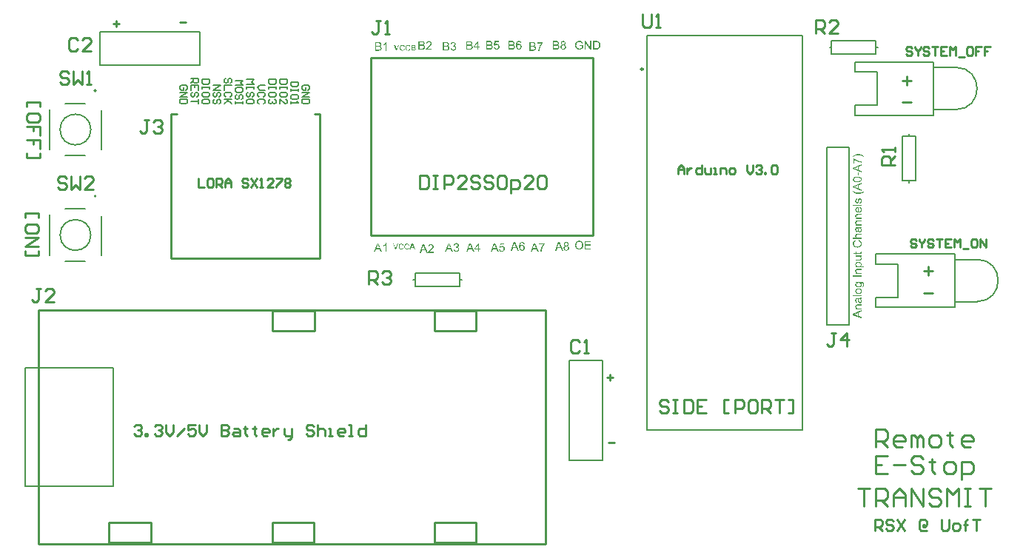
<source format=gto>
G04*
G04 #@! TF.GenerationSoftware,Altium Limited,Altium Designer,22.5.1 (42)*
G04*
G04 Layer_Color=65535*
%FSLAX44Y44*%
%MOMM*%
G71*
G04*
G04 #@! TF.SameCoordinates,0D0FFEF2-2103-401E-A7EA-F2FFF8256CDE*
G04*
G04*
G04 #@! TF.FilePolarity,Positive*
G04*
G01*
G75*
%ADD10C,0.2000*%
%ADD11C,0.1270*%
%ADD12C,0.2500*%
%ADD13C,0.2540*%
%ADD14C,0.1500*%
G36*
X965661Y488817D02*
X965727D01*
X965794D01*
X965952Y488800D01*
X966144Y488792D01*
X966361Y488767D01*
X966594Y488742D01*
X966852Y488700D01*
X967127Y488659D01*
X967410Y488600D01*
X967710Y488534D01*
X968019Y488459D01*
X968327Y488359D01*
X968643Y488259D01*
X968960Y488134D01*
X968968D01*
X968977Y488125D01*
X969002Y488117D01*
X969035Y488100D01*
X969118Y488067D01*
X969243Y488009D01*
X969385Y487942D01*
X969551Y487867D01*
X969743Y487767D01*
X969951Y487667D01*
X970168Y487551D01*
X970401Y487417D01*
X970643Y487284D01*
X970893Y487134D01*
X971143Y486976D01*
X971393Y486817D01*
X971634Y486642D01*
X971876Y486459D01*
Y485601D01*
X971868Y485609D01*
X971843Y485626D01*
X971793Y485651D01*
X971734Y485684D01*
X971651Y485734D01*
X971559Y485784D01*
X971451Y485843D01*
X971326Y485909D01*
X971193Y485984D01*
X971043Y486059D01*
X970876Y486143D01*
X970701Y486234D01*
X970510Y486317D01*
X970310Y486409D01*
X970101Y486501D01*
X969885Y486601D01*
X969660Y486692D01*
X969418Y486784D01*
X968918Y486959D01*
X968393Y487134D01*
X967844Y487284D01*
X967269Y487409D01*
X966977Y487459D01*
X966686Y487509D01*
X966394Y487542D01*
X966094Y487567D01*
X965794Y487584D01*
X965494Y487592D01*
X965478D01*
X965436D01*
X965369D01*
X965278Y487584D01*
X965169D01*
X965036Y487576D01*
X964886Y487567D01*
X964711Y487559D01*
X964536Y487542D01*
X964336Y487517D01*
X964136Y487501D01*
X963920Y487467D01*
X963470Y487401D01*
X963011Y487301D01*
X963003D01*
X962970Y487292D01*
X962912Y487276D01*
X962845Y487259D01*
X962753Y487234D01*
X962653Y487209D01*
X962528Y487176D01*
X962403Y487134D01*
X962262Y487092D01*
X962112Y487051D01*
X961787Y486942D01*
X961445Y486809D01*
X961104Y486668D01*
X961095D01*
X961079Y486659D01*
X961037Y486642D01*
X960987Y486618D01*
X960920Y486584D01*
X960837Y486543D01*
X960745Y486493D01*
X960629Y486434D01*
X960496Y486367D01*
X960354Y486293D01*
X960187Y486209D01*
X960004Y486109D01*
X959812Y486001D01*
X959596Y485876D01*
X959354Y485743D01*
X959104Y485601D01*
Y486459D01*
X959112D01*
X959121Y486476D01*
X959146Y486493D01*
X959179Y486517D01*
X959221Y486543D01*
X959271Y486576D01*
X959396Y486668D01*
X959546Y486767D01*
X959721Y486884D01*
X959929Y487017D01*
X960154Y487159D01*
X960396Y487309D01*
X960654Y487459D01*
X960937Y487617D01*
X961220Y487767D01*
X961520Y487917D01*
X961829Y488059D01*
X962137Y488192D01*
X962453Y488309D01*
X962470Y488317D01*
X962520Y488334D01*
X962595Y488359D01*
X962703Y488392D01*
X962837Y488425D01*
X962995Y488475D01*
X963178Y488517D01*
X963378Y488567D01*
X963595Y488617D01*
X963828Y488659D01*
X964078Y488709D01*
X964344Y488742D01*
X964620Y488775D01*
X964903Y488800D01*
X965194Y488817D01*
X965486Y488825D01*
X965494D01*
X965503D01*
X965528D01*
X965569D01*
X965611D01*
X965661Y488817D01*
D02*
G37*
G36*
X960337Y484151D02*
X960370Y484118D01*
X960429Y484068D01*
X960512Y484002D01*
X960612Y483918D01*
X960729Y483818D01*
X960870Y483702D01*
X961029Y483577D01*
X961212Y483443D01*
X961404Y483302D01*
X961620Y483143D01*
X961853Y482985D01*
X962112Y482818D01*
X962378Y482652D01*
X962662Y482485D01*
X962962Y482310D01*
X962970D01*
X962978Y482302D01*
X963003Y482285D01*
X963036Y482269D01*
X963078Y482252D01*
X963128Y482227D01*
X963245Y482160D01*
X963395Y482085D01*
X963570Y481994D01*
X963778Y481902D01*
X963995Y481794D01*
X964245Y481685D01*
X964503Y481569D01*
X964786Y481452D01*
X965078Y481335D01*
X965378Y481219D01*
X965694Y481110D01*
X966011Y481002D01*
X966336Y480902D01*
X966352D01*
X966394Y480886D01*
X966461Y480869D01*
X966552Y480844D01*
X966661Y480819D01*
X966802Y480786D01*
X966952Y480752D01*
X967127Y480711D01*
X967319Y480677D01*
X967527Y480636D01*
X967744Y480594D01*
X967977Y480561D01*
X968227Y480527D01*
X968477Y480502D01*
X969010Y480452D01*
Y479219D01*
X968993D01*
X968960D01*
X968893Y479228D01*
X968810D01*
X968693Y479236D01*
X968560Y479244D01*
X968410Y479261D01*
X968235Y479286D01*
X968044Y479303D01*
X967835Y479336D01*
X967602Y479369D01*
X967360Y479419D01*
X967102Y479469D01*
X966827Y479528D01*
X966544Y479594D01*
X966244Y479669D01*
X966236D01*
X966227Y479678D01*
X966202D01*
X966169Y479686D01*
X966086Y479711D01*
X965969Y479753D01*
X965819Y479794D01*
X965644Y479852D01*
X965453Y479911D01*
X965236Y479986D01*
X965003Y480069D01*
X964761Y480161D01*
X964503Y480261D01*
X964228Y480369D01*
X963953Y480494D01*
X963670Y480619D01*
X963386Y480761D01*
X963103Y480902D01*
X963095D01*
X963086Y480911D01*
X963036Y480936D01*
X962953Y480986D01*
X962853Y481044D01*
X962720Y481119D01*
X962570Y481211D01*
X962395Y481311D01*
X962212Y481419D01*
X962020Y481544D01*
X961812Y481677D01*
X961604Y481819D01*
X961387Y481969D01*
X960954Y482294D01*
X960745Y482460D01*
X960546Y482627D01*
Y477861D01*
X959396D01*
Y484160D01*
X960329D01*
X960337Y484151D01*
D02*
G37*
G36*
X969010Y475779D02*
X966061Y474646D01*
Y470555D01*
X969010Y469497D01*
Y468130D01*
X959271Y471863D01*
Y473263D01*
X969010Y477245D01*
Y475779D01*
D02*
G37*
G36*
X966086Y464040D02*
X964886D01*
Y467722D01*
X966086D01*
Y464040D01*
D02*
G37*
G36*
X964494Y462957D02*
X964644D01*
X964811Y462948D01*
X964994Y462932D01*
X965203Y462924D01*
X965419Y462898D01*
X965644Y462882D01*
X966102Y462815D01*
X966336Y462774D01*
X966561Y462724D01*
X966777Y462674D01*
X966985Y462607D01*
X966994D01*
X967036Y462590D01*
X967085Y462574D01*
X967160Y462540D01*
X967244Y462507D01*
X967344Y462457D01*
X967460Y462407D01*
X967585Y462349D01*
X967844Y462199D01*
X968110Y462015D01*
X968377Y461807D01*
X968493Y461682D01*
X968610Y461557D01*
X968618Y461549D01*
X968635Y461524D01*
X968660Y461482D01*
X968702Y461432D01*
X968743Y461366D01*
X968785Y461282D01*
X968843Y461182D01*
X968893Y461074D01*
X968943Y460949D01*
X968993Y460816D01*
X969043Y460674D01*
X969085Y460516D01*
X969127Y460349D01*
X969152Y460174D01*
X969168Y459991D01*
X969177Y459791D01*
Y459733D01*
X969168Y459658D01*
X969160Y459558D01*
X969143Y459441D01*
X969127Y459300D01*
X969093Y459150D01*
X969052Y458983D01*
X969002Y458816D01*
X968935Y458633D01*
X968852Y458450D01*
X968752Y458266D01*
X968643Y458083D01*
X968510Y457900D01*
X968352Y457733D01*
X968177Y457575D01*
X968160Y457567D01*
X968119Y457533D01*
X968044Y457483D01*
X967944Y457425D01*
X967810Y457350D01*
X967644Y457275D01*
X967452Y457183D01*
X967219Y457100D01*
X966961Y457008D01*
X966669Y456917D01*
X966511Y456875D01*
X966344Y456842D01*
X966169Y456800D01*
X965986Y456767D01*
X965794Y456734D01*
X965594Y456708D01*
X965386Y456684D01*
X965169Y456659D01*
X964944Y456642D01*
X964711Y456625D01*
X964461Y456617D01*
X964211D01*
X964203D01*
X964195D01*
X964170D01*
X964136D01*
X964095D01*
X964045D01*
X963928Y456625D01*
X963778D01*
X963611Y456633D01*
X963420Y456650D01*
X963220Y456659D01*
X963003Y456684D01*
X962770Y456700D01*
X962312Y456767D01*
X962078Y456808D01*
X961853Y456850D01*
X961637Y456908D01*
X961429Y456967D01*
X961420Y456975D01*
X961379Y456983D01*
X961329Y457008D01*
X961254Y457033D01*
X961162Y457075D01*
X961062Y457117D01*
X960954Y457175D01*
X960829Y457233D01*
X960571Y457383D01*
X960296Y457567D01*
X960037Y457775D01*
X959912Y457900D01*
X959804Y458025D01*
X959796Y458033D01*
X959779Y458058D01*
X959754Y458100D01*
X959712Y458150D01*
X959671Y458216D01*
X959621Y458300D01*
X959571Y458400D01*
X959512Y458508D01*
X959462Y458633D01*
X959413Y458766D01*
X959362Y458908D01*
X959321Y459066D01*
X959279Y459233D01*
X959254Y459408D01*
X959238Y459599D01*
X959229Y459791D01*
Y459866D01*
X959238Y459924D01*
Y459991D01*
X959246Y460074D01*
X959254Y460158D01*
X959271Y460258D01*
X959304Y460474D01*
X959362Y460699D01*
X959437Y460941D01*
X959546Y461166D01*
Y461174D01*
X959562Y461191D01*
X959579Y461224D01*
X959604Y461266D01*
X959637Y461316D01*
X959679Y461374D01*
X959779Y461507D01*
X959912Y461665D01*
X960062Y461824D01*
X960254Y461990D01*
X960462Y462140D01*
X960471Y462149D01*
X960487Y462157D01*
X960520Y462174D01*
X960571Y462207D01*
X960629Y462232D01*
X960695Y462274D01*
X960770Y462315D01*
X960862Y462357D01*
X960962Y462407D01*
X961079Y462457D01*
X961195Y462507D01*
X961320Y462557D01*
X961604Y462649D01*
X961912Y462740D01*
X961920D01*
X961954Y462749D01*
X962003Y462765D01*
X962070Y462774D01*
X962153Y462790D01*
X962253Y462815D01*
X962378Y462832D01*
X962520Y462857D01*
X962670Y462873D01*
X962845Y462890D01*
X963036Y462915D01*
X963236Y462932D01*
X963461Y462948D01*
X963695Y462957D01*
X963945Y462965D01*
X964211D01*
X964220D01*
X964228D01*
X964253D01*
X964286D01*
X964378D01*
X964494Y462957D01*
D02*
G37*
G36*
X969010Y454609D02*
X966061Y453476D01*
Y449385D01*
X969010Y448327D01*
Y446961D01*
X959271Y450693D01*
Y452093D01*
X969010Y456075D01*
Y454609D01*
D02*
G37*
G36*
X971876Y445636D02*
X971859Y445628D01*
X971818Y445595D01*
X971751Y445536D01*
X971651Y445470D01*
X971534Y445386D01*
X971393Y445286D01*
X971226Y445170D01*
X971043Y445053D01*
X970835Y444920D01*
X970618Y444786D01*
X970376Y444645D01*
X970118Y444503D01*
X969852Y444362D01*
X969560Y444220D01*
X969268Y444087D01*
X968960Y443953D01*
X968952D01*
X968943Y443945D01*
X968918Y443937D01*
X968885Y443928D01*
X968843Y443912D01*
X968793Y443887D01*
X968668Y443845D01*
X968519Y443795D01*
X968335Y443737D01*
X968127Y443679D01*
X967894Y443612D01*
X967644Y443545D01*
X967377Y443487D01*
X967085Y443428D01*
X966786Y443378D01*
X966477Y443337D01*
X966152Y443304D01*
X965819Y443279D01*
X965486Y443270D01*
X965478D01*
X965469D01*
X965444D01*
X965411D01*
X965328D01*
X965219Y443279D01*
X965078Y443287D01*
X964911Y443295D01*
X964719Y443312D01*
X964511Y443337D01*
X964286Y443362D01*
X964053Y443395D01*
X963795Y443437D01*
X963536Y443487D01*
X963270Y443545D01*
X963003Y443612D01*
X962728Y443687D01*
X962453Y443778D01*
X962445D01*
X962437Y443787D01*
X962412Y443795D01*
X962378Y443803D01*
X962337Y443820D01*
X962287Y443845D01*
X962162Y443895D01*
X962012Y443953D01*
X961837Y444037D01*
X961629Y444128D01*
X961404Y444237D01*
X961162Y444362D01*
X960895Y444495D01*
X960620Y444645D01*
X960337Y444812D01*
X960037Y444995D01*
X959729Y445195D01*
X959421Y445411D01*
X959104Y445636D01*
Y446494D01*
X959121Y446486D01*
X959163Y446461D01*
X959238Y446419D01*
X959329Y446361D01*
X959446Y446303D01*
X959571Y446228D01*
X959712Y446144D01*
X959871Y446061D01*
X960196Y445878D01*
X960520Y445703D01*
X960679Y445620D01*
X960820Y445545D01*
X960962Y445486D01*
X961079Y445428D01*
X961087Y445420D01*
X961120Y445411D01*
X961170Y445386D01*
X961237Y445361D01*
X961320Y445328D01*
X961420Y445286D01*
X961537Y445245D01*
X961662Y445195D01*
X961804Y445145D01*
X961945Y445095D01*
X962103Y445036D01*
X962270Y444986D01*
X962628Y444878D01*
X962995Y444786D01*
X963011D01*
X963053Y444778D01*
X963120Y444762D01*
X963212Y444745D01*
X963320Y444720D01*
X963453Y444695D01*
X963603Y444670D01*
X963770Y444645D01*
X963953Y444620D01*
X964153Y444595D01*
X964353Y444570D01*
X964569Y444545D01*
X965028Y444512D01*
X965494Y444503D01*
X965503D01*
X965528D01*
X965577D01*
X965636D01*
X965719Y444512D01*
X965811Y444520D01*
X965919Y444528D01*
X966044Y444537D01*
X966186Y444545D01*
X966336Y444562D01*
X966494Y444587D01*
X966677Y444612D01*
X966861Y444637D01*
X967060Y444670D01*
X967269Y444711D01*
X967494Y444753D01*
X967719Y444803D01*
X967960Y444861D01*
X968460Y444986D01*
X968985Y445153D01*
X969260Y445245D01*
X969535Y445345D01*
X969818Y445453D01*
X970101Y445570D01*
X970393Y445703D01*
X970685Y445836D01*
X970984Y445986D01*
X971276Y446144D01*
X971576Y446311D01*
X971876Y446494D01*
Y445636D01*
D02*
G37*
G36*
X967044Y438130D02*
X967094D01*
X967160Y438122D01*
X967302Y438097D01*
X967477Y438055D01*
X967669Y437988D01*
X967869Y437905D01*
X968069Y437788D01*
X968077D01*
X968094Y437772D01*
X968119Y437755D01*
X968152Y437722D01*
X968252Y437647D01*
X968369Y437530D01*
X968502Y437388D01*
X968635Y437214D01*
X968768Y437014D01*
X968885Y436780D01*
Y436772D01*
X968893Y436747D01*
X968910Y436714D01*
X968927Y436664D01*
X968952Y436605D01*
X968977Y436530D01*
X969002Y436447D01*
X969027Y436347D01*
X969052Y436239D01*
X969077Y436130D01*
X969102Y436005D01*
X969127Y435872D01*
X969160Y435589D01*
X969168Y435289D01*
Y435156D01*
X969160Y435064D01*
X969152Y434947D01*
X969135Y434814D01*
X969118Y434672D01*
X969093Y434514D01*
X969068Y434347D01*
X969027Y434173D01*
X968985Y433998D01*
X968927Y433823D01*
X968860Y433656D01*
X968785Y433489D01*
X968702Y433331D01*
X968602Y433190D01*
X968593Y433181D01*
X968577Y433156D01*
X968543Y433123D01*
X968493Y433073D01*
X968435Y433014D01*
X968360Y432948D01*
X968277Y432881D01*
X968177Y432806D01*
X968060Y432723D01*
X967935Y432648D01*
X967794Y432573D01*
X967644Y432498D01*
X967477Y432431D01*
X967294Y432365D01*
X967111Y432315D01*
X966902Y432273D01*
X966719Y433456D01*
X966727D01*
X966752Y433464D01*
X966786D01*
X966836Y433481D01*
X966894Y433489D01*
X966969Y433506D01*
X967127Y433556D01*
X967302Y433631D01*
X967485Y433731D01*
X967652Y433848D01*
X967735Y433923D01*
X967810Y434006D01*
Y434014D01*
X967827Y434031D01*
X967844Y434056D01*
X967869Y434089D01*
X967894Y434139D01*
X967927Y434198D01*
X967960Y434264D01*
X967994Y434339D01*
X968035Y434422D01*
X968069Y434523D01*
X968102Y434622D01*
X968127Y434739D01*
X968152Y434864D01*
X968168Y434989D01*
X968177Y435131D01*
X968185Y435281D01*
Y435356D01*
X968177Y435414D01*
Y435481D01*
X968168Y435564D01*
X968160Y435647D01*
X968144Y435747D01*
X968102Y435939D01*
X968044Y436147D01*
X967960Y436339D01*
X967910Y436422D01*
X967852Y436505D01*
Y436514D01*
X967835Y436522D01*
X967794Y436572D01*
X967719Y436630D01*
X967627Y436705D01*
X967510Y436780D01*
X967377Y436847D01*
X967235Y436889D01*
X967152Y436897D01*
X967069Y436905D01*
X967060D01*
X967052D01*
X967002Y436897D01*
X966927Y436889D01*
X966836Y436864D01*
X966736Y436822D01*
X966627Y436755D01*
X966519Y436672D01*
X966427Y436555D01*
X966419Y436547D01*
X966411Y436522D01*
X966402Y436505D01*
X966386Y436472D01*
X966361Y436422D01*
X966344Y436372D01*
X966319Y436305D01*
X966294Y436230D01*
X966261Y436147D01*
X966227Y436047D01*
X966194Y435930D01*
X966152Y435806D01*
X966111Y435664D01*
X966069Y435506D01*
X966027Y435331D01*
Y435314D01*
X966011Y435272D01*
X965994Y435206D01*
X965969Y435114D01*
X965944Y435014D01*
X965911Y434889D01*
X965869Y434756D01*
X965827Y434606D01*
X965744Y434306D01*
X965644Y434006D01*
X965594Y433864D01*
X965544Y433731D01*
X965503Y433614D01*
X965453Y433506D01*
Y433498D01*
X965444Y433481D01*
X965428Y433456D01*
X965411Y433423D01*
X965353Y433331D01*
X965278Y433223D01*
X965186Y433098D01*
X965069Y432965D01*
X964936Y432840D01*
X964786Y432731D01*
X964778D01*
X964769Y432723D01*
X964744Y432706D01*
X964711Y432690D01*
X964620Y432648D01*
X964503Y432606D01*
X964361Y432556D01*
X964203Y432515D01*
X964020Y432481D01*
X963828Y432473D01*
X963820D01*
X963803D01*
X963778D01*
X963745D01*
X963661Y432481D01*
X963545Y432498D01*
X963411Y432523D01*
X963261Y432565D01*
X963111Y432615D01*
X962962Y432681D01*
X962953D01*
X962945Y432690D01*
X962895Y432723D01*
X962820Y432773D01*
X962720Y432840D01*
X962620Y432923D01*
X962503Y433023D01*
X962395Y433139D01*
X962287Y433273D01*
X962278Y433289D01*
X962253Y433323D01*
X962212Y433389D01*
X962170Y433473D01*
X962112Y433581D01*
X962062Y433714D01*
X962003Y433864D01*
X961945Y434031D01*
Y434039D01*
X961937Y434056D01*
X961928Y434081D01*
X961920Y434114D01*
X961912Y434164D01*
X961895Y434214D01*
X961870Y434339D01*
X961845Y434497D01*
X961820Y434672D01*
X961804Y434864D01*
X961795Y435072D01*
Y435214D01*
X961804Y435281D01*
Y435364D01*
X961812Y435464D01*
X961829Y435564D01*
X961853Y435789D01*
X961895Y436030D01*
X961954Y436280D01*
X962037Y436522D01*
Y436530D01*
X962045Y436547D01*
X962062Y436580D01*
X962078Y436622D01*
X962103Y436680D01*
X962137Y436739D01*
X962212Y436880D01*
X962303Y437030D01*
X962412Y437180D01*
X962545Y437330D01*
X962687Y437455D01*
X962695D01*
X962703Y437472D01*
X962728Y437480D01*
X962762Y437505D01*
X962803Y437530D01*
X962853Y437555D01*
X962912Y437588D01*
X962978Y437622D01*
X963128Y437688D01*
X963320Y437755D01*
X963536Y437822D01*
X963778Y437872D01*
X963936Y436705D01*
X963928D01*
X963911D01*
X963886Y436697D01*
X963845Y436689D01*
X963745Y436655D01*
X963628Y436614D01*
X963495Y436555D01*
X963353Y436472D01*
X963212Y436372D01*
X963086Y436239D01*
Y436230D01*
X963070Y436222D01*
X963062Y436197D01*
X963036Y436172D01*
X963011Y436130D01*
X962987Y436080D01*
X962962Y436022D01*
X962928Y435964D01*
X962878Y435806D01*
X962828Y435622D01*
X962795Y435406D01*
X962778Y435156D01*
Y435022D01*
X962787Y434956D01*
X962795Y434872D01*
X962812Y434697D01*
X962845Y434506D01*
X962895Y434314D01*
X962962Y434131D01*
X963003Y434056D01*
X963053Y433981D01*
X963062Y433964D01*
X963103Y433923D01*
X963161Y433873D01*
X963236Y433806D01*
X963328Y433739D01*
X963436Y433689D01*
X963561Y433648D01*
X963695Y433631D01*
X963703D01*
X963736D01*
X963778Y433639D01*
X963836Y433648D01*
X963895Y433664D01*
X963970Y433689D01*
X964045Y433723D01*
X964111Y433773D01*
X964120Y433781D01*
X964145Y433798D01*
X964178Y433839D01*
X964220Y433889D01*
X964269Y433948D01*
X964328Y434031D01*
X964378Y434123D01*
X964428Y434231D01*
Y434239D01*
X964445Y434272D01*
X964453Y434297D01*
X964461Y434339D01*
X964478Y434381D01*
X964494Y434431D01*
X964511Y434497D01*
X964536Y434572D01*
X964561Y434656D01*
X964586Y434756D01*
X964620Y434864D01*
X964653Y434989D01*
X964694Y435131D01*
X964736Y435289D01*
Y435306D01*
X964753Y435347D01*
X964769Y435414D01*
X964794Y435497D01*
X964819Y435597D01*
X964853Y435722D01*
X964894Y435847D01*
X964936Y435989D01*
X965019Y436280D01*
X965119Y436572D01*
X965161Y436714D01*
X965211Y436847D01*
X965253Y436964D01*
X965294Y437063D01*
Y437072D01*
X965303Y437089D01*
X965319Y437113D01*
X965336Y437147D01*
X965386Y437238D01*
X965453Y437347D01*
X965536Y437472D01*
X965644Y437605D01*
X965769Y437730D01*
X965919Y437847D01*
X965928D01*
X965936Y437863D01*
X965961Y437872D01*
X965994Y437897D01*
X966036Y437913D01*
X966077Y437938D01*
X966202Y437997D01*
X966352Y438047D01*
X966527Y438097D01*
X966719Y438130D01*
X966944Y438138D01*
X966952D01*
X966969D01*
X967002D01*
X967044Y438130D01*
D02*
G37*
G36*
X969010Y429699D02*
X959271D01*
Y430898D01*
X969010D01*
Y429699D01*
D02*
G37*
G36*
X965711Y428257D02*
X965786D01*
Y423000D01*
X965803D01*
X965836D01*
X965894Y423009D01*
X965977Y423017D01*
X966077Y423034D01*
X966186Y423050D01*
X966311Y423075D01*
X966444Y423100D01*
X966736Y423184D01*
X966886Y423234D01*
X967027Y423300D01*
X967177Y423367D01*
X967319Y423450D01*
X967444Y423542D01*
X967569Y423650D01*
X967577Y423659D01*
X967594Y423675D01*
X967627Y423709D01*
X967669Y423759D01*
X967710Y423817D01*
X967760Y423884D01*
X967819Y423967D01*
X967877Y424058D01*
X967935Y424159D01*
X967994Y424267D01*
X968044Y424392D01*
X968085Y424525D01*
X968127Y424658D01*
X968160Y424808D01*
X968177Y424967D01*
X968185Y425125D01*
Y425191D01*
X968177Y425233D01*
Y425291D01*
X968168Y425358D01*
X968144Y425508D01*
X968102Y425683D01*
X968044Y425875D01*
X967960Y426058D01*
X967844Y426241D01*
X967835Y426250D01*
X967827Y426266D01*
X967802Y426283D01*
X967777Y426316D01*
X967735Y426358D01*
X967694Y426400D01*
X967635Y426458D01*
X967569Y426508D01*
X967502Y426566D01*
X967419Y426624D01*
X967327Y426691D01*
X967227Y426749D01*
X967111Y426816D01*
X966994Y426874D01*
X966869Y426933D01*
X966727Y426983D01*
X966886Y428224D01*
X966894D01*
X966936Y428207D01*
X966994Y428191D01*
X967069Y428166D01*
X967160Y428132D01*
X967260Y428091D01*
X967377Y428041D01*
X967502Y427982D01*
X967644Y427907D01*
X967777Y427832D01*
X967919Y427741D01*
X968060Y427641D01*
X968194Y427533D01*
X968335Y427416D01*
X968460Y427283D01*
X968577Y427141D01*
X968585Y427133D01*
X968602Y427108D01*
X968635Y427058D01*
X968668Y426999D01*
X968710Y426924D01*
X968760Y426824D01*
X968818Y426716D01*
X968868Y426591D01*
X968927Y426458D01*
X968985Y426300D01*
X969035Y426133D01*
X969077Y425958D01*
X969110Y425766D01*
X969143Y425566D01*
X969160Y425350D01*
X969168Y425125D01*
Y425058D01*
X969160Y424975D01*
X969152Y424867D01*
X969135Y424742D01*
X969118Y424583D01*
X969085Y424417D01*
X969052Y424233D01*
X969002Y424042D01*
X968935Y423842D01*
X968860Y423642D01*
X968768Y423434D01*
X968660Y423234D01*
X968535Y423034D01*
X968385Y422842D01*
X968219Y422667D01*
X968210Y422659D01*
X968177Y422626D01*
X968119Y422584D01*
X968044Y422525D01*
X967944Y422459D01*
X967827Y422384D01*
X967685Y422301D01*
X967527Y422217D01*
X967344Y422134D01*
X967152Y422051D01*
X966927Y421976D01*
X966686Y421909D01*
X966427Y421851D01*
X966152Y421809D01*
X965861Y421776D01*
X965544Y421767D01*
X965536D01*
X965528D01*
X965503D01*
X965469D01*
X965419D01*
X965369Y421776D01*
X965253Y421784D01*
X965103Y421792D01*
X964928Y421817D01*
X964736Y421842D01*
X964528Y421884D01*
X964311Y421926D01*
X964086Y421992D01*
X963853Y422059D01*
X963628Y422151D01*
X963395Y422251D01*
X963178Y422376D01*
X962970Y422517D01*
X962778Y422676D01*
X962770Y422684D01*
X962737Y422717D01*
X962687Y422767D01*
X962628Y422842D01*
X962553Y422934D01*
X962470Y423042D01*
X962378Y423175D01*
X962287Y423317D01*
X962195Y423484D01*
X962103Y423659D01*
X962020Y423858D01*
X961945Y424067D01*
X961887Y424292D01*
X961837Y424533D01*
X961804Y424792D01*
X961795Y425058D01*
Y425125D01*
X961804Y425191D01*
X961812Y425291D01*
X961829Y425416D01*
X961845Y425550D01*
X961879Y425708D01*
X961912Y425875D01*
X961970Y426058D01*
X962029Y426241D01*
X962112Y426433D01*
X962203Y426624D01*
X962312Y426816D01*
X962445Y427008D01*
X962595Y427191D01*
X962762Y427366D01*
X962770Y427374D01*
X962803Y427408D01*
X962862Y427449D01*
X962937Y427508D01*
X963036Y427574D01*
X963161Y427649D01*
X963303Y427733D01*
X963461Y427816D01*
X963645Y427899D01*
X963845Y427982D01*
X964070Y428058D01*
X964311Y428124D01*
X964569Y428182D01*
X964853Y428224D01*
X965153Y428257D01*
X965469Y428266D01*
X965478D01*
X965486D01*
X965511D01*
X965553D01*
X965594D01*
X965644D01*
X965711Y428257D01*
D02*
G37*
G36*
X969010Y419135D02*
X964719D01*
X964711D01*
X964686D01*
X964653D01*
X964603D01*
X964536D01*
X964470Y419126D01*
X964311Y419118D01*
X964128Y419101D01*
X963953Y419076D01*
X963778Y419043D01*
X963703Y419018D01*
X963628Y418993D01*
X963620D01*
X963611Y418985D01*
X963570Y418968D01*
X963503Y418927D01*
X963420Y418876D01*
X963328Y418810D01*
X963228Y418727D01*
X963128Y418618D01*
X963045Y418493D01*
X963036Y418477D01*
X963011Y418435D01*
X962978Y418360D01*
X962937Y418260D01*
X962895Y418135D01*
X962862Y418002D01*
X962837Y417843D01*
X962828Y417668D01*
Y417593D01*
X962837Y417543D01*
X962845Y417477D01*
X962853Y417393D01*
X962870Y417310D01*
X962887Y417219D01*
X962945Y417010D01*
X962987Y416902D01*
X963036Y416794D01*
X963095Y416677D01*
X963153Y416569D01*
X963236Y416460D01*
X963320Y416352D01*
X963328Y416344D01*
X963345Y416327D01*
X963370Y416302D01*
X963420Y416269D01*
X963470Y416227D01*
X963545Y416177D01*
X963628Y416127D01*
X963728Y416077D01*
X963845Y416027D01*
X963978Y415977D01*
X964128Y415927D01*
X964303Y415886D01*
X964486Y415852D01*
X964694Y415827D01*
X964919Y415811D01*
X965161Y415802D01*
X969010D01*
Y414603D01*
X961954D01*
Y415686D01*
X962962D01*
X962945Y415694D01*
X962912Y415719D01*
X962853Y415769D01*
X962778Y415827D01*
X962687Y415911D01*
X962595Y416011D01*
X962487Y416127D01*
X962378Y416260D01*
X962270Y416410D01*
X962162Y416577D01*
X962062Y416760D01*
X961979Y416960D01*
X961904Y417177D01*
X961845Y417410D01*
X961812Y417660D01*
X961795Y417927D01*
Y418035D01*
X961804Y418093D01*
Y418152D01*
X961812Y418227D01*
X961820Y418310D01*
X961853Y418493D01*
X961895Y418685D01*
X961954Y418893D01*
X962029Y419093D01*
Y419101D01*
X962037Y419118D01*
X962053Y419143D01*
X962070Y419185D01*
X962120Y419276D01*
X962195Y419393D01*
X962278Y419526D01*
X962387Y419660D01*
X962503Y419785D01*
X962637Y419893D01*
X962653Y419901D01*
X962703Y419935D01*
X962778Y419985D01*
X962887Y420043D01*
X963011Y420101D01*
X963161Y420168D01*
X963328Y420218D01*
X963511Y420268D01*
X963528D01*
X963545Y420276D01*
X963578D01*
X963611Y420285D01*
X963661Y420293D01*
X963720D01*
X963778Y420301D01*
X963853Y420309D01*
X963945Y420318D01*
X964036D01*
X964145Y420326D01*
X964261D01*
X964386Y420334D01*
X964528D01*
X964678D01*
X969010D01*
Y419135D01*
D02*
G37*
G36*
Y411570D02*
X964719D01*
X964711D01*
X964686D01*
X964653D01*
X964603D01*
X964536D01*
X964470Y411562D01*
X964311Y411553D01*
X964128Y411537D01*
X963953Y411512D01*
X963778Y411478D01*
X963703Y411453D01*
X963628Y411428D01*
X963620D01*
X963611Y411420D01*
X963570Y411403D01*
X963503Y411362D01*
X963420Y411312D01*
X963328Y411245D01*
X963228Y411162D01*
X963128Y411054D01*
X963045Y410928D01*
X963036Y410912D01*
X963011Y410870D01*
X962978Y410795D01*
X962937Y410695D01*
X962895Y410570D01*
X962862Y410437D01*
X962837Y410279D01*
X962828Y410104D01*
Y410029D01*
X962837Y409979D01*
X962845Y409912D01*
X962853Y409829D01*
X962870Y409745D01*
X962887Y409654D01*
X962945Y409446D01*
X962987Y409337D01*
X963036Y409229D01*
X963095Y409112D01*
X963153Y409004D01*
X963236Y408896D01*
X963320Y408787D01*
X963328Y408779D01*
X963345Y408762D01*
X963370Y408737D01*
X963420Y408704D01*
X963470Y408662D01*
X963545Y408612D01*
X963628Y408563D01*
X963728Y408512D01*
X963845Y408462D01*
X963978Y408413D01*
X964128Y408363D01*
X964303Y408321D01*
X964486Y408288D01*
X964694Y408262D01*
X964919Y408246D01*
X965161Y408237D01*
X969010D01*
Y407038D01*
X961954D01*
Y408121D01*
X962962D01*
X962945Y408129D01*
X962912Y408154D01*
X962853Y408204D01*
X962778Y408262D01*
X962687Y408346D01*
X962595Y408446D01*
X962487Y408563D01*
X962378Y408696D01*
X962270Y408846D01*
X962162Y409012D01*
X962062Y409196D01*
X961979Y409396D01*
X961904Y409612D01*
X961845Y409846D01*
X961812Y410095D01*
X961795Y410362D01*
Y410470D01*
X961804Y410529D01*
Y410587D01*
X961812Y410662D01*
X961820Y410745D01*
X961853Y410928D01*
X961895Y411120D01*
X961954Y411328D01*
X962029Y411528D01*
Y411537D01*
X962037Y411553D01*
X962053Y411578D01*
X962070Y411620D01*
X962120Y411712D01*
X962195Y411828D01*
X962278Y411962D01*
X962387Y412095D01*
X962503Y412220D01*
X962637Y412328D01*
X962653Y412337D01*
X962703Y412370D01*
X962778Y412420D01*
X962887Y412478D01*
X963011Y412536D01*
X963161Y412603D01*
X963328Y412653D01*
X963511Y412703D01*
X963528D01*
X963545Y412711D01*
X963578D01*
X963611Y412720D01*
X963661Y412728D01*
X963720D01*
X963778Y412736D01*
X963853Y412745D01*
X963945Y412753D01*
X964036D01*
X964145Y412761D01*
X964261D01*
X964386Y412770D01*
X964528D01*
X964678D01*
X969010D01*
Y411570D01*
D02*
G37*
G36*
Y404314D02*
X969002D01*
X968993Y404305D01*
X968943Y404288D01*
X968868Y404255D01*
X968760Y404214D01*
X968635Y404180D01*
X968493Y404139D01*
X968327Y404105D01*
X968144Y404080D01*
X968152Y404072D01*
X968168Y404047D01*
X968194Y404014D01*
X968235Y403964D01*
X968285Y403905D01*
X968335Y403839D01*
X968393Y403755D01*
X968452Y403672D01*
X968585Y403472D01*
X968718Y403256D01*
X968843Y403031D01*
X968943Y402797D01*
Y402789D01*
X968952Y402772D01*
X968960Y402739D01*
X968977Y402689D01*
X968993Y402631D01*
X969018Y402564D01*
X969035Y402489D01*
X969052Y402397D01*
X969093Y402206D01*
X969135Y401981D01*
X969160Y401731D01*
X969168Y401473D01*
Y401364D01*
X969160Y401281D01*
X969152Y401189D01*
X969135Y401073D01*
X969118Y400948D01*
X969093Y400814D01*
X969027Y400531D01*
X968985Y400381D01*
X968927Y400231D01*
X968860Y400090D01*
X968785Y399948D01*
X968702Y399815D01*
X968602Y399690D01*
X968593Y399681D01*
X968577Y399665D01*
X968543Y399631D01*
X968502Y399590D01*
X968444Y399548D01*
X968377Y399490D01*
X968294Y399440D01*
X968210Y399381D01*
X968110Y399323D01*
X968002Y399265D01*
X967877Y399207D01*
X967752Y399165D01*
X967610Y399123D01*
X967469Y399090D01*
X967310Y399073D01*
X967152Y399065D01*
X967144D01*
X967127D01*
X967102D01*
X967060D01*
X967019Y399073D01*
X966969Y399081D01*
X966844Y399098D01*
X966694Y399123D01*
X966536Y399165D01*
X966369Y399223D01*
X966211Y399298D01*
X966202D01*
X966194Y399306D01*
X966169Y399323D01*
X966136Y399340D01*
X966061Y399390D01*
X965961Y399465D01*
X965853Y399548D01*
X965736Y399656D01*
X965619Y399781D01*
X965519Y399915D01*
Y399923D01*
X965511Y399931D01*
X965478Y399981D01*
X965428Y400065D01*
X965369Y400165D01*
X965303Y400298D01*
X965244Y400439D01*
X965178Y400606D01*
X965128Y400781D01*
X965119Y400798D01*
X965111Y400848D01*
X965094Y400931D01*
X965069Y401048D01*
X965036Y401189D01*
X965028Y401281D01*
X965011Y401373D01*
X964994Y401481D01*
X964978Y401589D01*
X964961Y401714D01*
X964944Y401839D01*
Y401856D01*
X964936Y401906D01*
X964928Y401981D01*
X964911Y402081D01*
X964894Y402197D01*
X964878Y402331D01*
X964853Y402489D01*
X964828Y402647D01*
X964769Y402997D01*
X964694Y403355D01*
X964653Y403522D01*
X964611Y403689D01*
X964569Y403839D01*
X964528Y403980D01*
X964520D01*
X964486D01*
X964445D01*
X964395Y403989D01*
X964295D01*
X964253D01*
X964220D01*
X964211D01*
X964186D01*
X964153D01*
X964103Y403980D01*
X964045D01*
X963978Y403972D01*
X963820Y403947D01*
X963653Y403905D01*
X963478Y403847D01*
X963328Y403764D01*
X963253Y403705D01*
X963195Y403647D01*
X963186Y403639D01*
X963178Y403622D01*
X963153Y403597D01*
X963128Y403564D01*
X963103Y403514D01*
X963062Y403455D01*
X963028Y403389D01*
X962987Y403306D01*
X962953Y403214D01*
X962912Y403114D01*
X962878Y402997D01*
X962853Y402881D01*
X962820Y402747D01*
X962803Y402597D01*
X962795Y402447D01*
X962787Y402281D01*
Y402197D01*
X962795Y402139D01*
Y402072D01*
X962803Y401989D01*
X962812Y401906D01*
X962820Y401806D01*
X962862Y401606D01*
X962912Y401398D01*
X962987Y401198D01*
X963036Y401114D01*
X963086Y401031D01*
Y401023D01*
X963103Y401014D01*
X963145Y400964D01*
X963220Y400898D01*
X963270Y400856D01*
X963328Y400806D01*
X963395Y400756D01*
X963470Y400714D01*
X963553Y400664D01*
X963645Y400615D01*
X963753Y400564D01*
X963870Y400523D01*
X963995Y400481D01*
X964128Y400439D01*
X963970Y399273D01*
X963961D01*
X963936Y399282D01*
X963895Y399290D01*
X963845Y399306D01*
X963778Y399323D01*
X963711Y399340D01*
X963628Y399365D01*
X963536Y399398D01*
X963345Y399473D01*
X963145Y399556D01*
X962945Y399665D01*
X962762Y399790D01*
X962753Y399798D01*
X962745Y399806D01*
X962720Y399831D01*
X962687Y399856D01*
X962645Y399898D01*
X962603Y399940D01*
X962495Y400056D01*
X962378Y400206D01*
X962262Y400390D01*
X962145Y400606D01*
X962045Y400848D01*
Y400856D01*
X962037Y400881D01*
X962020Y400914D01*
X962003Y400973D01*
X961987Y401039D01*
X961962Y401114D01*
X961945Y401206D01*
X961920Y401306D01*
X961895Y401423D01*
X961870Y401548D01*
X961853Y401681D01*
X961837Y401814D01*
X961804Y402122D01*
X961795Y402456D01*
Y402606D01*
X961804Y402681D01*
Y402772D01*
X961812Y402872D01*
X961820Y402981D01*
X961845Y403205D01*
X961887Y403455D01*
X961937Y403697D01*
X962012Y403922D01*
Y403930D01*
X962020Y403947D01*
X962037Y403980D01*
X962053Y404014D01*
X962095Y404114D01*
X962162Y404239D01*
X962237Y404372D01*
X962328Y404514D01*
X962437Y404647D01*
X962553Y404755D01*
X962570Y404763D01*
X962612Y404797D01*
X962678Y404847D01*
X962770Y404905D01*
X962887Y404963D01*
X963028Y405022D01*
X963186Y405080D01*
X963361Y405122D01*
X963378D01*
X963420Y405130D01*
X963453Y405138D01*
X963503Y405147D01*
X963553D01*
X963611Y405155D01*
X963686Y405163D01*
X963761Y405172D01*
X963853D01*
X963953Y405180D01*
X964070D01*
X964186Y405188D01*
X964320D01*
X964461D01*
X966061D01*
X966069D01*
X966077D01*
X966102D01*
X966136D01*
X966219D01*
X966327D01*
X966461D01*
X966611Y405197D01*
X966777D01*
X966952D01*
X967310Y405205D01*
X967485Y405213D01*
X967652Y405222D01*
X967810Y405230D01*
X967952Y405238D01*
X968069Y405247D01*
X968168Y405263D01*
X968177D01*
X968185D01*
X968210Y405272D01*
X968243Y405280D01*
X968327Y405297D01*
X968435Y405330D01*
X968568Y405372D01*
X968710Y405422D01*
X968860Y405488D01*
X969010Y405563D01*
Y404314D01*
D02*
G37*
G36*
Y396449D02*
X964545D01*
X964536D01*
X964503D01*
X964461D01*
X964395Y396441D01*
X964328D01*
X964245Y396432D01*
X964145Y396416D01*
X964045Y396399D01*
X963836Y396357D01*
X963620Y396282D01*
X963420Y396191D01*
X963328Y396124D01*
X963245Y396057D01*
X963236Y396049D01*
X963228Y396041D01*
X963203Y396016D01*
X963178Y395991D01*
X963145Y395949D01*
X963111Y395899D01*
X963078Y395841D01*
X963036Y395774D01*
X962962Y395624D01*
X962895Y395433D01*
X962845Y395216D01*
X962837Y395099D01*
X962828Y394966D01*
Y394874D01*
X962837Y394824D01*
X962845Y394774D01*
X962862Y394641D01*
X962895Y394491D01*
X962945Y394316D01*
X963020Y394141D01*
X963111Y393966D01*
Y393958D01*
X963120Y393950D01*
X963137Y393924D01*
X963161Y393891D01*
X963220Y393808D01*
X963311Y393708D01*
X963411Y393600D01*
X963545Y393491D01*
X963695Y393383D01*
X963861Y393300D01*
X963870D01*
X963886Y393291D01*
X963911Y393283D01*
X963945Y393266D01*
X963995Y393258D01*
X964053Y393241D01*
X964120Y393225D01*
X964195Y393208D01*
X964286Y393183D01*
X964378Y393166D01*
X964486Y393150D01*
X964603Y393141D01*
X964728Y393125D01*
X964861Y393116D01*
X965003Y393108D01*
X965153D01*
X969010D01*
Y391908D01*
X959271D01*
Y393108D01*
X962770D01*
X962762Y393116D01*
X962728Y393150D01*
X962678Y393191D01*
X962620Y393258D01*
X962545Y393341D01*
X962462Y393441D01*
X962370Y393558D01*
X962278Y393683D01*
X962195Y393833D01*
X962103Y393991D01*
X962020Y394166D01*
X961945Y394349D01*
X961887Y394549D01*
X961837Y394758D01*
X961804Y394983D01*
X961795Y395216D01*
Y395291D01*
X961804Y395349D01*
Y395416D01*
X961812Y395491D01*
X961820Y395582D01*
X961837Y395674D01*
X961870Y395882D01*
X961928Y396116D01*
X962003Y396341D01*
X962112Y396566D01*
Y396574D01*
X962128Y396590D01*
X962145Y396624D01*
X962170Y396657D01*
X962237Y396766D01*
X962337Y396890D01*
X962453Y397024D01*
X962603Y397165D01*
X962770Y397290D01*
X962962Y397399D01*
X962970D01*
X962987Y397407D01*
X963020Y397424D01*
X963062Y397440D01*
X963120Y397457D01*
X963186Y397482D01*
X963270Y397499D01*
X963361Y397524D01*
X963470Y397549D01*
X963586Y397574D01*
X963720Y397590D01*
X963861Y397607D01*
X964011Y397624D01*
X964178Y397640D01*
X964353Y397649D01*
X964545D01*
X969010D01*
Y396449D01*
D02*
G37*
G36*
X965944Y390459D02*
X965969D01*
X965994Y390450D01*
X966077Y390425D01*
X966186Y390384D01*
X966319Y390342D01*
X966469Y390284D01*
X966644Y390209D01*
X966819Y390134D01*
X967010Y390034D01*
X967210Y389934D01*
X967410Y389809D01*
X967610Y389676D01*
X967810Y389526D01*
X968002Y389367D01*
X968177Y389192D01*
X968344Y389001D01*
X968352Y388993D01*
X968377Y388951D01*
X968419Y388893D01*
X968477Y388817D01*
X968535Y388709D01*
X968610Y388593D01*
X968685Y388451D01*
X968760Y388284D01*
X968835Y388109D01*
X968910Y387909D01*
X968985Y387701D01*
X969043Y387476D01*
X969102Y387235D01*
X969143Y386985D01*
X969168Y386710D01*
X969177Y386435D01*
Y386368D01*
X969168Y386285D01*
Y386176D01*
X969160Y386043D01*
X969143Y385885D01*
X969127Y385710D01*
X969093Y385527D01*
X969060Y385327D01*
X969018Y385118D01*
X968968Y384902D01*
X968910Y384685D01*
X968835Y384477D01*
X968752Y384260D01*
X968652Y384060D01*
X968543Y383869D01*
X968535Y383860D01*
X968510Y383827D01*
X968477Y383777D01*
X968427Y383711D01*
X968360Y383627D01*
X968277Y383527D01*
X968177Y383427D01*
X968069Y383311D01*
X967944Y383194D01*
X967810Y383069D01*
X967652Y382944D01*
X967485Y382819D01*
X967310Y382702D01*
X967111Y382586D01*
X966910Y382469D01*
X966686Y382369D01*
X966669Y382361D01*
X966627Y382344D01*
X966561Y382319D01*
X966477Y382294D01*
X966361Y382253D01*
X966227Y382211D01*
X966077Y382161D01*
X965902Y382119D01*
X965711Y382069D01*
X965511Y382019D01*
X965294Y381978D01*
X965069Y381944D01*
X964828Y381911D01*
X964586Y381886D01*
X964328Y381869D01*
X964070Y381861D01*
X964061D01*
X964053D01*
X964003D01*
X963920D01*
X963811Y381869D01*
X963686Y381878D01*
X963528Y381894D01*
X963361Y381911D01*
X963170Y381936D01*
X962970Y381961D01*
X962753Y382003D01*
X962537Y382044D01*
X962312Y382103D01*
X962087Y382169D01*
X961862Y382244D01*
X961637Y382336D01*
X961420Y382436D01*
X961404Y382444D01*
X961370Y382461D01*
X961312Y382494D01*
X961237Y382544D01*
X961137Y382602D01*
X961029Y382677D01*
X960912Y382761D01*
X960779Y382861D01*
X960646Y382969D01*
X960504Y383094D01*
X960354Y383227D01*
X960212Y383377D01*
X960071Y383535D01*
X959937Y383711D01*
X959812Y383894D01*
X959696Y384085D01*
X959687Y384102D01*
X959671Y384135D01*
X959637Y384194D01*
X959604Y384277D01*
X959562Y384377D01*
X959512Y384494D01*
X959454Y384627D01*
X959396Y384785D01*
X959346Y384952D01*
X959287Y385135D01*
X959238Y385327D01*
X959196Y385535D01*
X959163Y385752D01*
X959129Y385977D01*
X959112Y386210D01*
X959104Y386451D01*
Y386518D01*
X959112Y386593D01*
Y386693D01*
X959129Y386818D01*
X959146Y386968D01*
X959171Y387126D01*
X959196Y387301D01*
X959238Y387493D01*
X959287Y387693D01*
X959346Y387893D01*
X959421Y388101D01*
X959504Y388309D01*
X959604Y388509D01*
X959721Y388709D01*
X959854Y388901D01*
X959862Y388909D01*
X959887Y388942D01*
X959929Y388993D01*
X959987Y389067D01*
X960071Y389142D01*
X960162Y389242D01*
X960271Y389342D01*
X960396Y389451D01*
X960537Y389567D01*
X960687Y389684D01*
X960862Y389801D01*
X961045Y389917D01*
X961254Y390025D01*
X961470Y390126D01*
X961695Y390217D01*
X961945Y390300D01*
X962245Y389034D01*
X962237D01*
X962195Y389017D01*
X962145Y389001D01*
X962070Y388968D01*
X961987Y388934D01*
X961879Y388893D01*
X961770Y388843D01*
X961654Y388784D01*
X961395Y388643D01*
X961137Y388476D01*
X961020Y388376D01*
X960904Y388276D01*
X960795Y388159D01*
X960695Y388043D01*
X960687Y388034D01*
X960670Y388009D01*
X960654Y387976D01*
X960620Y387926D01*
X960579Y387868D01*
X960537Y387784D01*
X960496Y387701D01*
X960445Y387601D01*
X960404Y387493D01*
X960362Y387368D01*
X960321Y387235D01*
X960279Y387093D01*
X960246Y386935D01*
X960229Y386776D01*
X960212Y386601D01*
X960204Y386427D01*
Y386318D01*
X960212Y386243D01*
X960221Y386143D01*
X960229Y386035D01*
X960246Y385910D01*
X960271Y385768D01*
X960304Y385627D01*
X960337Y385477D01*
X960379Y385318D01*
X960429Y385160D01*
X960496Y385002D01*
X960571Y384843D01*
X960654Y384694D01*
X960745Y384544D01*
X960754Y384535D01*
X960770Y384510D01*
X960804Y384469D01*
X960845Y384419D01*
X960895Y384360D01*
X960962Y384294D01*
X961045Y384210D01*
X961129Y384127D01*
X961229Y384044D01*
X961337Y383952D01*
X961454Y383869D01*
X961587Y383777D01*
X961720Y383694D01*
X961870Y383619D01*
X962029Y383552D01*
X962195Y383485D01*
X962203D01*
X962237Y383469D01*
X962287Y383461D01*
X962353Y383436D01*
X962437Y383419D01*
X962537Y383394D01*
X962645Y383361D01*
X962770Y383336D01*
X962903Y383311D01*
X963053Y383277D01*
X963203Y383252D01*
X963361Y383236D01*
X963703Y383202D01*
X964061Y383186D01*
X964078D01*
X964120D01*
X964186D01*
X964269Y383194D01*
X964378D01*
X964503Y383202D01*
X964644Y383219D01*
X964803Y383227D01*
X964969Y383252D01*
X965144Y383277D01*
X965503Y383336D01*
X965878Y383427D01*
X966061Y383477D01*
X966236Y383544D01*
X966244Y383552D01*
X966277Y383560D01*
X966327Y383586D01*
X966386Y383610D01*
X966461Y383652D01*
X966552Y383694D01*
X966652Y383752D01*
X966752Y383819D01*
X966869Y383894D01*
X966977Y383977D01*
X967094Y384069D01*
X967210Y384169D01*
X967319Y384277D01*
X967427Y384402D01*
X967527Y384527D01*
X967619Y384669D01*
X967627Y384677D01*
X967635Y384702D01*
X967660Y384744D01*
X967694Y384802D01*
X967727Y384877D01*
X967760Y384960D01*
X967802Y385052D01*
X967844Y385160D01*
X967894Y385285D01*
X967935Y385410D01*
X967969Y385543D01*
X968002Y385693D01*
X968060Y386002D01*
X968069Y386160D01*
X968077Y386326D01*
Y386376D01*
X968069Y386435D01*
Y386510D01*
X968060Y386601D01*
X968044Y386710D01*
X968027Y386826D01*
X968002Y386960D01*
X967969Y387101D01*
X967927Y387243D01*
X967877Y387393D01*
X967810Y387551D01*
X967744Y387701D01*
X967660Y387859D01*
X967560Y388009D01*
X967452Y388151D01*
X967444Y388159D01*
X967419Y388184D01*
X967385Y388226D01*
X967335Y388276D01*
X967269Y388334D01*
X967186Y388409D01*
X967094Y388484D01*
X966985Y388568D01*
X966861Y388651D01*
X966727Y388734D01*
X966577Y388817D01*
X966411Y388901D01*
X966227Y388984D01*
X966036Y389059D01*
X965827Y389117D01*
X965602Y389176D01*
X965928Y390467D01*
X965936D01*
X965944Y390459D01*
D02*
G37*
G36*
X969002Y377279D02*
X969010Y377254D01*
X969018Y377220D01*
X969035Y377121D01*
X969052Y377004D01*
X969068Y376862D01*
X969085Y376704D01*
X969093Y376546D01*
X969102Y376396D01*
Y376287D01*
X969093Y376237D01*
Y376171D01*
X969077Y376029D01*
X969052Y375863D01*
X969018Y375696D01*
X968968Y375538D01*
X968902Y375388D01*
X968893Y375371D01*
X968860Y375329D01*
X968818Y375263D01*
X968752Y375188D01*
X968677Y375104D01*
X968585Y375021D01*
X968477Y374946D01*
X968360Y374879D01*
X968352D01*
X968344Y374871D01*
X968318Y374863D01*
X968294Y374854D01*
X968252Y374846D01*
X968194Y374838D01*
X968135Y374821D01*
X968060Y374813D01*
X967969Y374796D01*
X967869Y374779D01*
X967752Y374771D01*
X967619Y374763D01*
X967477Y374754D01*
X967319Y374746D01*
X967135Y374738D01*
X966944D01*
X962887D01*
Y373855D01*
X961954D01*
Y374738D01*
X960212D01*
X959496Y375938D01*
X961954D01*
Y377129D01*
X962887D01*
Y375938D01*
X967010D01*
X967019D01*
X967036D01*
X967060D01*
X967094D01*
X967186D01*
X967285Y375946D01*
X967402Y375954D01*
X967510Y375962D01*
X967602Y375979D01*
X967644Y375988D01*
X967677Y375996D01*
X967685D01*
X967702Y376012D01*
X967727Y376021D01*
X967760Y376046D01*
X967835Y376112D01*
X967902Y376196D01*
Y376204D01*
X967919Y376221D01*
X967927Y376254D01*
X967944Y376304D01*
X967960Y376354D01*
X967969Y376429D01*
X967985Y376512D01*
Y376687D01*
X967977Y376746D01*
Y376821D01*
X967969Y376912D01*
X967960Y377012D01*
X967944Y377129D01*
X969002Y377304D01*
Y377279D01*
D02*
G37*
G36*
X969010Y371572D02*
X967977D01*
X967994Y371564D01*
X968027Y371530D01*
X968085Y371489D01*
X968160Y371422D01*
X968252Y371339D01*
X968352Y371239D01*
X968460Y371122D01*
X968568Y370980D01*
X968685Y370830D01*
X968793Y370664D01*
X968893Y370480D01*
X968985Y370281D01*
X969060Y370064D01*
X969118Y369831D01*
X969152Y369589D01*
X969168Y369331D01*
Y369222D01*
X969160Y369173D01*
X969152Y369106D01*
Y369031D01*
X969135Y368948D01*
X969110Y368773D01*
X969068Y368573D01*
X969010Y368373D01*
X968935Y368164D01*
Y368156D01*
X968927Y368139D01*
X968910Y368115D01*
X968893Y368073D01*
X968843Y367981D01*
X968768Y367864D01*
X968685Y367731D01*
X968577Y367598D01*
X968460Y367465D01*
X968335Y367356D01*
X968327D01*
X968318Y367348D01*
X968269Y367315D01*
X968194Y367273D01*
X968085Y367215D01*
X967960Y367156D01*
X967802Y367090D01*
X967635Y367040D01*
X967444Y366990D01*
X967435D01*
X967427D01*
X967402Y366981D01*
X967377D01*
X967335Y366973D01*
X967294D01*
X967235Y366965D01*
X967169Y366956D01*
X967102Y366948D01*
X967019D01*
X966927Y366940D01*
X966827Y366931D01*
X966711D01*
X966594Y366923D01*
X966469D01*
X966327D01*
X961954D01*
Y368123D01*
X965869D01*
X965878D01*
X965911D01*
X965961D01*
X966019D01*
X966094D01*
X966177D01*
X966377Y368131D01*
X966586Y368139D01*
X966794Y368148D01*
X966894Y368156D01*
X966977Y368164D01*
X967060Y368181D01*
X967127Y368190D01*
X967135D01*
X967144Y368198D01*
X967169Y368206D01*
X967202Y368214D01*
X967294Y368248D01*
X967394Y368289D01*
X967519Y368356D01*
X967644Y368439D01*
X967760Y368539D01*
X967869Y368664D01*
Y368673D01*
X967877Y368681D01*
X967910Y368731D01*
X967952Y368806D01*
X968002Y368914D01*
X968052Y369048D01*
X968094Y369206D01*
X968127Y369381D01*
X968135Y369572D01*
Y369622D01*
X968127Y369664D01*
Y369714D01*
X968119Y369764D01*
X968102Y369897D01*
X968069Y370056D01*
X968019Y370222D01*
X967952Y370397D01*
X967860Y370580D01*
Y370589D01*
X967844Y370606D01*
X967835Y370622D01*
X967810Y370656D01*
X967752Y370739D01*
X967660Y370839D01*
X967552Y370955D01*
X967427Y371064D01*
X967277Y371164D01*
X967111Y371247D01*
X967102D01*
X967085Y371255D01*
X967060Y371264D01*
X967019Y371280D01*
X966969Y371297D01*
X966910Y371314D01*
X966844Y371330D01*
X966761Y371347D01*
X966669Y371364D01*
X966569Y371380D01*
X966452Y371397D01*
X966327Y371414D01*
X966194Y371430D01*
X966052Y371439D01*
X965902Y371447D01*
X965736D01*
X961954D01*
Y372647D01*
X969010D01*
Y371572D01*
D02*
G37*
G36*
X965619Y365507D02*
X965711D01*
X965827Y365499D01*
X965952Y365482D01*
X966086Y365465D01*
X966236Y365448D01*
X966386Y365424D01*
X966719Y365349D01*
X967052Y365257D01*
X967219Y365190D01*
X967385Y365124D01*
X967394Y365115D01*
X967427Y365107D01*
X967469Y365082D01*
X967527Y365049D01*
X967602Y365007D01*
X967685Y364957D01*
X967777Y364899D01*
X967877Y364832D01*
X967977Y364757D01*
X968085Y364674D01*
X968202Y364582D01*
X968310Y364482D01*
X968419Y364374D01*
X968519Y364249D01*
X968618Y364124D01*
X968710Y363991D01*
X968718Y363982D01*
X968727Y363957D01*
X968752Y363916D01*
X968785Y363866D01*
X968818Y363799D01*
X968852Y363716D01*
X968893Y363624D01*
X968935Y363524D01*
X968985Y363407D01*
X969027Y363291D01*
X969093Y363024D01*
X969152Y362741D01*
X969160Y362591D01*
X969168Y362441D01*
Y362383D01*
X969160Y362341D01*
Y362291D01*
X969152Y362224D01*
X969135Y362083D01*
X969110Y361916D01*
X969060Y361733D01*
X969002Y361549D01*
X968918Y361366D01*
Y361358D01*
X968910Y361349D01*
X968893Y361325D01*
X968877Y361291D01*
X968818Y361200D01*
X968743Y361091D01*
X968652Y360966D01*
X968543Y360841D01*
X968419Y360708D01*
X968285Y360591D01*
X971718D01*
Y359392D01*
X961954D01*
Y360483D01*
X962870D01*
X962862Y360491D01*
X962845Y360500D01*
X962820Y360525D01*
X962778Y360550D01*
X962687Y360633D01*
X962570Y360733D01*
X962437Y360866D01*
X962303Y361008D01*
X962178Y361175D01*
X962070Y361349D01*
Y361358D01*
X962062Y361375D01*
X962045Y361399D01*
X962029Y361433D01*
X962003Y361483D01*
X961987Y361541D01*
X961962Y361608D01*
X961928Y361674D01*
X961879Y361849D01*
X961837Y362049D01*
X961804Y362274D01*
X961795Y362524D01*
Y362616D01*
X961804Y362674D01*
X961812Y362757D01*
X961820Y362849D01*
X961837Y362949D01*
X961853Y363057D01*
X961912Y363307D01*
X961995Y363574D01*
X962045Y363716D01*
X962103Y363849D01*
X962178Y363982D01*
X962262Y364115D01*
X962270Y364124D01*
X962287Y364149D01*
X962312Y364182D01*
X962345Y364232D01*
X962395Y364291D01*
X962453Y364357D01*
X962520Y364424D01*
X962603Y364507D01*
X962687Y364590D01*
X962787Y364674D01*
X962895Y364757D01*
X963011Y364849D01*
X963145Y364932D01*
X963278Y365015D01*
X963420Y365090D01*
X963578Y365157D01*
X963586Y365165D01*
X963620Y365174D01*
X963661Y365190D01*
X963728Y365215D01*
X963803Y365240D01*
X963895Y365274D01*
X964003Y365307D01*
X964128Y365340D01*
X964261Y365373D01*
X964403Y365398D01*
X964553Y365432D01*
X964719Y365457D01*
X965061Y365499D01*
X965244Y365515D01*
X965436D01*
X965444D01*
X965486D01*
X965544D01*
X965619Y365507D01*
D02*
G37*
G36*
X969010Y356359D02*
X964719D01*
X964711D01*
X964686D01*
X964653D01*
X964603D01*
X964536D01*
X964470Y356351D01*
X964311Y356343D01*
X964128Y356326D01*
X963953Y356301D01*
X963778Y356268D01*
X963703Y356242D01*
X963628Y356217D01*
X963620D01*
X963611Y356209D01*
X963570Y356193D01*
X963503Y356151D01*
X963420Y356101D01*
X963328Y356034D01*
X963228Y355951D01*
X963128Y355843D01*
X963045Y355718D01*
X963036Y355701D01*
X963011Y355659D01*
X962978Y355584D01*
X962937Y355484D01*
X962895Y355359D01*
X962862Y355226D01*
X962837Y355068D01*
X962828Y354893D01*
Y354818D01*
X962837Y354768D01*
X962845Y354701D01*
X962853Y354618D01*
X962870Y354535D01*
X962887Y354443D01*
X962945Y354235D01*
X962987Y354126D01*
X963036Y354018D01*
X963095Y353901D01*
X963153Y353793D01*
X963236Y353685D01*
X963320Y353577D01*
X963328Y353568D01*
X963345Y353551D01*
X963370Y353526D01*
X963420Y353493D01*
X963470Y353452D01*
X963545Y353402D01*
X963628Y353352D01*
X963728Y353302D01*
X963845Y353252D01*
X963978Y353202D01*
X964128Y353152D01*
X964303Y353110D01*
X964486Y353077D01*
X964694Y353052D01*
X964919Y353035D01*
X965161Y353027D01*
X969010D01*
Y351827D01*
X961954D01*
Y352910D01*
X962962D01*
X962945Y352918D01*
X962912Y352943D01*
X962853Y352993D01*
X962778Y353052D01*
X962687Y353135D01*
X962595Y353235D01*
X962487Y353352D01*
X962378Y353485D01*
X962270Y353635D01*
X962162Y353801D01*
X962062Y353985D01*
X961979Y354185D01*
X961904Y354401D01*
X961845Y354635D01*
X961812Y354884D01*
X961795Y355151D01*
Y355259D01*
X961804Y355318D01*
Y355376D01*
X961812Y355451D01*
X961820Y355534D01*
X961853Y355718D01*
X961895Y355909D01*
X961954Y356118D01*
X962029Y356317D01*
Y356326D01*
X962037Y356343D01*
X962053Y356367D01*
X962070Y356409D01*
X962120Y356501D01*
X962195Y356617D01*
X962278Y356751D01*
X962387Y356884D01*
X962503Y357009D01*
X962637Y357117D01*
X962653Y357126D01*
X962703Y357159D01*
X962778Y357209D01*
X962887Y357267D01*
X963011Y357326D01*
X963161Y357392D01*
X963328Y357442D01*
X963511Y357492D01*
X963528D01*
X963545Y357500D01*
X963578D01*
X963611Y357509D01*
X963661Y357517D01*
X963720D01*
X963778Y357525D01*
X963853Y357534D01*
X963945Y357542D01*
X964036D01*
X964145Y357551D01*
X964261D01*
X964386Y357559D01*
X964528D01*
X964678D01*
X969010D01*
Y356359D01*
D02*
G37*
G36*
Y348411D02*
X959271D01*
Y349702D01*
X969010D01*
Y348411D01*
D02*
G37*
G36*
X968327Y342438D02*
X968460D01*
X968618Y342429D01*
X968785Y342421D01*
X968968Y342404D01*
X969352Y342363D01*
X969735Y342304D01*
X969918Y342263D01*
X970085Y342221D01*
X970243Y342163D01*
X970385Y342104D01*
X970393D01*
X970418Y342088D01*
X970451Y342071D01*
X970501Y342038D01*
X970560Y342005D01*
X970626Y341963D01*
X970701Y341904D01*
X970776Y341846D01*
X970868Y341780D01*
X970951Y341696D01*
X971043Y341613D01*
X971134Y341521D01*
X971226Y341413D01*
X971318Y341296D01*
X971401Y341180D01*
X971476Y341046D01*
X971484Y341038D01*
X971493Y341013D01*
X971509Y340971D01*
X971534Y340913D01*
X971568Y340846D01*
X971601Y340763D01*
X971634Y340663D01*
X971676Y340555D01*
X971709Y340430D01*
X971751Y340288D01*
X971784Y340147D01*
X971809Y339988D01*
X971843Y339813D01*
X971859Y339638D01*
X971868Y339455D01*
X971876Y339255D01*
Y339130D01*
X971868Y339047D01*
X971859Y338939D01*
X971843Y338814D01*
X971826Y338680D01*
X971801Y338530D01*
X971776Y338372D01*
X971734Y338205D01*
X971693Y338039D01*
X971634Y337864D01*
X971568Y337697D01*
X971493Y337531D01*
X971401Y337372D01*
X971301Y337222D01*
X971293Y337214D01*
X971276Y337189D01*
X971243Y337147D01*
X971193Y337106D01*
X971134Y337047D01*
X971059Y336981D01*
X970976Y336906D01*
X970876Y336839D01*
X970760Y336764D01*
X970635Y336698D01*
X970501Y336639D01*
X970343Y336581D01*
X970176Y336531D01*
X970001Y336498D01*
X969810Y336481D01*
X969602Y336473D01*
X969777Y337639D01*
X969785D01*
X969801D01*
X969827Y337647D01*
X969860Y337656D01*
X969960Y337681D01*
X970076Y337714D01*
X970201Y337772D01*
X970326Y337839D01*
X970451Y337930D01*
X970551Y338039D01*
Y338047D01*
X970568Y338064D01*
X970585Y338089D01*
X970601Y338122D01*
X970626Y338164D01*
X970660Y338222D01*
X970685Y338289D01*
X970718Y338364D01*
X970751Y338439D01*
X970776Y338530D01*
X970809Y338630D01*
X970835Y338739D01*
X970868Y338980D01*
X970884Y339255D01*
Y339338D01*
X970876Y339389D01*
Y339464D01*
X970868Y339538D01*
X970860Y339630D01*
X970843Y339722D01*
X970801Y339930D01*
X970743Y340138D01*
X970660Y340347D01*
X970610Y340438D01*
X970551Y340530D01*
Y340538D01*
X970535Y340546D01*
X970518Y340572D01*
X970493Y340605D01*
X970418Y340680D01*
X970310Y340771D01*
X970176Y340880D01*
X970018Y340980D01*
X969827Y341063D01*
X969618Y341138D01*
X969610D01*
X969602Y341146D01*
X969576D01*
X969543Y341155D01*
X969493Y341163D01*
X969443Y341171D01*
X969368Y341180D01*
X969285Y341188D01*
X969193Y341196D01*
X969085Y341205D01*
X968960Y341213D01*
X968818Y341221D01*
X968660D01*
X968485Y341230D01*
X968294D01*
X968085D01*
X968094Y341221D01*
X968127Y341196D01*
X968168Y341146D01*
X968227Y341088D01*
X968302Y341013D01*
X968377Y340921D01*
X968460Y340813D01*
X968543Y340696D01*
X968635Y340555D01*
X968718Y340413D01*
X968793Y340247D01*
X968868Y340080D01*
X968927Y339897D01*
X968968Y339697D01*
X969002Y339497D01*
X969010Y339280D01*
Y339213D01*
X969002Y339139D01*
X968993Y339039D01*
X968977Y338922D01*
X968952Y338780D01*
X968927Y338622D01*
X968877Y338455D01*
X968827Y338272D01*
X968752Y338089D01*
X968668Y337897D01*
X968568Y337714D01*
X968452Y337531D01*
X968310Y337347D01*
X968152Y337181D01*
X967969Y337022D01*
X967960Y337014D01*
X967919Y336989D01*
X967860Y336948D01*
X967785Y336898D01*
X967677Y336839D01*
X967560Y336772D01*
X967419Y336698D01*
X967260Y336631D01*
X967085Y336556D01*
X966894Y336481D01*
X966686Y336414D01*
X966461Y336356D01*
X966227Y336306D01*
X965977Y336264D01*
X965719Y336239D01*
X965444Y336231D01*
X965436D01*
X965403D01*
X965344D01*
X965269Y336239D01*
X965186D01*
X965078Y336248D01*
X964961Y336264D01*
X964836Y336281D01*
X964694Y336298D01*
X964545Y336323D01*
X964236Y336389D01*
X963911Y336481D01*
X963745Y336531D01*
X963586Y336598D01*
X963578Y336606D01*
X963545Y336614D01*
X963503Y336639D01*
X963445Y336664D01*
X963370Y336706D01*
X963287Y336748D01*
X963195Y336806D01*
X963095Y336864D01*
X962887Y337014D01*
X962662Y337197D01*
X962453Y337414D01*
X962353Y337531D01*
X962262Y337656D01*
X962253Y337664D01*
X962245Y337689D01*
X962220Y337722D01*
X962187Y337781D01*
X962153Y337847D01*
X962112Y337922D01*
X962070Y338014D01*
X962029Y338122D01*
X961987Y338231D01*
X961945Y338355D01*
X961904Y338497D01*
X961870Y338639D01*
X961837Y338789D01*
X961812Y338947D01*
X961804Y339114D01*
X961795Y339288D01*
Y339347D01*
X961804Y339413D01*
X961812Y339497D01*
X961829Y339605D01*
X961845Y339730D01*
X961879Y339863D01*
X961920Y340013D01*
X961979Y340172D01*
X962045Y340338D01*
X962120Y340513D01*
X962220Y340688D01*
X962337Y340855D01*
X962470Y341030D01*
X962628Y341188D01*
X962803Y341346D01*
X961954D01*
Y342446D01*
X968060D01*
X968069D01*
X968077D01*
X968102D01*
X968135D01*
X968219D01*
X968327Y342438D01*
D02*
G37*
G36*
X965611Y335281D02*
X965727D01*
X965853Y335265D01*
X966002Y335256D01*
X966161Y335240D01*
X966327Y335215D01*
X966502Y335190D01*
X966861Y335115D01*
X967036Y335065D01*
X967210Y335015D01*
X967377Y334948D01*
X967527Y334873D01*
X967535Y334865D01*
X967560Y334856D01*
X967602Y334831D01*
X967652Y334798D01*
X967719Y334756D01*
X967794Y334706D01*
X967885Y334640D01*
X967969Y334573D01*
X968069Y334490D01*
X968168Y334406D01*
X968269Y334306D01*
X968369Y334198D01*
X968468Y334081D01*
X968568Y333957D01*
X968660Y333823D01*
X968743Y333682D01*
X968752Y333673D01*
X968760Y333648D01*
X968785Y333607D01*
X968810Y333548D01*
X968843Y333473D01*
X968877Y333390D01*
X968918Y333290D01*
X968952Y333182D01*
X968993Y333057D01*
X969035Y332924D01*
X969068Y332790D01*
X969102Y332640D01*
X969152Y332324D01*
X969160Y332157D01*
X969168Y331982D01*
Y331915D01*
X969160Y331840D01*
X969152Y331740D01*
X969135Y331615D01*
X969118Y331465D01*
X969085Y331307D01*
X969052Y331132D01*
X969002Y330941D01*
X968935Y330749D01*
X968860Y330549D01*
X968768Y330349D01*
X968660Y330149D01*
X968535Y329958D01*
X968385Y329766D01*
X968219Y329591D01*
X968210Y329583D01*
X968177Y329549D01*
X968119Y329508D01*
X968044Y329449D01*
X967944Y329383D01*
X967827Y329308D01*
X967685Y329224D01*
X967519Y329141D01*
X967335Y329049D01*
X967135Y328974D01*
X966910Y328891D01*
X966661Y328825D01*
X966402Y328766D01*
X966119Y328725D01*
X965811Y328691D01*
X965486Y328683D01*
X965478D01*
X965461D01*
X965436D01*
X965403D01*
X965353Y328691D01*
X965303D01*
X965161Y328700D01*
X965003Y328716D01*
X964819Y328741D01*
X964611Y328775D01*
X964386Y328816D01*
X964153Y328875D01*
X963920Y328950D01*
X963678Y329033D01*
X963436Y329141D01*
X963203Y329266D01*
X962978Y329408D01*
X962770Y329574D01*
X962587Y329766D01*
X962578Y329774D01*
X962553Y329808D01*
X962512Y329858D01*
X962462Y329933D01*
X962403Y330016D01*
X962337Y330124D01*
X962262Y330249D01*
X962187Y330382D01*
X962120Y330541D01*
X962045Y330707D01*
X961979Y330891D01*
X961920Y331082D01*
X961870Y331291D01*
X961829Y331516D01*
X961804Y331740D01*
X961795Y331982D01*
Y332049D01*
X961804Y332124D01*
X961812Y332224D01*
X961820Y332349D01*
X961845Y332490D01*
X961879Y332657D01*
X961912Y332823D01*
X961962Y333015D01*
X962029Y333207D01*
X962103Y333407D01*
X962195Y333607D01*
X962312Y333798D01*
X962437Y333998D01*
X962587Y334190D01*
X962753Y334365D01*
X962762Y334373D01*
X962795Y334406D01*
X962853Y334448D01*
X962928Y334506D01*
X963028Y334581D01*
X963145Y334656D01*
X963278Y334740D01*
X963436Y334831D01*
X963620Y334915D01*
X963811Y334998D01*
X964028Y335073D01*
X964261Y335148D01*
X964520Y335206D01*
X964786Y335248D01*
X965078Y335281D01*
X965386Y335290D01*
X965403D01*
X965444D01*
X965519D01*
X965611Y335281D01*
D02*
G37*
G36*
X969010Y326075D02*
X959271D01*
Y327275D01*
X969010D01*
Y326075D01*
D02*
G37*
G36*
Y323384D02*
X969002D01*
X968993Y323376D01*
X968943Y323359D01*
X968868Y323326D01*
X968760Y323284D01*
X968635Y323251D01*
X968493Y323209D01*
X968327Y323176D01*
X968144Y323151D01*
X968152Y323143D01*
X968168Y323118D01*
X968194Y323084D01*
X968235Y323034D01*
X968285Y322976D01*
X968335Y322909D01*
X968393Y322826D01*
X968452Y322743D01*
X968585Y322543D01*
X968718Y322326D01*
X968843Y322101D01*
X968943Y321868D01*
Y321860D01*
X968952Y321843D01*
X968960Y321810D01*
X968977Y321760D01*
X968993Y321701D01*
X969018Y321635D01*
X969035Y321560D01*
X969052Y321468D01*
X969093Y321277D01*
X969135Y321051D01*
X969160Y320802D01*
X969168Y320543D01*
Y320435D01*
X969160Y320352D01*
X969152Y320260D01*
X969135Y320143D01*
X969118Y320019D01*
X969093Y319885D01*
X969027Y319602D01*
X968985Y319452D01*
X968927Y319302D01*
X968860Y319160D01*
X968785Y319019D01*
X968702Y318885D01*
X968602Y318760D01*
X968593Y318752D01*
X968577Y318736D01*
X968543Y318702D01*
X968502Y318661D01*
X968444Y318619D01*
X968377Y318561D01*
X968294Y318510D01*
X968210Y318452D01*
X968110Y318394D01*
X968002Y318336D01*
X967877Y318277D01*
X967752Y318236D01*
X967610Y318194D01*
X967469Y318161D01*
X967310Y318144D01*
X967152Y318136D01*
X967144D01*
X967127D01*
X967102D01*
X967060D01*
X967019Y318144D01*
X966969Y318152D01*
X966844Y318169D01*
X966694Y318194D01*
X966536Y318236D01*
X966369Y318294D01*
X966211Y318369D01*
X966202D01*
X966194Y318377D01*
X966169Y318394D01*
X966136Y318410D01*
X966061Y318461D01*
X965961Y318535D01*
X965853Y318619D01*
X965736Y318727D01*
X965619Y318852D01*
X965519Y318985D01*
Y318994D01*
X965511Y319002D01*
X965478Y319052D01*
X965428Y319135D01*
X965369Y319235D01*
X965303Y319369D01*
X965244Y319510D01*
X965178Y319677D01*
X965128Y319852D01*
X965119Y319869D01*
X965111Y319918D01*
X965094Y320002D01*
X965069Y320118D01*
X965036Y320260D01*
X965028Y320352D01*
X965011Y320443D01*
X964994Y320552D01*
X964978Y320660D01*
X964961Y320785D01*
X964944Y320910D01*
Y320927D01*
X964936Y320976D01*
X964928Y321051D01*
X964911Y321152D01*
X964894Y321268D01*
X964878Y321401D01*
X964853Y321560D01*
X964828Y321718D01*
X964769Y322068D01*
X964694Y322426D01*
X964653Y322593D01*
X964611Y322759D01*
X964569Y322909D01*
X964528Y323051D01*
X964520D01*
X964486D01*
X964445D01*
X964395Y323059D01*
X964295D01*
X964253D01*
X964220D01*
X964211D01*
X964186D01*
X964153D01*
X964103Y323051D01*
X964045D01*
X963978Y323043D01*
X963820Y323018D01*
X963653Y322976D01*
X963478Y322918D01*
X963328Y322834D01*
X963253Y322776D01*
X963195Y322718D01*
X963186Y322709D01*
X963178Y322693D01*
X963153Y322668D01*
X963128Y322635D01*
X963103Y322584D01*
X963062Y322526D01*
X963028Y322459D01*
X962987Y322376D01*
X962953Y322285D01*
X962912Y322185D01*
X962878Y322068D01*
X962853Y321951D01*
X962820Y321818D01*
X962803Y321668D01*
X962795Y321518D01*
X962787Y321352D01*
Y321268D01*
X962795Y321210D01*
Y321143D01*
X962803Y321060D01*
X962812Y320976D01*
X962820Y320877D01*
X962862Y320677D01*
X962912Y320468D01*
X962987Y320268D01*
X963036Y320185D01*
X963086Y320102D01*
Y320093D01*
X963103Y320085D01*
X963145Y320035D01*
X963220Y319968D01*
X963270Y319927D01*
X963328Y319877D01*
X963395Y319827D01*
X963470Y319785D01*
X963553Y319735D01*
X963645Y319685D01*
X963753Y319635D01*
X963870Y319594D01*
X963995Y319552D01*
X964128Y319510D01*
X963970Y318344D01*
X963961D01*
X963936Y318352D01*
X963895Y318361D01*
X963845Y318377D01*
X963778Y318394D01*
X963711Y318410D01*
X963628Y318435D01*
X963536Y318469D01*
X963345Y318544D01*
X963145Y318627D01*
X962945Y318736D01*
X962762Y318860D01*
X962753Y318869D01*
X962745Y318877D01*
X962720Y318902D01*
X962687Y318927D01*
X962645Y318969D01*
X962603Y319010D01*
X962495Y319127D01*
X962378Y319277D01*
X962262Y319460D01*
X962145Y319677D01*
X962045Y319918D01*
Y319927D01*
X962037Y319952D01*
X962020Y319985D01*
X962003Y320043D01*
X961987Y320110D01*
X961962Y320185D01*
X961945Y320277D01*
X961920Y320377D01*
X961895Y320493D01*
X961870Y320618D01*
X961853Y320752D01*
X961837Y320885D01*
X961804Y321193D01*
X961795Y321526D01*
Y321676D01*
X961804Y321751D01*
Y321843D01*
X961812Y321943D01*
X961820Y322051D01*
X961845Y322276D01*
X961887Y322526D01*
X961937Y322768D01*
X962012Y322993D01*
Y323001D01*
X962020Y323018D01*
X962037Y323051D01*
X962053Y323084D01*
X962095Y323184D01*
X962162Y323309D01*
X962237Y323443D01*
X962328Y323584D01*
X962437Y323717D01*
X962553Y323826D01*
X962570Y323834D01*
X962612Y323867D01*
X962678Y323918D01*
X962770Y323976D01*
X962887Y324034D01*
X963028Y324092D01*
X963186Y324151D01*
X963361Y324192D01*
X963378D01*
X963420Y324201D01*
X963453Y324209D01*
X963503Y324217D01*
X963553D01*
X963611Y324226D01*
X963686Y324234D01*
X963761Y324242D01*
X963853D01*
X963953Y324251D01*
X964070D01*
X964186Y324259D01*
X964320D01*
X964461D01*
X966061D01*
X966069D01*
X966077D01*
X966102D01*
X966136D01*
X966219D01*
X966327D01*
X966461D01*
X966611Y324267D01*
X966777D01*
X966952D01*
X967310Y324276D01*
X967485Y324284D01*
X967652Y324292D01*
X967810Y324301D01*
X967952Y324309D01*
X968069Y324317D01*
X968168Y324334D01*
X968177D01*
X968185D01*
X968210Y324342D01*
X968243Y324351D01*
X968327Y324367D01*
X968435Y324401D01*
X968568Y324442D01*
X968710Y324492D01*
X968860Y324559D01*
X969010Y324634D01*
Y323384D01*
D02*
G37*
G36*
Y315511D02*
X964719D01*
X964711D01*
X964686D01*
X964653D01*
X964603D01*
X964536D01*
X964470Y315503D01*
X964311Y315495D01*
X964128Y315478D01*
X963953Y315453D01*
X963778Y315420D01*
X963703Y315395D01*
X963628Y315370D01*
X963620D01*
X963611Y315361D01*
X963570Y315345D01*
X963503Y315303D01*
X963420Y315253D01*
X963328Y315186D01*
X963228Y315103D01*
X963128Y314995D01*
X963045Y314870D01*
X963036Y314853D01*
X963011Y314811D01*
X962978Y314736D01*
X962937Y314636D01*
X962895Y314512D01*
X962862Y314378D01*
X962837Y314220D01*
X962828Y314045D01*
Y313970D01*
X962837Y313920D01*
X962845Y313853D01*
X962853Y313770D01*
X962870Y313687D01*
X962887Y313595D01*
X962945Y313387D01*
X962987Y313279D01*
X963036Y313170D01*
X963095Y313054D01*
X963153Y312945D01*
X963236Y312837D01*
X963320Y312729D01*
X963328Y312720D01*
X963345Y312704D01*
X963370Y312679D01*
X963420Y312645D01*
X963470Y312604D01*
X963545Y312554D01*
X963628Y312504D01*
X963728Y312454D01*
X963845Y312404D01*
X963978Y312354D01*
X964128Y312304D01*
X964303Y312262D01*
X964486Y312229D01*
X964694Y312204D01*
X964919Y312187D01*
X965161Y312179D01*
X969010D01*
Y310979D01*
X961954D01*
Y312062D01*
X962962D01*
X962945Y312071D01*
X962912Y312096D01*
X962853Y312146D01*
X962778Y312204D01*
X962687Y312287D01*
X962595Y312387D01*
X962487Y312504D01*
X962378Y312637D01*
X962270Y312787D01*
X962162Y312954D01*
X962062Y313137D01*
X961979Y313337D01*
X961904Y313553D01*
X961845Y313787D01*
X961812Y314037D01*
X961795Y314303D01*
Y314412D01*
X961804Y314470D01*
Y314528D01*
X961812Y314603D01*
X961820Y314687D01*
X961853Y314870D01*
X961895Y315061D01*
X961954Y315270D01*
X962029Y315470D01*
Y315478D01*
X962037Y315495D01*
X962053Y315520D01*
X962070Y315561D01*
X962120Y315653D01*
X962195Y315770D01*
X962278Y315903D01*
X962387Y316036D01*
X962503Y316161D01*
X962637Y316269D01*
X962653Y316278D01*
X962703Y316311D01*
X962778Y316361D01*
X962887Y316419D01*
X963011Y316478D01*
X963161Y316544D01*
X963328Y316594D01*
X963511Y316644D01*
X963528D01*
X963545Y316653D01*
X963578D01*
X963611Y316661D01*
X963661Y316669D01*
X963720D01*
X963778Y316678D01*
X963853Y316686D01*
X963945Y316694D01*
X964036D01*
X964145Y316703D01*
X964261D01*
X964386Y316711D01*
X964528D01*
X964678D01*
X969010D01*
Y315511D01*
D02*
G37*
G36*
Y308638D02*
X966061Y307505D01*
Y303414D01*
X969010Y302356D01*
Y300990D01*
X959271Y304722D01*
Y306122D01*
X969010Y310104D01*
Y308638D01*
D02*
G37*
G36*
X425888Y607060D02*
X424689D01*
Y614675D01*
X424680Y614666D01*
X424672Y614658D01*
X424647Y614633D01*
X424614Y614608D01*
X424564Y614566D01*
X424514Y614525D01*
X424455Y614475D01*
X424389Y614416D01*
X424222Y614291D01*
X424030Y614158D01*
X423806Y614008D01*
X423556Y613850D01*
X423547Y613842D01*
X423522Y613833D01*
X423489Y613808D01*
X423439Y613783D01*
X423381Y613750D01*
X423306Y613708D01*
X423222Y613667D01*
X423139Y613617D01*
X422939Y613517D01*
X422731Y613417D01*
X422514Y613317D01*
X422306Y613233D01*
Y614392D01*
X422314Y614400D01*
X422347Y614416D01*
X422406Y614441D01*
X422472Y614475D01*
X422564Y614525D01*
X422664Y614575D01*
X422772Y614641D01*
X422897Y614716D01*
X423031Y614791D01*
X423172Y614883D01*
X423464Y615075D01*
X423755Y615291D01*
X424047Y615533D01*
X424055Y615541D01*
X424080Y615566D01*
X424122Y615600D01*
X424172Y615649D01*
X424230Y615708D01*
X424305Y615783D01*
X424380Y615858D01*
X424464Y615949D01*
X424639Y616149D01*
X424814Y616366D01*
X424980Y616599D01*
X425047Y616724D01*
X425113Y616841D01*
X425888D01*
Y607060D01*
D02*
G37*
G36*
X416574Y616791D02*
X416674D01*
X416782Y616782D01*
X416899Y616774D01*
X417032Y616766D01*
X417315Y616724D01*
X417615Y616674D01*
X417915Y616599D01*
X418049Y616549D01*
X418182Y616499D01*
X418190D01*
X418215Y616483D01*
X418249Y616466D01*
X418290Y616441D01*
X418349Y616416D01*
X418415Y616374D01*
X418565Y616274D01*
X418740Y616149D01*
X418915Y615991D01*
X419082Y615808D01*
X419240Y615591D01*
X419248Y615583D01*
X419257Y615566D01*
X419273Y615533D01*
X419298Y615483D01*
X419332Y615424D01*
X419365Y615358D01*
X419398Y615283D01*
X419432Y615200D01*
X419498Y615008D01*
X419565Y614783D01*
X419607Y614550D01*
X419623Y614425D01*
Y614300D01*
Y614291D01*
Y614275D01*
Y614241D01*
X419615Y614192D01*
Y614142D01*
X419607Y614075D01*
X419598Y614000D01*
X419582Y613925D01*
X419540Y613742D01*
X419482Y613542D01*
X419398Y613333D01*
X419282Y613125D01*
Y613117D01*
X419265Y613100D01*
X419248Y613075D01*
X419215Y613033D01*
X419182Y612992D01*
X419140Y612934D01*
X419023Y612808D01*
X418882Y612667D01*
X418707Y612517D01*
X418498Y612375D01*
X418257Y612242D01*
X418265D01*
X418299Y612234D01*
X418340Y612217D01*
X418399Y612192D01*
X418474Y612159D01*
X418565Y612125D01*
X418657Y612084D01*
X418757Y612034D01*
X418973Y611909D01*
X419207Y611750D01*
X419423Y611567D01*
X419523Y611467D01*
X419615Y611351D01*
X419623Y611342D01*
X419640Y611326D01*
X419657Y611284D01*
X419690Y611242D01*
X419723Y611184D01*
X419765Y611109D01*
X419815Y611026D01*
X419856Y610934D01*
X419898Y610826D01*
X419948Y610717D01*
X419990Y610592D01*
X420023Y610467D01*
X420056Y610326D01*
X420081Y610184D01*
X420090Y610034D01*
X420098Y609876D01*
Y609868D01*
Y609843D01*
Y609809D01*
X420090Y609759D01*
Y609701D01*
X420081Y609626D01*
X420073Y609551D01*
X420065Y609459D01*
X420023Y609268D01*
X419973Y609051D01*
X419907Y608826D01*
X419807Y608601D01*
Y608593D01*
X419790Y608576D01*
X419773Y608543D01*
X419757Y608510D01*
X419723Y608460D01*
X419690Y608401D01*
X419607Y608268D01*
X419507Y608126D01*
X419382Y607976D01*
X419240Y607835D01*
X419090Y607701D01*
X419082D01*
X419073Y607685D01*
X419048Y607668D01*
X419015Y607651D01*
X418973Y607626D01*
X418923Y607593D01*
X418798Y607527D01*
X418640Y607443D01*
X418465Y607368D01*
X418257Y607285D01*
X418024Y607218D01*
X418015D01*
X417999Y607210D01*
X417957Y607202D01*
X417907Y607193D01*
X417849Y607185D01*
X417774Y607168D01*
X417682Y607152D01*
X417590Y607143D01*
X417482Y607127D01*
X417357Y607110D01*
X417232Y607093D01*
X417091Y607085D01*
X416949Y607077D01*
X416791Y607068D01*
X416457Y607060D01*
X412750D01*
Y616799D01*
X416499D01*
X416574Y616791D01*
D02*
G37*
G36*
X627604Y378457D02*
X626138D01*
X625005Y381407D01*
X620914D01*
X619856Y378457D01*
X618490D01*
X622222Y388197D01*
X623622D01*
X627604Y378457D01*
D02*
G37*
G36*
X631437Y388230D02*
X631520D01*
X631628Y388213D01*
X631753Y388197D01*
X631895Y388180D01*
X632045Y388147D01*
X632203Y388105D01*
X632370Y388055D01*
X632545Y387997D01*
X632711Y387922D01*
X632886Y387838D01*
X633053Y387738D01*
X633211Y387630D01*
X633361Y387497D01*
X633369Y387489D01*
X633395Y387463D01*
X633436Y387422D01*
X633486Y387364D01*
X633545Y387289D01*
X633611Y387205D01*
X633678Y387105D01*
X633753Y386997D01*
X633828Y386864D01*
X633894Y386730D01*
X633961Y386580D01*
X634019Y386422D01*
X634069Y386255D01*
X634111Y386072D01*
X634136Y385889D01*
X634144Y385689D01*
Y385681D01*
Y385656D01*
Y385622D01*
X634136Y385572D01*
Y385514D01*
X634128Y385447D01*
X634111Y385372D01*
X634103Y385289D01*
X634061Y385106D01*
X633994Y384906D01*
X633903Y384706D01*
X633853Y384606D01*
X633786Y384506D01*
Y384498D01*
X633769Y384481D01*
X633744Y384456D01*
X633719Y384423D01*
X633678Y384381D01*
X633636Y384331D01*
X633578Y384281D01*
X633520Y384223D01*
X633445Y384164D01*
X633361Y384098D01*
X633278Y384039D01*
X633178Y383973D01*
X633070Y383906D01*
X632961Y383848D01*
X632836Y383789D01*
X632703Y383739D01*
X632711D01*
X632745Y383723D01*
X632786Y383706D01*
X632853Y383681D01*
X632928Y383648D01*
X633011Y383615D01*
X633111Y383564D01*
X633211Y383506D01*
X633436Y383373D01*
X633661Y383215D01*
X633878Y383015D01*
X633978Y382906D01*
X634069Y382790D01*
X634078Y382781D01*
X634086Y382756D01*
X634111Y382723D01*
X634144Y382673D01*
X634178Y382615D01*
X634219Y382540D01*
X634261Y382448D01*
X634311Y382356D01*
X634353Y382248D01*
X634394Y382123D01*
X634436Y381998D01*
X634469Y381865D01*
X634503Y381715D01*
X634528Y381565D01*
X634536Y381407D01*
X634544Y381240D01*
Y381223D01*
Y381182D01*
X634536Y381123D01*
X634528Y381032D01*
X634519Y380924D01*
X634494Y380798D01*
X634469Y380657D01*
X634436Y380507D01*
X634386Y380349D01*
X634328Y380182D01*
X634253Y380007D01*
X634169Y379824D01*
X634069Y379649D01*
X633944Y379474D01*
X633811Y379307D01*
X633653Y379141D01*
X633644Y379132D01*
X633611Y379107D01*
X633561Y379066D01*
X633494Y379007D01*
X633403Y378941D01*
X633294Y378874D01*
X633178Y378799D01*
X633036Y378716D01*
X632878Y378641D01*
X632703Y378557D01*
X632511Y378491D01*
X632303Y378424D01*
X632086Y378366D01*
X631845Y378324D01*
X631595Y378299D01*
X631337Y378291D01*
X631270D01*
X631195Y378299D01*
X631095Y378307D01*
X630979Y378316D01*
X630837Y378332D01*
X630678Y378366D01*
X630504Y378399D01*
X630329Y378441D01*
X630137Y378499D01*
X629945Y378566D01*
X629745Y378649D01*
X629554Y378749D01*
X629362Y378857D01*
X629187Y378991D01*
X629012Y379141D01*
X629004Y379149D01*
X628971Y379182D01*
X628929Y379232D01*
X628871Y379299D01*
X628804Y379382D01*
X628729Y379482D01*
X628654Y379599D01*
X628571Y379732D01*
X628487Y379874D01*
X628413Y380040D01*
X628338Y380215D01*
X628271Y380399D01*
X628213Y380607D01*
X628171Y380815D01*
X628138Y381040D01*
X628129Y381273D01*
Y381282D01*
Y381315D01*
Y381365D01*
X628138Y381432D01*
X628146Y381515D01*
X628154Y381607D01*
X628171Y381715D01*
X628187Y381832D01*
X628246Y382081D01*
X628288Y382215D01*
X628338Y382348D01*
X628387Y382481D01*
X628454Y382615D01*
X628529Y382740D01*
X628612Y382865D01*
X628621Y382873D01*
X628637Y382890D01*
X628662Y382923D01*
X628704Y382973D01*
X628754Y383023D01*
X628812Y383081D01*
X628887Y383148D01*
X628962Y383215D01*
X629054Y383290D01*
X629162Y383364D01*
X629271Y383431D01*
X629395Y383506D01*
X629529Y383573D01*
X629670Y383631D01*
X629829Y383689D01*
X629987Y383739D01*
X629979D01*
X629954Y383756D01*
X629912Y383764D01*
X629862Y383789D01*
X629804Y383814D01*
X629729Y383848D01*
X629571Y383939D01*
X629387Y384048D01*
X629204Y384181D01*
X629029Y384339D01*
X628954Y384423D01*
X628879Y384514D01*
Y384523D01*
X628862Y384539D01*
X628846Y384564D01*
X628821Y384606D01*
X628796Y384656D01*
X628762Y384714D01*
X628737Y384781D01*
X628704Y384856D01*
X628637Y385031D01*
X628579Y385239D01*
X628537Y385472D01*
X628529Y385597D01*
X628521Y385722D01*
Y385731D01*
Y385772D01*
X628529Y385822D01*
Y385897D01*
X628546Y385989D01*
X628562Y386097D01*
X628587Y386214D01*
X628612Y386347D01*
X628654Y386480D01*
X628704Y386630D01*
X628771Y386780D01*
X628837Y386930D01*
X628929Y387080D01*
X629029Y387230D01*
X629146Y387372D01*
X629279Y387514D01*
X629287Y387522D01*
X629312Y387547D01*
X629362Y387580D01*
X629421Y387630D01*
X629496Y387680D01*
X629587Y387747D01*
X629696Y387805D01*
X629820Y387880D01*
X629962Y387947D01*
X630112Y388013D01*
X630279Y388072D01*
X630462Y388122D01*
X630654Y388172D01*
X630862Y388205D01*
X631078Y388230D01*
X631312Y388238D01*
X631370D01*
X631437Y388230D01*
D02*
G37*
G36*
X606579Y385871D02*
X606571Y385863D01*
X606538Y385830D01*
X606488Y385771D01*
X606421Y385688D01*
X606338Y385588D01*
X606238Y385471D01*
X606121Y385330D01*
X605996Y385171D01*
X605863Y384988D01*
X605721Y384796D01*
X605563Y384580D01*
X605405Y384347D01*
X605238Y384088D01*
X605071Y383822D01*
X604905Y383538D01*
X604730Y383238D01*
Y383230D01*
X604721Y383222D01*
X604705Y383197D01*
X604688Y383163D01*
X604671Y383122D01*
X604646Y383072D01*
X604580Y382955D01*
X604505Y382805D01*
X604413Y382630D01*
X604322Y382422D01*
X604213Y382205D01*
X604105Y381955D01*
X603988Y381697D01*
X603872Y381414D01*
X603755Y381122D01*
X603638Y380822D01*
X603530Y380506D01*
X603422Y380189D01*
X603322Y379864D01*
Y379848D01*
X603305Y379806D01*
X603288Y379739D01*
X603263Y379648D01*
X603238Y379539D01*
X603205Y379398D01*
X603172Y379248D01*
X603130Y379073D01*
X603097Y378881D01*
X603055Y378673D01*
X603013Y378456D01*
X602980Y378223D01*
X602947Y377973D01*
X602922Y377723D01*
X602872Y377190D01*
X601639D01*
Y377207D01*
Y377240D01*
X601647Y377307D01*
Y377390D01*
X601656Y377507D01*
X601664Y377640D01*
X601680Y377790D01*
X601706Y377965D01*
X601722Y378156D01*
X601755Y378365D01*
X601789Y378598D01*
X601839Y378840D01*
X601889Y379098D01*
X601947Y379373D01*
X602014Y379656D01*
X602089Y379956D01*
Y379964D01*
X602097Y379973D01*
Y379998D01*
X602105Y380031D01*
X602130Y380114D01*
X602172Y380231D01*
X602214Y380381D01*
X602272Y380556D01*
X602330Y380747D01*
X602405Y380964D01*
X602489Y381197D01*
X602580Y381439D01*
X602680Y381697D01*
X602789Y381972D01*
X602914Y382247D01*
X603038Y382530D01*
X603180Y382814D01*
X603322Y383097D01*
Y383105D01*
X603330Y383114D01*
X603355Y383163D01*
X603405Y383247D01*
X603463Y383347D01*
X603538Y383480D01*
X603630Y383630D01*
X603730Y383805D01*
X603838Y383988D01*
X603963Y384180D01*
X604096Y384388D01*
X604238Y384596D01*
X604388Y384813D01*
X604713Y385246D01*
X604880Y385455D01*
X605046Y385654D01*
X600281D01*
Y386804D01*
X606579D01*
Y385871D01*
D02*
G37*
G36*
X599664Y377190D02*
X598198D01*
X597065Y380139D01*
X592974D01*
X591916Y377190D01*
X590550D01*
X594282Y386929D01*
X595682D01*
X599664Y377190D01*
D02*
G37*
G36*
X580970Y388230D02*
X581070Y388222D01*
X581186Y388205D01*
X581311Y388180D01*
X581453Y388155D01*
X581595Y388122D01*
X581753Y388080D01*
X581903Y388030D01*
X582061Y387963D01*
X582220Y387888D01*
X582378Y387805D01*
X582528Y387705D01*
X582669Y387589D01*
X582678Y387580D01*
X582703Y387555D01*
X582736Y387522D01*
X582786Y387472D01*
X582845Y387405D01*
X582911Y387322D01*
X582978Y387230D01*
X583053Y387130D01*
X583128Y387005D01*
X583211Y386872D01*
X583278Y386730D01*
X583353Y386572D01*
X583419Y386397D01*
X583469Y386214D01*
X583519Y386022D01*
X583553Y385814D01*
X582361Y385722D01*
Y385731D01*
X582353Y385756D01*
X582345Y385789D01*
X582328Y385839D01*
X582311Y385897D01*
X582295Y385964D01*
X582245Y386114D01*
X582178Y386281D01*
X582095Y386447D01*
X582003Y386605D01*
X581953Y386672D01*
X581903Y386739D01*
X581895Y386747D01*
X581878Y386764D01*
X581853Y386789D01*
X581820Y386822D01*
X581770Y386855D01*
X581711Y386905D01*
X581645Y386947D01*
X581570Y386997D01*
X581403Y387089D01*
X581195Y387172D01*
X581087Y387205D01*
X580970Y387230D01*
X580845Y387247D01*
X580712Y387255D01*
X580653D01*
X580612Y387247D01*
X580562D01*
X580503Y387239D01*
X580370Y387214D01*
X580212Y387180D01*
X580045Y387122D01*
X579870Y387039D01*
X579704Y386930D01*
X579695Y386922D01*
X579679Y386914D01*
X579645Y386889D01*
X579612Y386855D01*
X579562Y386814D01*
X579504Y386755D01*
X579445Y386697D01*
X579379Y386630D01*
X579312Y386547D01*
X579237Y386455D01*
X579162Y386355D01*
X579087Y386247D01*
X579012Y386130D01*
X578946Y386006D01*
X578879Y385864D01*
X578812Y385722D01*
Y385714D01*
X578796Y385689D01*
X578779Y385639D01*
X578762Y385572D01*
X578737Y385497D01*
X578712Y385397D01*
X578679Y385281D01*
X578646Y385147D01*
X578620Y384997D01*
X578587Y384823D01*
X578562Y384639D01*
X578537Y384439D01*
X578512Y384223D01*
X578496Y383989D01*
X578487Y383739D01*
X578479Y383473D01*
X578487Y383481D01*
X578496Y383506D01*
X578521Y383540D01*
X578554Y383581D01*
X578596Y383639D01*
X578646Y383698D01*
X578770Y383839D01*
X578921Y383998D01*
X579104Y384164D01*
X579304Y384314D01*
X579529Y384448D01*
X579537D01*
X579554Y384464D01*
X579595Y384481D01*
X579637Y384498D01*
X579695Y384523D01*
X579762Y384548D01*
X579845Y384581D01*
X579929Y384614D01*
X580129Y384673D01*
X580353Y384723D01*
X580595Y384756D01*
X580845Y384772D01*
X580895D01*
X580962Y384764D01*
X581045Y384756D01*
X581145Y384748D01*
X581270Y384723D01*
X581403Y384697D01*
X581545Y384664D01*
X581703Y384614D01*
X581861Y384556D01*
X582036Y384489D01*
X582203Y384398D01*
X582378Y384298D01*
X582553Y384181D01*
X582719Y384048D01*
X582878Y383889D01*
X582886Y383881D01*
X582911Y383848D01*
X582953Y383798D01*
X583011Y383731D01*
X583078Y383639D01*
X583144Y383540D01*
X583228Y383414D01*
X583303Y383273D01*
X583386Y383115D01*
X583461Y382948D01*
X583528Y382756D01*
X583594Y382556D01*
X583653Y382340D01*
X583694Y382115D01*
X583719Y381873D01*
X583728Y381615D01*
Y381607D01*
Y381573D01*
Y381523D01*
X583719Y381457D01*
Y381382D01*
X583711Y381282D01*
X583694Y381173D01*
X583678Y381057D01*
X583653Y380932D01*
X583628Y380798D01*
X583561Y380507D01*
X583461Y380207D01*
X583394Y380057D01*
X583328Y379907D01*
X583319Y379899D01*
X583311Y379874D01*
X583286Y379832D01*
X583253Y379782D01*
X583211Y379715D01*
X583161Y379641D01*
X583111Y379557D01*
X583044Y379465D01*
X582886Y379274D01*
X582703Y379074D01*
X582478Y378882D01*
X582361Y378791D01*
X582236Y378707D01*
X582228Y378699D01*
X582203Y378691D01*
X582170Y378666D01*
X582111Y378641D01*
X582053Y378607D01*
X581970Y378574D01*
X581878Y378541D01*
X581778Y378499D01*
X581670Y378457D01*
X581553Y378424D01*
X581420Y378391D01*
X581287Y378358D01*
X580987Y378307D01*
X580828Y378299D01*
X580670Y378291D01*
X580603D01*
X580528Y378299D01*
X580420Y378307D01*
X580295Y378324D01*
X580145Y378349D01*
X579978Y378382D01*
X579804Y378433D01*
X579612Y378491D01*
X579412Y378557D01*
X579212Y378649D01*
X579004Y378757D01*
X578804Y378882D01*
X578604Y379024D01*
X578412Y379199D01*
X578229Y379391D01*
X578221Y379407D01*
X578187Y379440D01*
X578146Y379507D01*
X578079Y379599D01*
X578012Y379724D01*
X577929Y379874D01*
X577846Y380049D01*
X577762Y380257D01*
X577671Y380490D01*
X577588Y380757D01*
X577504Y381057D01*
X577438Y381382D01*
X577371Y381740D01*
X577329Y382132D01*
X577296Y382556D01*
X577287Y382781D01*
Y383015D01*
Y383023D01*
Y383048D01*
Y383090D01*
Y383140D01*
X577296Y383206D01*
Y383281D01*
Y383373D01*
X577304Y383473D01*
X577313Y383590D01*
X577321Y383706D01*
X577329Y383839D01*
X577346Y383973D01*
X577371Y384273D01*
X577421Y384589D01*
X577471Y384922D01*
X577546Y385256D01*
X577629Y385597D01*
X577729Y385939D01*
X577846Y386264D01*
X577987Y386580D01*
X578146Y386864D01*
X578237Y386997D01*
X578329Y387122D01*
X578337Y387139D01*
X578371Y387172D01*
X578421Y387222D01*
X578496Y387297D01*
X578587Y387380D01*
X578695Y387472D01*
X578829Y387580D01*
X578979Y387680D01*
X579145Y387788D01*
X579329Y387888D01*
X579529Y387980D01*
X579745Y388063D01*
X579978Y388138D01*
X580229Y388188D01*
X580495Y388230D01*
X580778Y388238D01*
X580887D01*
X580970Y388230D01*
D02*
G37*
G36*
X576804Y378457D02*
X575338D01*
X574205Y381407D01*
X570114D01*
X569056Y378457D01*
X567690D01*
X571422Y388197D01*
X572822D01*
X576804Y378457D01*
D02*
G37*
G36*
X560484Y385660D02*
X556594D01*
X556069Y383036D01*
X556077Y383044D01*
X556110Y383061D01*
X556160Y383094D01*
X556219Y383136D01*
X556302Y383178D01*
X556402Y383228D01*
X556510Y383286D01*
X556627Y383344D01*
X556760Y383402D01*
X556910Y383461D01*
X557060Y383511D01*
X557219Y383553D01*
X557385Y383594D01*
X557560Y383628D01*
X557735Y383644D01*
X557910Y383652D01*
X557968D01*
X558035Y383644D01*
X558127Y383636D01*
X558235Y383628D01*
X558360Y383602D01*
X558502Y383577D01*
X558660Y383544D01*
X558818Y383494D01*
X558993Y383436D01*
X559176Y383361D01*
X559351Y383278D01*
X559535Y383178D01*
X559718Y383053D01*
X559893Y382919D01*
X560059Y382761D01*
X560068Y382753D01*
X560101Y382719D01*
X560143Y382669D01*
X560201Y382603D01*
X560268Y382511D01*
X560343Y382411D01*
X560418Y382286D01*
X560501Y382145D01*
X560584Y381986D01*
X560659Y381820D01*
X560734Y381628D01*
X560801Y381428D01*
X560859Y381211D01*
X560901Y380987D01*
X560934Y380745D01*
X560942Y380487D01*
Y380470D01*
Y380428D01*
X560934Y380362D01*
Y380262D01*
X560918Y380153D01*
X560901Y380020D01*
X560876Y379870D01*
X560843Y379703D01*
X560801Y379529D01*
X560751Y379345D01*
X560693Y379162D01*
X560618Y378962D01*
X560526Y378770D01*
X560426Y378579D01*
X560301Y378387D01*
X560168Y378204D01*
X560159Y378187D01*
X560126Y378154D01*
X560068Y378096D01*
X559993Y378021D01*
X559901Y377929D01*
X559785Y377829D01*
X559651Y377721D01*
X559501Y377612D01*
X559326Y377504D01*
X559135Y377396D01*
X558926Y377296D01*
X558693Y377204D01*
X558451Y377129D01*
X558185Y377071D01*
X557910Y377038D01*
X557610Y377021D01*
X557552D01*
X557485Y377029D01*
X557393D01*
X557277Y377046D01*
X557144Y377062D01*
X557002Y377079D01*
X556844Y377113D01*
X556677Y377154D01*
X556502Y377204D01*
X556319Y377262D01*
X556135Y377337D01*
X555961Y377421D01*
X555777Y377521D01*
X555611Y377629D01*
X555444Y377762D01*
X555436Y377771D01*
X555411Y377796D01*
X555369Y377837D01*
X555311Y377896D01*
X555244Y377971D01*
X555169Y378062D01*
X555094Y378171D01*
X555011Y378287D01*
X554927Y378420D01*
X554844Y378570D01*
X554761Y378729D01*
X554686Y378912D01*
X554619Y379095D01*
X554561Y379295D01*
X554519Y379512D01*
X554486Y379737D01*
X555744Y379845D01*
Y379837D01*
X555752Y379804D01*
X555760Y379753D01*
X555769Y379695D01*
X555794Y379620D01*
X555811Y379529D01*
X555844Y379429D01*
X555877Y379329D01*
X555961Y379104D01*
X556069Y378870D01*
X556210Y378654D01*
X556294Y378554D01*
X556385Y378462D01*
X556394Y378454D01*
X556410Y378446D01*
X556435Y378420D01*
X556477Y378387D01*
X556527Y378354D01*
X556585Y378321D01*
X556652Y378279D01*
X556727Y378237D01*
X556819Y378187D01*
X556910Y378145D01*
X557118Y378079D01*
X557352Y378021D01*
X557477Y378012D01*
X557610Y378004D01*
X557652D01*
X557693Y378012D01*
X557760D01*
X557835Y378021D01*
X557918Y378037D01*
X558018Y378062D01*
X558118Y378087D01*
X558235Y378121D01*
X558352Y378162D01*
X558476Y378212D01*
X558601Y378279D01*
X558718Y378354D01*
X558843Y378437D01*
X558960Y378537D01*
X559076Y378654D01*
X559085Y378662D01*
X559101Y378687D01*
X559135Y378720D01*
X559168Y378770D01*
X559218Y378837D01*
X559268Y378920D01*
X559318Y379012D01*
X559376Y379112D01*
X559435Y379229D01*
X559485Y379362D01*
X559535Y379504D01*
X559585Y379654D01*
X559618Y379820D01*
X559651Y379995D01*
X559668Y380178D01*
X559676Y380378D01*
Y380387D01*
Y380420D01*
Y380478D01*
X559668Y380545D01*
X559660Y380637D01*
X559643Y380737D01*
X559626Y380845D01*
X559601Y380961D01*
X559576Y381095D01*
X559535Y381220D01*
X559493Y381361D01*
X559435Y381495D01*
X559368Y381628D01*
X559293Y381753D01*
X559201Y381878D01*
X559101Y381995D01*
X559093Y382003D01*
X559076Y382020D01*
X559043Y382053D01*
X559001Y382086D01*
X558943Y382136D01*
X558868Y382186D01*
X558793Y382236D01*
X558701Y382295D01*
X558593Y382353D01*
X558485Y382403D01*
X558360Y382453D01*
X558227Y382503D01*
X558077Y382536D01*
X557927Y382569D01*
X557768Y382586D01*
X557593Y382594D01*
X557493D01*
X557443Y382586D01*
X557385Y382578D01*
X557243Y382561D01*
X557085Y382528D01*
X556902Y382486D01*
X556727Y382420D01*
X556544Y382328D01*
X556535D01*
X556527Y382319D01*
X556502Y382303D01*
X556469Y382278D01*
X556385Y382220D01*
X556285Y382145D01*
X556169Y382044D01*
X556052Y381928D01*
X555936Y381795D01*
X555827Y381645D01*
X554702Y381795D01*
X555644Y386802D01*
X560484D01*
Y385660D01*
D02*
G37*
G36*
X553944Y377188D02*
X552478D01*
X551345Y380137D01*
X547254D01*
X546196Y377188D01*
X544830D01*
X548562Y386927D01*
X549962D01*
X553944Y377188D01*
D02*
G37*
G36*
X531570Y380622D02*
X532886D01*
Y379523D01*
X531570D01*
Y377190D01*
X530370D01*
Y379523D01*
X526154D01*
Y380622D01*
X530595Y386929D01*
X531570D01*
Y380622D01*
D02*
G37*
G36*
X526004Y377190D02*
X524538D01*
X523405Y380139D01*
X519314D01*
X518256Y377190D01*
X516890D01*
X520622Y386929D01*
X522022D01*
X526004Y377190D01*
D02*
G37*
G36*
X505598Y386960D02*
X505673D01*
X505757Y386952D01*
X505848Y386943D01*
X505948Y386927D01*
X506173Y386885D01*
X506423Y386818D01*
X506681Y386735D01*
X506931Y386618D01*
X506940D01*
X506965Y386602D01*
X506998Y386585D01*
X507040Y386560D01*
X507098Y386518D01*
X507165Y386477D01*
X507315Y386377D01*
X507481Y386244D01*
X507656Y386077D01*
X507814Y385894D01*
X507964Y385685D01*
X507973Y385677D01*
X507981Y385660D01*
X507998Y385627D01*
X508023Y385585D01*
X508048Y385527D01*
X508081Y385469D01*
X508114Y385394D01*
X508148Y385310D01*
X508206Y385127D01*
X508264Y384911D01*
X508306Y384677D01*
X508323Y384561D01*
Y384436D01*
Y384427D01*
Y384411D01*
Y384377D01*
X508314Y384327D01*
Y384277D01*
X508306Y384211D01*
X508281Y384052D01*
X508239Y383877D01*
X508181Y383686D01*
X508098Y383486D01*
X507981Y383286D01*
Y383278D01*
X507964Y383261D01*
X507948Y383236D01*
X507915Y383203D01*
X507840Y383103D01*
X507731Y382986D01*
X507581Y382861D01*
X507415Y382719D01*
X507206Y382586D01*
X506973Y382461D01*
X506981D01*
X507015Y382453D01*
X507056Y382436D01*
X507115Y382420D01*
X507190Y382394D01*
X507273Y382361D01*
X507365Y382328D01*
X507465Y382286D01*
X507681Y382169D01*
X507789Y382103D01*
X507906Y382028D01*
X508014Y381945D01*
X508123Y381853D01*
X508223Y381753D01*
X508314Y381636D01*
X508323Y381628D01*
X508339Y381611D01*
X508356Y381570D01*
X508389Y381528D01*
X508423Y381461D01*
X508464Y381386D01*
X508514Y381303D01*
X508556Y381203D01*
X508598Y381095D01*
X508648Y380978D01*
X508689Y380845D01*
X508723Y380712D01*
X508756Y380562D01*
X508781Y380403D01*
X508789Y380237D01*
X508798Y380062D01*
Y380045D01*
Y380003D01*
X508789Y379937D01*
X508781Y379845D01*
X508773Y379737D01*
X508748Y379612D01*
X508723Y379470D01*
X508681Y379312D01*
X508631Y379145D01*
X508573Y378979D01*
X508498Y378795D01*
X508406Y378612D01*
X508298Y378429D01*
X508173Y378254D01*
X508031Y378071D01*
X507864Y377904D01*
X507856Y377896D01*
X507823Y377862D01*
X507773Y377821D01*
X507698Y377762D01*
X507606Y377696D01*
X507498Y377621D01*
X507365Y377546D01*
X507223Y377462D01*
X507056Y377379D01*
X506881Y377304D01*
X506690Y377229D01*
X506482Y377163D01*
X506256Y377104D01*
X506023Y377062D01*
X505773Y377029D01*
X505515Y377021D01*
X505457D01*
X505390Y377029D01*
X505299D01*
X505190Y377046D01*
X505065Y377062D01*
X504924Y377088D01*
X504765Y377113D01*
X504607Y377154D01*
X504432Y377204D01*
X504257Y377271D01*
X504074Y377337D01*
X503899Y377429D01*
X503716Y377529D01*
X503549Y377646D01*
X503382Y377779D01*
X503374Y377787D01*
X503349Y377812D01*
X503307Y377854D01*
X503249Y377921D01*
X503182Y377996D01*
X503107Y378087D01*
X503032Y378195D01*
X502949Y378312D01*
X502866Y378454D01*
X502782Y378604D01*
X502699Y378762D01*
X502624Y378937D01*
X502557Y379129D01*
X502499Y379329D01*
X502458Y379537D01*
X502424Y379762D01*
X503624Y379920D01*
Y379912D01*
X503632Y379878D01*
X503649Y379820D01*
X503666Y379753D01*
X503682Y379670D01*
X503716Y379579D01*
X503749Y379470D01*
X503782Y379354D01*
X503882Y379112D01*
X503999Y378870D01*
X504065Y378754D01*
X504149Y378645D01*
X504224Y378545D01*
X504315Y378454D01*
X504324Y378446D01*
X504340Y378437D01*
X504365Y378412D01*
X504407Y378387D01*
X504449Y378354D01*
X504507Y378312D01*
X504574Y378270D01*
X504649Y378237D01*
X504732Y378195D01*
X504824Y378154D01*
X505032Y378079D01*
X505265Y378029D01*
X505390Y378021D01*
X505523Y378012D01*
X505607D01*
X505665Y378021D01*
X505740Y378029D01*
X505823Y378046D01*
X505915Y378062D01*
X506023Y378087D01*
X506132Y378112D01*
X506248Y378154D01*
X506365Y378204D01*
X506482Y378262D01*
X506606Y378329D01*
X506723Y378404D01*
X506840Y378495D01*
X506948Y378595D01*
X506956Y378604D01*
X506973Y378620D01*
X506998Y378654D01*
X507040Y378704D01*
X507081Y378754D01*
X507131Y378829D01*
X507190Y378904D01*
X507240Y378995D01*
X507298Y379095D01*
X507348Y379204D01*
X507398Y379320D01*
X507440Y379454D01*
X507481Y379587D01*
X507506Y379729D01*
X507523Y379878D01*
X507531Y380037D01*
Y380045D01*
Y380070D01*
Y380120D01*
X507523Y380178D01*
X507515Y380245D01*
X507506Y380328D01*
X507490Y380420D01*
X507465Y380520D01*
X507398Y380728D01*
X507356Y380845D01*
X507306Y380961D01*
X507240Y381070D01*
X507165Y381186D01*
X507081Y381295D01*
X506990Y381395D01*
X506981Y381403D01*
X506965Y381420D01*
X506931Y381445D01*
X506890Y381478D01*
X506840Y381520D01*
X506781Y381561D01*
X506706Y381611D01*
X506623Y381661D01*
X506523Y381711D01*
X506423Y381761D01*
X506306Y381803D01*
X506190Y381845D01*
X506057Y381878D01*
X505923Y381903D01*
X505773Y381920D01*
X505623Y381928D01*
X505565D01*
X505490Y381920D01*
X505390Y381911D01*
X505265Y381895D01*
X505123Y381878D01*
X504965Y381845D01*
X504782Y381803D01*
X504915Y382853D01*
X504932D01*
X504982Y382844D01*
X505048Y382836D01*
X505182D01*
X505232Y382844D01*
X505299D01*
X505382Y382861D01*
X505465Y382869D01*
X505565Y382886D01*
X505773Y382936D01*
X506007Y383003D01*
X506240Y383103D01*
X506357Y383169D01*
X506473Y383236D01*
X506482Y383244D01*
X506498Y383253D01*
X506531Y383278D01*
X506573Y383311D01*
X506615Y383353D01*
X506665Y383402D01*
X506723Y383469D01*
X506781Y383536D01*
X506840Y383619D01*
X506898Y383711D01*
X506948Y383811D01*
X506990Y383919D01*
X507031Y384044D01*
X507065Y384169D01*
X507081Y384311D01*
X507090Y384461D01*
Y384469D01*
Y384494D01*
Y384527D01*
X507081Y384569D01*
X507073Y384627D01*
X507065Y384694D01*
X507031Y384844D01*
X506981Y385019D01*
X506898Y385202D01*
X506848Y385294D01*
X506790Y385377D01*
X506723Y385469D01*
X506640Y385552D01*
X506631Y385560D01*
X506623Y385569D01*
X506598Y385594D01*
X506557Y385619D01*
X506515Y385652D01*
X506465Y385685D01*
X506398Y385727D01*
X506331Y385769D01*
X506165Y385852D01*
X505965Y385919D01*
X505740Y385969D01*
X505623Y385977D01*
X505490Y385985D01*
X505423D01*
X505373Y385977D01*
X505315Y385969D01*
X505248Y385960D01*
X505090Y385927D01*
X504907Y385877D01*
X504707Y385802D01*
X504615Y385752D01*
X504515Y385694D01*
X504424Y385619D01*
X504332Y385544D01*
X504324Y385535D01*
X504315Y385527D01*
X504290Y385494D01*
X504257Y385460D01*
X504224Y385419D01*
X504182Y385360D01*
X504132Y385294D01*
X504082Y385210D01*
X504032Y385127D01*
X503982Y385027D01*
X503932Y384919D01*
X503882Y384802D01*
X503840Y384677D01*
X503799Y384536D01*
X503765Y384386D01*
X503741Y384227D01*
X502541Y384444D01*
Y384461D01*
X502549Y384494D01*
X502566Y384561D01*
X502591Y384644D01*
X502616Y384744D01*
X502649Y384860D01*
X502691Y384986D01*
X502749Y385127D01*
X502807Y385277D01*
X502882Y385427D01*
X502957Y385577D01*
X503049Y385735D01*
X503157Y385885D01*
X503266Y386035D01*
X503391Y386177D01*
X503532Y386302D01*
X503541Y386310D01*
X503566Y386327D01*
X503616Y386360D01*
X503674Y386410D01*
X503749Y386460D01*
X503840Y386510D01*
X503941Y386577D01*
X504065Y386635D01*
X504199Y386693D01*
X504349Y386760D01*
X504507Y386810D01*
X504674Y386868D01*
X504857Y386910D01*
X505048Y386943D01*
X505257Y386960D01*
X505465Y386968D01*
X505540D01*
X505598Y386960D01*
D02*
G37*
G36*
X501874Y377188D02*
X500408D01*
X499275Y380137D01*
X495184D01*
X494126Y377188D01*
X492760D01*
X496492Y386927D01*
X497892D01*
X501874Y377188D01*
D02*
G37*
G36*
X476563Y385692D02*
X476663D01*
X476780Y385676D01*
X476913Y385659D01*
X477071Y385634D01*
X477230Y385601D01*
X477405Y385559D01*
X477588Y385509D01*
X477771Y385443D01*
X477955Y385368D01*
X478138Y385284D01*
X478313Y385176D01*
X478488Y385059D01*
X478646Y384918D01*
X478655Y384909D01*
X478680Y384884D01*
X478721Y384843D01*
X478779Y384776D01*
X478838Y384701D01*
X478904Y384609D01*
X478979Y384510D01*
X479063Y384384D01*
X479138Y384251D01*
X479213Y384110D01*
X479279Y383951D01*
X479346Y383776D01*
X479396Y383601D01*
X479438Y383410D01*
X479463Y383201D01*
X479471Y382993D01*
Y382985D01*
Y382968D01*
Y382935D01*
Y382893D01*
X479463Y382843D01*
Y382777D01*
X479454Y382710D01*
X479438Y382635D01*
X479413Y382460D01*
X479371Y382260D01*
X479313Y382052D01*
X479229Y381843D01*
Y381835D01*
X479221Y381819D01*
X479204Y381785D01*
X479179Y381744D01*
X479154Y381693D01*
X479121Y381635D01*
X479088Y381560D01*
X479038Y381485D01*
X478929Y381302D01*
X478788Y381102D01*
X478621Y380885D01*
X478429Y380652D01*
X478421Y380644D01*
X478405Y380627D01*
X478371Y380586D01*
X478321Y380536D01*
X478263Y380477D01*
X478188Y380394D01*
X478096Y380311D01*
X477996Y380202D01*
X477871Y380086D01*
X477738Y379961D01*
X477588Y379819D01*
X477421Y379661D01*
X477247Y379502D01*
X477047Y379319D01*
X476830Y379136D01*
X476597Y378936D01*
X476588Y378928D01*
X476547Y378894D01*
X476497Y378853D01*
X476422Y378794D01*
X476338Y378719D01*
X476238Y378636D01*
X476130Y378544D01*
X476022Y378444D01*
X475788Y378244D01*
X475564Y378036D01*
X475455Y377944D01*
X475364Y377861D01*
X475280Y377778D01*
X475214Y377711D01*
X475197Y377695D01*
X475164Y377653D01*
X475105Y377595D01*
X475039Y377511D01*
X474955Y377420D01*
X474872Y377311D01*
X474789Y377195D01*
X474706Y377070D01*
X479488D01*
Y375920D01*
X473048D01*
Y375928D01*
Y375937D01*
Y375962D01*
Y375995D01*
Y376078D01*
X473056Y376187D01*
X473073Y376312D01*
X473098Y376445D01*
X473131Y376595D01*
X473181Y376745D01*
Y376753D01*
X473189Y376778D01*
X473206Y376811D01*
X473231Y376861D01*
X473256Y376920D01*
X473289Y376986D01*
X473331Y377070D01*
X473372Y377153D01*
X473481Y377353D01*
X473622Y377570D01*
X473781Y377803D01*
X473972Y378036D01*
X473981Y378045D01*
X473997Y378069D01*
X474031Y378103D01*
X474072Y378153D01*
X474131Y378211D01*
X474197Y378286D01*
X474281Y378369D01*
X474372Y378461D01*
X474472Y378569D01*
X474589Y378678D01*
X474722Y378803D01*
X474864Y378928D01*
X475014Y379069D01*
X475180Y379211D01*
X475355Y379361D01*
X475539Y379511D01*
X475547D01*
X475555Y379527D01*
X475605Y379569D01*
X475689Y379636D01*
X475797Y379727D01*
X475922Y379836D01*
X476072Y379969D01*
X476230Y380111D01*
X476397Y380261D01*
X476580Y380419D01*
X476755Y380594D01*
X476938Y380760D01*
X477113Y380935D01*
X477271Y381102D01*
X477430Y381269D01*
X477563Y381427D01*
X477680Y381577D01*
X477688Y381585D01*
X477705Y381610D01*
X477730Y381652D01*
X477771Y381710D01*
X477813Y381777D01*
X477855Y381852D01*
X477905Y381944D01*
X477963Y382043D01*
X478063Y382268D01*
X478155Y382510D01*
X478188Y382635D01*
X478213Y382760D01*
X478230Y382893D01*
X478238Y383018D01*
Y383027D01*
Y383051D01*
Y383085D01*
X478230Y383135D01*
X478221Y383201D01*
X478213Y383268D01*
X478196Y383351D01*
X478171Y383435D01*
X478113Y383626D01*
X478071Y383718D01*
X478021Y383826D01*
X477963Y383926D01*
X477896Y384026D01*
X477821Y384126D01*
X477730Y384218D01*
X477721Y384226D01*
X477705Y384243D01*
X477680Y384259D01*
X477638Y384293D01*
X477588Y384334D01*
X477530Y384376D01*
X477455Y384418D01*
X477371Y384468D01*
X477280Y384510D01*
X477180Y384551D01*
X477071Y384593D01*
X476955Y384634D01*
X476830Y384668D01*
X476697Y384684D01*
X476555Y384701D01*
X476405Y384709D01*
X476322D01*
X476263Y384701D01*
X476188Y384693D01*
X476105Y384684D01*
X476013Y384668D01*
X475905Y384643D01*
X475689Y384584D01*
X475572Y384543D01*
X475455Y384484D01*
X475339Y384426D01*
X475230Y384360D01*
X475122Y384276D01*
X475022Y384185D01*
X475014Y384176D01*
X474997Y384160D01*
X474972Y384135D01*
X474939Y384093D01*
X474905Y384035D01*
X474855Y383976D01*
X474814Y383901D01*
X474764Y383810D01*
X474714Y383718D01*
X474672Y383610D01*
X474622Y383493D01*
X474589Y383368D01*
X474556Y383227D01*
X474530Y383085D01*
X474514Y382926D01*
X474506Y382760D01*
X473273Y382885D01*
Y382901D01*
X473281Y382943D01*
X473289Y383018D01*
X473306Y383110D01*
X473331Y383227D01*
X473356Y383360D01*
X473389Y383501D01*
X473439Y383660D01*
X473489Y383826D01*
X473556Y384001D01*
X473631Y384176D01*
X473722Y384351D01*
X473822Y384518D01*
X473939Y384684D01*
X474072Y384834D01*
X474214Y384976D01*
X474222Y384984D01*
X474256Y385009D01*
X474297Y385043D01*
X474364Y385093D01*
X474447Y385143D01*
X474547Y385209D01*
X474664Y385268D01*
X474797Y385343D01*
X474947Y385409D01*
X475114Y385476D01*
X475297Y385534D01*
X475497Y385584D01*
X475705Y385634D01*
X475938Y385667D01*
X476180Y385692D01*
X476430Y385701D01*
X476488D01*
X476563Y385692D01*
D02*
G37*
G36*
X472664Y375920D02*
X471198D01*
X470065Y378869D01*
X465974D01*
X464916Y375920D01*
X463550D01*
X467282Y385659D01*
X468682D01*
X472664Y375920D01*
D02*
G37*
G36*
X425635Y377190D02*
X424435D01*
Y384805D01*
X424427Y384796D01*
X424418Y384788D01*
X424393Y384763D01*
X424360Y384738D01*
X424310Y384696D01*
X424260Y384655D01*
X424202Y384605D01*
X424135Y384546D01*
X423969Y384422D01*
X423777Y384288D01*
X423552Y384138D01*
X423302Y383980D01*
X423294Y383972D01*
X423269Y383963D01*
X423235Y383938D01*
X423185Y383913D01*
X423127Y383880D01*
X423052Y383838D01*
X422969Y383797D01*
X422885Y383747D01*
X422686Y383647D01*
X422477Y383547D01*
X422261Y383447D01*
X422052Y383363D01*
Y384521D01*
X422061Y384530D01*
X422094Y384546D01*
X422152Y384571D01*
X422219Y384605D01*
X422311Y384655D01*
X422411Y384705D01*
X422519Y384771D01*
X422644Y384846D01*
X422777Y384921D01*
X422919Y385013D01*
X423210Y385205D01*
X423502Y385421D01*
X423793Y385663D01*
X423802Y385671D01*
X423827Y385696D01*
X423868Y385729D01*
X423918Y385779D01*
X423977Y385838D01*
X424052Y385913D01*
X424127Y385988D01*
X424210Y386079D01*
X424385Y386279D01*
X424560Y386496D01*
X424727Y386729D01*
X424793Y386854D01*
X424860Y386971D01*
X425635D01*
Y377190D01*
D02*
G37*
G36*
X420594D02*
X419128D01*
X417995Y380139D01*
X413904D01*
X412846Y377190D01*
X411480D01*
X415212Y386929D01*
X416612D01*
X420594Y377190D01*
D02*
G37*
G36*
X502042Y616999D02*
X502117D01*
X502200Y616991D01*
X502292Y616982D01*
X502392Y616966D01*
X502617Y616924D01*
X502867Y616857D01*
X503125Y616774D01*
X503375Y616657D01*
X503383D01*
X503408Y616641D01*
X503442Y616624D01*
X503483Y616599D01*
X503542Y616558D01*
X503608Y616516D01*
X503758Y616416D01*
X503925Y616283D01*
X504100Y616116D01*
X504258Y615933D01*
X504408Y615724D01*
X504416Y615716D01*
X504425Y615700D01*
X504441Y615666D01*
X504466Y615625D01*
X504491Y615566D01*
X504525Y615508D01*
X504558Y615433D01*
X504591Y615350D01*
X504650Y615166D01*
X504708Y614950D01*
X504750Y614716D01*
X504766Y614600D01*
Y614475D01*
Y614466D01*
Y614450D01*
Y614416D01*
X504758Y614366D01*
Y614316D01*
X504750Y614250D01*
X504725Y614091D01*
X504683Y613917D01*
X504625Y613725D01*
X504541Y613525D01*
X504425Y613325D01*
Y613317D01*
X504408Y613300D01*
X504391Y613275D01*
X504358Y613242D01*
X504283Y613142D01*
X504175Y613025D01*
X504025Y612900D01*
X503858Y612758D01*
X503650Y612625D01*
X503417Y612500D01*
X503425D01*
X503458Y612492D01*
X503500Y612475D01*
X503558Y612459D01*
X503633Y612434D01*
X503717Y612400D01*
X503808Y612367D01*
X503908Y612325D01*
X504125Y612209D01*
X504233Y612142D01*
X504350Y612067D01*
X504458Y611984D01*
X504566Y611892D01*
X504666Y611792D01*
X504758Y611675D01*
X504766Y611667D01*
X504783Y611651D01*
X504800Y611609D01*
X504833Y611567D01*
X504866Y611501D01*
X504908Y611426D01*
X504958Y611342D01*
X505000Y611242D01*
X505041Y611134D01*
X505091Y611017D01*
X505133Y610884D01*
X505166Y610751D01*
X505200Y610601D01*
X505224Y610443D01*
X505233Y610276D01*
X505241Y610101D01*
Y610084D01*
Y610043D01*
X505233Y609976D01*
X505224Y609884D01*
X505216Y609776D01*
X505191Y609651D01*
X505166Y609509D01*
X505125Y609351D01*
X505075Y609184D01*
X505016Y609018D01*
X504941Y608834D01*
X504850Y608651D01*
X504741Y608468D01*
X504616Y608293D01*
X504475Y608110D01*
X504308Y607943D01*
X504300Y607935D01*
X504266Y607901D01*
X504216Y607860D01*
X504141Y607802D01*
X504050Y607735D01*
X503941Y607660D01*
X503808Y607585D01*
X503667Y607502D01*
X503500Y607418D01*
X503325Y607343D01*
X503133Y607268D01*
X502925Y607202D01*
X502700Y607143D01*
X502467Y607102D01*
X502217Y607068D01*
X501959Y607060D01*
X501900D01*
X501834Y607068D01*
X501742D01*
X501634Y607085D01*
X501509Y607102D01*
X501367Y607127D01*
X501209Y607152D01*
X501051Y607193D01*
X500876Y607243D01*
X500701Y607310D01*
X500517Y607377D01*
X500342Y607468D01*
X500159Y607568D01*
X499992Y607685D01*
X499826Y607818D01*
X499818Y607826D01*
X499793Y607851D01*
X499751Y607893D01*
X499693Y607960D01*
X499626Y608035D01*
X499551Y608126D01*
X499476Y608235D01*
X499393Y608351D01*
X499309Y608493D01*
X499226Y608643D01*
X499143Y608801D01*
X499068Y608976D01*
X499001Y609168D01*
X498943Y609368D01*
X498901Y609576D01*
X498868Y609801D01*
X500067Y609959D01*
Y609951D01*
X500076Y609918D01*
X500093Y609859D01*
X500109Y609793D01*
X500126Y609709D01*
X500159Y609618D01*
X500192Y609509D01*
X500226Y609393D01*
X500326Y609151D01*
X500442Y608909D01*
X500509Y608793D01*
X500592Y608685D01*
X500667Y608585D01*
X500759Y608493D01*
X500767Y608485D01*
X500784Y608476D01*
X500809Y608451D01*
X500851Y608426D01*
X500892Y608393D01*
X500951Y608351D01*
X501017Y608310D01*
X501092Y608276D01*
X501175Y608235D01*
X501267Y608193D01*
X501475Y608118D01*
X501709Y608068D01*
X501834Y608060D01*
X501967Y608051D01*
X502050D01*
X502109Y608060D01*
X502184Y608068D01*
X502267Y608085D01*
X502359Y608101D01*
X502467Y608126D01*
X502575Y608151D01*
X502692Y608193D01*
X502808Y608243D01*
X502925Y608301D01*
X503050Y608368D01*
X503167Y608443D01*
X503283Y608535D01*
X503392Y608635D01*
X503400Y608643D01*
X503417Y608660D01*
X503442Y608693D01*
X503483Y608743D01*
X503525Y608793D01*
X503575Y608868D01*
X503633Y608943D01*
X503683Y609035D01*
X503741Y609134D01*
X503792Y609243D01*
X503842Y609359D01*
X503883Y609493D01*
X503925Y609626D01*
X503950Y609768D01*
X503966Y609918D01*
X503975Y610076D01*
Y610084D01*
Y610109D01*
Y610159D01*
X503966Y610218D01*
X503958Y610284D01*
X503950Y610368D01*
X503933Y610459D01*
X503908Y610559D01*
X503842Y610767D01*
X503800Y610884D01*
X503750Y611001D01*
X503683Y611109D01*
X503608Y611226D01*
X503525Y611334D01*
X503433Y611434D01*
X503425Y611442D01*
X503408Y611459D01*
X503375Y611484D01*
X503333Y611517D01*
X503283Y611559D01*
X503225Y611600D01*
X503150Y611651D01*
X503067Y611701D01*
X502967Y611750D01*
X502867Y611800D01*
X502750Y611842D01*
X502634Y611884D01*
X502500Y611917D01*
X502367Y611942D01*
X502217Y611959D01*
X502067Y611967D01*
X502009D01*
X501934Y611959D01*
X501834Y611950D01*
X501709Y611934D01*
X501567Y611917D01*
X501409Y611884D01*
X501226Y611842D01*
X501359Y612892D01*
X501376D01*
X501426Y612883D01*
X501492Y612875D01*
X501625D01*
X501675Y612883D01*
X501742D01*
X501825Y612900D01*
X501909Y612909D01*
X502009Y612925D01*
X502217Y612975D01*
X502450Y613042D01*
X502683Y613142D01*
X502800Y613208D01*
X502917Y613275D01*
X502925Y613283D01*
X502942Y613292D01*
X502975Y613317D01*
X503017Y613350D01*
X503058Y613392D01*
X503108Y613442D01*
X503167Y613508D01*
X503225Y613575D01*
X503283Y613658D01*
X503342Y613750D01*
X503392Y613850D01*
X503433Y613958D01*
X503475Y614083D01*
X503508Y614208D01*
X503525Y614350D01*
X503533Y614500D01*
Y614508D01*
Y614533D01*
Y614566D01*
X503525Y614608D01*
X503517Y614666D01*
X503508Y614733D01*
X503475Y614883D01*
X503425Y615058D01*
X503342Y615241D01*
X503292Y615333D01*
X503233Y615416D01*
X503167Y615508D01*
X503083Y615591D01*
X503075Y615600D01*
X503067Y615608D01*
X503042Y615633D01*
X503000Y615658D01*
X502958Y615691D01*
X502908Y615724D01*
X502842Y615766D01*
X502775Y615808D01*
X502608Y615891D01*
X502408Y615958D01*
X502184Y616008D01*
X502067Y616016D01*
X501934Y616024D01*
X501867D01*
X501817Y616016D01*
X501759Y616008D01*
X501692Y615999D01*
X501534Y615966D01*
X501351Y615916D01*
X501151Y615841D01*
X501059Y615791D01*
X500959Y615733D01*
X500867Y615658D01*
X500776Y615583D01*
X500767Y615574D01*
X500759Y615566D01*
X500734Y615533D01*
X500701Y615499D01*
X500667Y615458D01*
X500626Y615400D01*
X500576Y615333D01*
X500526Y615250D01*
X500476Y615166D01*
X500426Y615066D01*
X500376Y614958D01*
X500326Y614841D01*
X500284Y614716D01*
X500242Y614575D01*
X500209Y614425D01*
X500184Y614267D01*
X498984Y614483D01*
Y614500D01*
X498993Y614533D01*
X499009Y614600D01*
X499034Y614683D01*
X499059Y614783D01*
X499093Y614900D01*
X499134Y615025D01*
X499193Y615166D01*
X499251Y615316D01*
X499326Y615466D01*
X499401Y615616D01*
X499493Y615774D01*
X499601Y615924D01*
X499709Y616074D01*
X499834Y616216D01*
X499976Y616341D01*
X499984Y616349D01*
X500009Y616366D01*
X500059Y616399D01*
X500117Y616449D01*
X500192Y616499D01*
X500284Y616549D01*
X500384Y616616D01*
X500509Y616674D01*
X500642Y616732D01*
X500792Y616799D01*
X500951Y616849D01*
X501117Y616908D01*
X501301Y616949D01*
X501492Y616982D01*
X501700Y616999D01*
X501909Y617007D01*
X501984D01*
X502042Y616999D01*
D02*
G37*
G36*
X494044Y616958D02*
X494144D01*
X494252Y616949D01*
X494369Y616941D01*
X494502Y616932D01*
X494785Y616891D01*
X495085Y616841D01*
X495385Y616766D01*
X495519Y616716D01*
X495652Y616666D01*
X495660D01*
X495685Y616649D01*
X495719Y616632D01*
X495760Y616608D01*
X495819Y616583D01*
X495885Y616541D01*
X496035Y616441D01*
X496210Y616316D01*
X496385Y616158D01*
X496552Y615974D01*
X496710Y615758D01*
X496718Y615749D01*
X496727Y615733D01*
X496743Y615700D01*
X496768Y615649D01*
X496802Y615591D01*
X496835Y615524D01*
X496868Y615449D01*
X496902Y615366D01*
X496968Y615175D01*
X497035Y614950D01*
X497077Y614716D01*
X497093Y614591D01*
Y614466D01*
Y614458D01*
Y614441D01*
Y614408D01*
X497085Y614358D01*
Y614308D01*
X497077Y614241D01*
X497068Y614166D01*
X497052Y614091D01*
X497010Y613908D01*
X496952Y613708D01*
X496868Y613500D01*
X496752Y613292D01*
Y613283D01*
X496735Y613267D01*
X496718Y613242D01*
X496685Y613200D01*
X496652Y613158D01*
X496610Y613100D01*
X496493Y612975D01*
X496352Y612834D01*
X496177Y612684D01*
X495969Y612542D01*
X495727Y612409D01*
X495735D01*
X495769Y612400D01*
X495810Y612384D01*
X495869Y612359D01*
X495943Y612325D01*
X496035Y612292D01*
X496127Y612250D01*
X496227Y612200D01*
X496443Y612075D01*
X496677Y611917D01*
X496893Y611734D01*
X496993Y611634D01*
X497085Y611517D01*
X497093Y611509D01*
X497110Y611492D01*
X497127Y611451D01*
X497160Y611409D01*
X497193Y611351D01*
X497235Y611276D01*
X497285Y611192D01*
X497327Y611101D01*
X497368Y610992D01*
X497418Y610884D01*
X497460Y610759D01*
X497493Y610634D01*
X497527Y610493D01*
X497551Y610351D01*
X497560Y610201D01*
X497568Y610043D01*
Y610034D01*
Y610009D01*
Y609976D01*
X497560Y609926D01*
Y609868D01*
X497551Y609793D01*
X497543Y609718D01*
X497535Y609626D01*
X497493Y609434D01*
X497443Y609218D01*
X497377Y608993D01*
X497276Y608768D01*
Y608760D01*
X497260Y608743D01*
X497243Y608710D01*
X497226Y608676D01*
X497193Y608626D01*
X497160Y608568D01*
X497077Y608435D01*
X496977Y608293D01*
X496852Y608143D01*
X496710Y608001D01*
X496560Y607868D01*
X496552D01*
X496543Y607851D01*
X496518Y607835D01*
X496485Y607818D01*
X496443Y607793D01*
X496393Y607760D01*
X496269Y607693D01*
X496110Y607610D01*
X495935Y607535D01*
X495727Y607452D01*
X495494Y607385D01*
X495485D01*
X495469Y607377D01*
X495427Y607368D01*
X495377Y607360D01*
X495319Y607352D01*
X495244Y607335D01*
X495152Y607318D01*
X495060Y607310D01*
X494952Y607293D01*
X494827Y607277D01*
X494702Y607260D01*
X494561Y607252D01*
X494419Y607243D01*
X494261Y607235D01*
X493927Y607227D01*
X490220D01*
Y616966D01*
X493969D01*
X494044Y616958D01*
D02*
G37*
G36*
X530553Y611763D02*
X531870D01*
Y610663D01*
X530553D01*
Y608330D01*
X529353D01*
Y610663D01*
X525138D01*
Y611763D01*
X529578Y618069D01*
X530553D01*
Y611763D01*
D02*
G37*
G36*
X520714Y618061D02*
X520814D01*
X520922Y618052D01*
X521039Y618044D01*
X521172Y618036D01*
X521455Y617994D01*
X521755Y617944D01*
X522055Y617869D01*
X522189Y617819D01*
X522322Y617769D01*
X522330D01*
X522355Y617753D01*
X522389Y617736D01*
X522430Y617711D01*
X522489Y617686D01*
X522555Y617644D01*
X522705Y617544D01*
X522880Y617419D01*
X523055Y617261D01*
X523222Y617078D01*
X523380Y616861D01*
X523388Y616853D01*
X523397Y616836D01*
X523413Y616803D01*
X523438Y616753D01*
X523472Y616694D01*
X523505Y616628D01*
X523538Y616553D01*
X523572Y616470D01*
X523638Y616278D01*
X523705Y616053D01*
X523747Y615820D01*
X523763Y615695D01*
Y615570D01*
Y615561D01*
Y615545D01*
Y615512D01*
X523755Y615462D01*
Y615411D01*
X523747Y615345D01*
X523738Y615270D01*
X523722Y615195D01*
X523680Y615012D01*
X523622Y614812D01*
X523538Y614603D01*
X523422Y614395D01*
Y614387D01*
X523405Y614370D01*
X523388Y614345D01*
X523355Y614304D01*
X523322Y614262D01*
X523280Y614203D01*
X523163Y614078D01*
X523022Y613937D01*
X522847Y613787D01*
X522639Y613645D01*
X522397Y613512D01*
X522405D01*
X522439Y613504D01*
X522480Y613487D01*
X522539Y613462D01*
X522613Y613429D01*
X522705Y613395D01*
X522797Y613354D01*
X522897Y613304D01*
X523113Y613179D01*
X523347Y613021D01*
X523563Y612837D01*
X523663Y612737D01*
X523755Y612621D01*
X523763Y612612D01*
X523780Y612596D01*
X523797Y612554D01*
X523830Y612512D01*
X523863Y612454D01*
X523905Y612379D01*
X523955Y612296D01*
X523997Y612204D01*
X524038Y612096D01*
X524088Y611987D01*
X524130Y611862D01*
X524163Y611738D01*
X524197Y611596D01*
X524221Y611454D01*
X524230Y611304D01*
X524238Y611146D01*
Y611138D01*
Y611113D01*
Y611079D01*
X524230Y611029D01*
Y610971D01*
X524221Y610896D01*
X524213Y610821D01*
X524205Y610729D01*
X524163Y610538D01*
X524113Y610321D01*
X524047Y610096D01*
X523946Y609871D01*
Y609863D01*
X523930Y609846D01*
X523913Y609813D01*
X523896Y609780D01*
X523863Y609730D01*
X523830Y609671D01*
X523747Y609538D01*
X523647Y609396D01*
X523522Y609246D01*
X523380Y609105D01*
X523230Y608971D01*
X523222D01*
X523213Y608955D01*
X523188Y608938D01*
X523155Y608922D01*
X523113Y608896D01*
X523063Y608863D01*
X522938Y608797D01*
X522780Y608713D01*
X522605Y608638D01*
X522397Y608555D01*
X522164Y608488D01*
X522155D01*
X522139Y608480D01*
X522097Y608472D01*
X522047Y608463D01*
X521989Y608455D01*
X521914Y608438D01*
X521822Y608422D01*
X521730Y608413D01*
X521622Y608397D01*
X521497Y608380D01*
X521372Y608363D01*
X521231Y608355D01*
X521089Y608347D01*
X520931Y608338D01*
X520597Y608330D01*
X516890D01*
Y618069D01*
X520639D01*
X520714Y618061D01*
D02*
G37*
G36*
X554388Y616969D02*
X550497D01*
X549972Y614345D01*
X549981Y614353D01*
X550014Y614370D01*
X550064Y614403D01*
X550122Y614445D01*
X550206Y614487D01*
X550306Y614537D01*
X550414Y614595D01*
X550531Y614653D01*
X550664Y614712D01*
X550814Y614770D01*
X550964Y614820D01*
X551122Y614862D01*
X551289Y614903D01*
X551464Y614937D01*
X551639Y614953D01*
X551814Y614962D01*
X551872D01*
X551939Y614953D01*
X552030Y614945D01*
X552138Y614937D01*
X552263Y614912D01*
X552405Y614887D01*
X552563Y614853D01*
X552722Y614803D01*
X552897Y614745D01*
X553080Y614670D01*
X553255Y614587D01*
X553438Y614487D01*
X553621Y614362D01*
X553796Y614229D01*
X553963Y614070D01*
X553971Y614062D01*
X554005Y614029D01*
X554046Y613979D01*
X554105Y613912D01*
X554171Y613820D01*
X554246Y613720D01*
X554321Y613595D01*
X554405Y613454D01*
X554488Y613295D01*
X554563Y613129D01*
X554638Y612937D01*
X554705Y612737D01*
X554763Y612521D01*
X554804Y612296D01*
X554838Y612054D01*
X554846Y611796D01*
Y611779D01*
Y611738D01*
X554838Y611671D01*
Y611571D01*
X554821Y611463D01*
X554804Y611329D01*
X554780Y611179D01*
X554746Y611013D01*
X554705Y610838D01*
X554655Y610654D01*
X554596Y610471D01*
X554521Y610271D01*
X554430Y610080D01*
X554330Y609888D01*
X554205Y609696D01*
X554071Y609513D01*
X554063Y609496D01*
X554030Y609463D01*
X553971Y609405D01*
X553896Y609330D01*
X553805Y609238D01*
X553688Y609138D01*
X553555Y609030D01*
X553405Y608922D01*
X553230Y608813D01*
X553038Y608705D01*
X552830Y608605D01*
X552597Y608513D01*
X552355Y608438D01*
X552089Y608380D01*
X551814Y608347D01*
X551514Y608330D01*
X551455D01*
X551389Y608338D01*
X551297D01*
X551180Y608355D01*
X551047Y608372D01*
X550905Y608388D01*
X550747Y608422D01*
X550581Y608463D01*
X550406Y608513D01*
X550222Y608572D01*
X550039Y608647D01*
X549864Y608730D01*
X549681Y608830D01*
X549514Y608938D01*
X549347Y609072D01*
X549339Y609080D01*
X549314Y609105D01*
X549273Y609146D01*
X549214Y609205D01*
X549148Y609280D01*
X549073Y609371D01*
X548998Y609480D01*
X548914Y609596D01*
X548831Y609730D01*
X548748Y609880D01*
X548664Y610038D01*
X548589Y610221D01*
X548523Y610405D01*
X548464Y610604D01*
X548423Y610821D01*
X548390Y611046D01*
X549647Y611154D01*
Y611146D01*
X549656Y611113D01*
X549664Y611063D01*
X549673Y611004D01*
X549697Y610929D01*
X549714Y610838D01*
X549747Y610738D01*
X549781Y610638D01*
X549864Y610413D01*
X549972Y610179D01*
X550114Y609963D01*
X550197Y609863D01*
X550289Y609771D01*
X550297Y609763D01*
X550314Y609755D01*
X550339Y609730D01*
X550381Y609696D01*
X550431Y609663D01*
X550489Y609630D01*
X550556Y609588D01*
X550630Y609546D01*
X550722Y609496D01*
X550814Y609455D01*
X551022Y609388D01*
X551255Y609330D01*
X551380Y609321D01*
X551514Y609313D01*
X551555D01*
X551597Y609321D01*
X551664D01*
X551739Y609330D01*
X551822Y609346D01*
X551922Y609371D01*
X552022Y609396D01*
X552138Y609430D01*
X552255Y609471D01*
X552380Y609521D01*
X552505Y609588D01*
X552622Y609663D01*
X552747Y609746D01*
X552863Y609846D01*
X552980Y609963D01*
X552988Y609971D01*
X553005Y609996D01*
X553038Y610030D01*
X553072Y610080D01*
X553122Y610146D01*
X553172Y610229D01*
X553222Y610321D01*
X553280Y610421D01*
X553338Y610538D01*
X553388Y610671D01*
X553438Y610813D01*
X553488Y610963D01*
X553521Y611129D01*
X553555Y611304D01*
X553572Y611488D01*
X553580Y611688D01*
Y611696D01*
Y611729D01*
Y611787D01*
X553572Y611854D01*
X553563Y611946D01*
X553546Y612046D01*
X553530Y612154D01*
X553505Y612271D01*
X553480Y612404D01*
X553438Y612529D01*
X553396Y612671D01*
X553338Y612804D01*
X553271Y612937D01*
X553197Y613062D01*
X553105Y613187D01*
X553005Y613304D01*
X552997Y613312D01*
X552980Y613329D01*
X552947Y613362D01*
X552905Y613395D01*
X552847Y613445D01*
X552772Y613495D01*
X552697Y613545D01*
X552605Y613604D01*
X552497Y613662D01*
X552388Y613712D01*
X552263Y613762D01*
X552130Y613812D01*
X551980Y613845D01*
X551830Y613879D01*
X551672Y613895D01*
X551497Y613904D01*
X551397D01*
X551347Y613895D01*
X551289Y613887D01*
X551147Y613870D01*
X550989Y613837D01*
X550806Y613795D01*
X550630Y613729D01*
X550447Y613637D01*
X550439D01*
X550431Y613629D01*
X550406Y613612D01*
X550372Y613587D01*
X550289Y613529D01*
X550189Y613454D01*
X550072Y613354D01*
X549956Y613237D01*
X549839Y613104D01*
X549731Y612954D01*
X548606Y613104D01*
X549548Y618111D01*
X554388D01*
Y616969D01*
D02*
G37*
G36*
X543574Y618228D02*
X543674D01*
X543782Y618219D01*
X543899Y618211D01*
X544032Y618203D01*
X544315Y618161D01*
X544615Y618111D01*
X544915Y618036D01*
X545049Y617986D01*
X545182Y617936D01*
X545190D01*
X545215Y617919D01*
X545249Y617902D01*
X545290Y617878D01*
X545349Y617853D01*
X545415Y617811D01*
X545565Y617711D01*
X545740Y617586D01*
X545915Y617428D01*
X546082Y617244D01*
X546240Y617028D01*
X546248Y617019D01*
X546257Y617003D01*
X546273Y616969D01*
X546298Y616920D01*
X546332Y616861D01*
X546365Y616795D01*
X546398Y616720D01*
X546432Y616636D01*
X546498Y616445D01*
X546565Y616220D01*
X546607Y615986D01*
X546623Y615861D01*
Y615736D01*
Y615728D01*
Y615711D01*
Y615678D01*
X546615Y615628D01*
Y615578D01*
X546607Y615512D01*
X546598Y615437D01*
X546582Y615362D01*
X546540Y615178D01*
X546482Y614978D01*
X546398Y614770D01*
X546282Y614562D01*
Y614553D01*
X546265Y614537D01*
X546248Y614512D01*
X546215Y614470D01*
X546182Y614428D01*
X546140Y614370D01*
X546023Y614245D01*
X545882Y614104D01*
X545707Y613954D01*
X545499Y613812D01*
X545257Y613679D01*
X545265D01*
X545299Y613670D01*
X545340Y613654D01*
X545399Y613629D01*
X545474Y613595D01*
X545565Y613562D01*
X545657Y613520D01*
X545757Y613470D01*
X545973Y613345D01*
X546207Y613187D01*
X546423Y613004D01*
X546523Y612904D01*
X546615Y612787D01*
X546623Y612779D01*
X546640Y612762D01*
X546657Y612720D01*
X546690Y612679D01*
X546723Y612621D01*
X546765Y612546D01*
X546815Y612462D01*
X546856Y612371D01*
X546898Y612262D01*
X546948Y612154D01*
X546990Y612029D01*
X547023Y611904D01*
X547057Y611763D01*
X547081Y611621D01*
X547090Y611471D01*
X547098Y611313D01*
Y611304D01*
Y611279D01*
Y611246D01*
X547090Y611196D01*
Y611138D01*
X547081Y611063D01*
X547073Y610988D01*
X547065Y610896D01*
X547023Y610704D01*
X546973Y610488D01*
X546907Y610263D01*
X546806Y610038D01*
Y610030D01*
X546790Y610013D01*
X546773Y609980D01*
X546757Y609946D01*
X546723Y609896D01*
X546690Y609838D01*
X546607Y609705D01*
X546507Y609563D01*
X546382Y609413D01*
X546240Y609271D01*
X546090Y609138D01*
X546082D01*
X546073Y609122D01*
X546048Y609105D01*
X546015Y609088D01*
X545973Y609063D01*
X545923Y609030D01*
X545798Y608963D01*
X545640Y608880D01*
X545465Y608805D01*
X545257Y608722D01*
X545024Y608655D01*
X545015D01*
X544999Y608647D01*
X544957Y608638D01*
X544907Y608630D01*
X544849Y608622D01*
X544774Y608605D01*
X544682Y608588D01*
X544590Y608580D01*
X544482Y608563D01*
X544357Y608547D01*
X544232Y608530D01*
X544091Y608522D01*
X543949Y608513D01*
X543791Y608505D01*
X543457Y608497D01*
X539750D01*
Y618236D01*
X543499D01*
X543574Y618228D01*
D02*
G37*
G36*
X577413Y618269D02*
X577514Y618261D01*
X577630Y618244D01*
X577755Y618219D01*
X577897Y618194D01*
X578038Y618161D01*
X578197Y618119D01*
X578347Y618069D01*
X578505Y618003D01*
X578663Y617928D01*
X578821Y617844D01*
X578971Y617744D01*
X579113Y617628D01*
X579121Y617619D01*
X579146Y617594D01*
X579180Y617561D01*
X579230Y617511D01*
X579288Y617444D01*
X579355Y617361D01*
X579421Y617269D01*
X579496Y617169D01*
X579571Y617044D01*
X579655Y616911D01*
X579721Y616769D01*
X579796Y616611D01*
X579863Y616436D01*
X579913Y616253D01*
X579963Y616061D01*
X579996Y615853D01*
X578805Y615761D01*
Y615770D01*
X578797Y615795D01*
X578788Y615828D01*
X578772Y615878D01*
X578755Y615936D01*
X578738Y616003D01*
X578688Y616153D01*
X578622Y616320D01*
X578538Y616486D01*
X578447Y616645D01*
X578397Y616711D01*
X578347Y616778D01*
X578338Y616786D01*
X578322Y616803D01*
X578297Y616828D01*
X578263Y616861D01*
X578213Y616894D01*
X578155Y616945D01*
X578088Y616986D01*
X578013Y617036D01*
X577847Y617128D01*
X577639Y617211D01*
X577530Y617244D01*
X577413Y617269D01*
X577289Y617286D01*
X577155Y617294D01*
X577097D01*
X577055Y617286D01*
X577005D01*
X576947Y617278D01*
X576814Y617253D01*
X576655Y617219D01*
X576489Y617161D01*
X576314Y617078D01*
X576147Y616969D01*
X576139Y616961D01*
X576122Y616953D01*
X576089Y616928D01*
X576055Y616894D01*
X576006Y616853D01*
X575947Y616795D01*
X575889Y616736D01*
X575822Y616670D01*
X575756Y616586D01*
X575681Y616495D01*
X575606Y616395D01*
X575531Y616286D01*
X575456Y616170D01*
X575389Y616045D01*
X575322Y615903D01*
X575256Y615761D01*
Y615753D01*
X575239Y615728D01*
X575222Y615678D01*
X575206Y615611D01*
X575181Y615536D01*
X575156Y615437D01*
X575122Y615320D01*
X575089Y615187D01*
X575064Y615037D01*
X575031Y614862D01*
X575006Y614678D01*
X574981Y614478D01*
X574956Y614262D01*
X574939Y614029D01*
X574931Y613779D01*
X574922Y613512D01*
X574931Y613520D01*
X574939Y613545D01*
X574964Y613579D01*
X574997Y613620D01*
X575039Y613679D01*
X575089Y613737D01*
X575214Y613879D01*
X575364Y614037D01*
X575547Y614203D01*
X575747Y614353D01*
X575972Y614487D01*
X575981D01*
X575997Y614503D01*
X576039Y614520D01*
X576081Y614537D01*
X576139Y614562D01*
X576205Y614587D01*
X576289Y614620D01*
X576372Y614653D01*
X576572Y614712D01*
X576797Y614762D01*
X577039Y614795D01*
X577289Y614812D01*
X577338D01*
X577405Y614803D01*
X577489Y614795D01*
X577589Y614787D01*
X577713Y614762D01*
X577847Y614737D01*
X577988Y614703D01*
X578147Y614653D01*
X578305Y614595D01*
X578480Y614528D01*
X578647Y614437D01*
X578821Y614337D01*
X578997Y614220D01*
X579163Y614087D01*
X579321Y613929D01*
X579330Y613920D01*
X579355Y613887D01*
X579396Y613837D01*
X579455Y613770D01*
X579521Y613679D01*
X579588Y613579D01*
X579671Y613454D01*
X579746Y613312D01*
X579830Y613154D01*
X579905Y612987D01*
X579971Y612795D01*
X580038Y612596D01*
X580096Y612379D01*
X580138Y612154D01*
X580163Y611912D01*
X580171Y611654D01*
Y611646D01*
Y611613D01*
Y611562D01*
X580163Y611496D01*
Y611421D01*
X580154Y611321D01*
X580138Y611213D01*
X580121Y611096D01*
X580096Y610971D01*
X580071Y610838D01*
X580005Y610546D01*
X579905Y610246D01*
X579838Y610096D01*
X579771Y609946D01*
X579763Y609938D01*
X579755Y609913D01*
X579730Y609871D01*
X579696Y609821D01*
X579655Y609755D01*
X579605Y609680D01*
X579555Y609596D01*
X579488Y609505D01*
X579330Y609313D01*
X579146Y609113D01*
X578922Y608922D01*
X578805Y608830D01*
X578680Y608747D01*
X578671Y608738D01*
X578647Y608730D01*
X578613Y608705D01*
X578555Y608680D01*
X578497Y608647D01*
X578413Y608613D01*
X578322Y608580D01*
X578222Y608538D01*
X578113Y608497D01*
X577997Y608463D01*
X577863Y608430D01*
X577730Y608397D01*
X577430Y608347D01*
X577272Y608338D01*
X577114Y608330D01*
X577047D01*
X576972Y608338D01*
X576864Y608347D01*
X576739Y608363D01*
X576589Y608388D01*
X576422Y608422D01*
X576247Y608472D01*
X576055Y608530D01*
X575856Y608597D01*
X575656Y608688D01*
X575447Y608797D01*
X575247Y608922D01*
X575047Y609063D01*
X574856Y609238D01*
X574673Y609430D01*
X574664Y609446D01*
X574631Y609480D01*
X574589Y609546D01*
X574523Y609638D01*
X574456Y609763D01*
X574373Y609913D01*
X574289Y610088D01*
X574206Y610296D01*
X574114Y610529D01*
X574031Y610796D01*
X573948Y611096D01*
X573881Y611421D01*
X573814Y611779D01*
X573773Y612171D01*
X573740Y612596D01*
X573731Y612821D01*
Y613054D01*
Y613062D01*
Y613087D01*
Y613129D01*
Y613179D01*
X573740Y613245D01*
Y613320D01*
Y613412D01*
X573748Y613512D01*
X573756Y613629D01*
X573764Y613745D01*
X573773Y613879D01*
X573789Y614012D01*
X573814Y614312D01*
X573864Y614628D01*
X573914Y614962D01*
X573989Y615295D01*
X574073Y615636D01*
X574173Y615978D01*
X574289Y616303D01*
X574431Y616619D01*
X574589Y616903D01*
X574681Y617036D01*
X574772Y617161D01*
X574781Y617178D01*
X574814Y617211D01*
X574864Y617261D01*
X574939Y617336D01*
X575031Y617419D01*
X575139Y617511D01*
X575272Y617619D01*
X575422Y617719D01*
X575589Y617828D01*
X575772Y617928D01*
X575972Y618019D01*
X576189Y618102D01*
X576422Y618177D01*
X576672Y618228D01*
X576939Y618269D01*
X577222Y618278D01*
X577330D01*
X577413Y618269D01*
D02*
G37*
G36*
X568974Y618228D02*
X569074D01*
X569182Y618219D01*
X569299Y618211D01*
X569432Y618203D01*
X569715Y618161D01*
X570015Y618111D01*
X570315Y618036D01*
X570449Y617986D01*
X570582Y617936D01*
X570590D01*
X570615Y617919D01*
X570649Y617902D01*
X570690Y617878D01*
X570749Y617853D01*
X570815Y617811D01*
X570965Y617711D01*
X571140Y617586D01*
X571315Y617428D01*
X571482Y617244D01*
X571640Y617028D01*
X571648Y617019D01*
X571657Y617003D01*
X571673Y616969D01*
X571698Y616920D01*
X571732Y616861D01*
X571765Y616795D01*
X571798Y616720D01*
X571832Y616636D01*
X571898Y616445D01*
X571965Y616220D01*
X572007Y615986D01*
X572023Y615861D01*
Y615736D01*
Y615728D01*
Y615711D01*
Y615678D01*
X572015Y615628D01*
Y615578D01*
X572007Y615512D01*
X571998Y615437D01*
X571982Y615362D01*
X571940Y615178D01*
X571882Y614978D01*
X571798Y614770D01*
X571682Y614562D01*
Y614553D01*
X571665Y614537D01*
X571648Y614512D01*
X571615Y614470D01*
X571582Y614428D01*
X571540Y614370D01*
X571423Y614245D01*
X571282Y614104D01*
X571107Y613954D01*
X570899Y613812D01*
X570657Y613679D01*
X570665D01*
X570699Y613670D01*
X570740Y613654D01*
X570799Y613629D01*
X570873Y613595D01*
X570965Y613562D01*
X571057Y613520D01*
X571157Y613470D01*
X571373Y613345D01*
X571607Y613187D01*
X571823Y613004D01*
X571923Y612904D01*
X572015Y612787D01*
X572023Y612779D01*
X572040Y612762D01*
X572057Y612720D01*
X572090Y612679D01*
X572123Y612621D01*
X572165Y612546D01*
X572215Y612462D01*
X572257Y612371D01*
X572298Y612262D01*
X572348Y612154D01*
X572390Y612029D01*
X572423Y611904D01*
X572457Y611763D01*
X572481Y611621D01*
X572490Y611471D01*
X572498Y611313D01*
Y611304D01*
Y611279D01*
Y611246D01*
X572490Y611196D01*
Y611138D01*
X572481Y611063D01*
X572473Y610988D01*
X572465Y610896D01*
X572423Y610704D01*
X572373Y610488D01*
X572307Y610263D01*
X572206Y610038D01*
Y610030D01*
X572190Y610013D01*
X572173Y609980D01*
X572156Y609946D01*
X572123Y609896D01*
X572090Y609838D01*
X572007Y609705D01*
X571907Y609563D01*
X571782Y609413D01*
X571640Y609271D01*
X571490Y609138D01*
X571482D01*
X571473Y609122D01*
X571448Y609105D01*
X571415Y609088D01*
X571373Y609063D01*
X571323Y609030D01*
X571199Y608963D01*
X571040Y608880D01*
X570865Y608805D01*
X570657Y608722D01*
X570424Y608655D01*
X570415D01*
X570399Y608647D01*
X570357Y608638D01*
X570307Y608630D01*
X570249Y608622D01*
X570174Y608605D01*
X570082Y608588D01*
X569990Y608580D01*
X569882Y608563D01*
X569757Y608547D01*
X569632Y608530D01*
X569491Y608522D01*
X569349Y608513D01*
X569191Y608505D01*
X568857Y608497D01*
X565150D01*
Y618236D01*
X568899D01*
X568974Y618228D01*
D02*
G37*
G36*
X604293Y615741D02*
X604285Y615733D01*
X604251Y615700D01*
X604201Y615641D01*
X604134Y615558D01*
X604051Y615458D01*
X603951Y615341D01*
X603835Y615200D01*
X603710Y615041D01*
X603576Y614858D01*
X603435Y614666D01*
X603276Y614450D01*
X603118Y614216D01*
X602952Y613958D01*
X602785Y613692D01*
X602618Y613408D01*
X602443Y613108D01*
Y613100D01*
X602435Y613092D01*
X602418Y613067D01*
X602402Y613033D01*
X602385Y612992D01*
X602360Y612942D01*
X602293Y612825D01*
X602218Y612675D01*
X602127Y612500D01*
X602035Y612292D01*
X601927Y612075D01*
X601819Y611825D01*
X601702Y611567D01*
X601585Y611284D01*
X601469Y610992D01*
X601352Y610692D01*
X601244Y610376D01*
X601135Y610059D01*
X601035Y609734D01*
Y609718D01*
X601019Y609676D01*
X601002Y609609D01*
X600977Y609518D01*
X600952Y609409D01*
X600919Y609268D01*
X600885Y609118D01*
X600844Y608943D01*
X600810Y608751D01*
X600769Y608543D01*
X600727Y608326D01*
X600694Y608093D01*
X600660Y607843D01*
X600635Y607593D01*
X600585Y607060D01*
X599352D01*
Y607077D01*
Y607110D01*
X599361Y607177D01*
Y607260D01*
X599369Y607377D01*
X599377Y607510D01*
X599394Y607660D01*
X599419Y607835D01*
X599436Y608026D01*
X599469Y608235D01*
X599502Y608468D01*
X599552Y608710D01*
X599602Y608968D01*
X599661Y609243D01*
X599727Y609526D01*
X599802Y609826D01*
Y609834D01*
X599811Y609843D01*
Y609868D01*
X599819Y609901D01*
X599844Y609984D01*
X599886Y610101D01*
X599927Y610251D01*
X599986Y610426D01*
X600044Y610617D01*
X600119Y610834D01*
X600202Y611067D01*
X600294Y611309D01*
X600394Y611567D01*
X600502Y611842D01*
X600627Y612117D01*
X600752Y612400D01*
X600894Y612684D01*
X601035Y612967D01*
Y612975D01*
X601044Y612984D01*
X601069Y613033D01*
X601119Y613117D01*
X601177Y613217D01*
X601252Y613350D01*
X601344Y613500D01*
X601444Y613675D01*
X601552Y613858D01*
X601677Y614050D01*
X601810Y614258D01*
X601952Y614466D01*
X602102Y614683D01*
X602427Y615116D01*
X602593Y615325D01*
X602760Y615524D01*
X597994D01*
Y616674D01*
X604293D01*
Y615741D01*
D02*
G37*
G36*
X593104Y616791D02*
X593204D01*
X593312Y616782D01*
X593429Y616774D01*
X593562Y616766D01*
X593845Y616724D01*
X594145Y616674D01*
X594445Y616599D01*
X594579Y616549D01*
X594712Y616499D01*
X594720D01*
X594745Y616483D01*
X594779Y616466D01*
X594820Y616441D01*
X594879Y616416D01*
X594945Y616374D01*
X595095Y616274D01*
X595270Y616149D01*
X595445Y615991D01*
X595612Y615808D01*
X595770Y615591D01*
X595778Y615583D01*
X595787Y615566D01*
X595803Y615533D01*
X595828Y615483D01*
X595862Y615424D01*
X595895Y615358D01*
X595928Y615283D01*
X595962Y615200D01*
X596028Y615008D01*
X596095Y614783D01*
X596137Y614550D01*
X596153Y614425D01*
Y614300D01*
Y614291D01*
Y614275D01*
Y614241D01*
X596145Y614192D01*
Y614142D01*
X596137Y614075D01*
X596128Y614000D01*
X596112Y613925D01*
X596070Y613742D01*
X596012Y613542D01*
X595928Y613333D01*
X595812Y613125D01*
Y613117D01*
X595795Y613100D01*
X595778Y613075D01*
X595745Y613033D01*
X595712Y612992D01*
X595670Y612934D01*
X595553Y612808D01*
X595412Y612667D01*
X595237Y612517D01*
X595028Y612375D01*
X594787Y612242D01*
X594795D01*
X594829Y612234D01*
X594870Y612217D01*
X594929Y612192D01*
X595004Y612159D01*
X595095Y612125D01*
X595187Y612084D01*
X595287Y612034D01*
X595503Y611909D01*
X595737Y611750D01*
X595953Y611567D01*
X596053Y611467D01*
X596145Y611351D01*
X596153Y611342D01*
X596170Y611326D01*
X596187Y611284D01*
X596220Y611242D01*
X596253Y611184D01*
X596295Y611109D01*
X596345Y611026D01*
X596386Y610934D01*
X596428Y610826D01*
X596478Y610717D01*
X596520Y610592D01*
X596553Y610467D01*
X596586Y610326D01*
X596612Y610184D01*
X596620Y610034D01*
X596628Y609876D01*
Y609868D01*
Y609843D01*
Y609809D01*
X596620Y609759D01*
Y609701D01*
X596612Y609626D01*
X596603Y609551D01*
X596595Y609459D01*
X596553Y609268D01*
X596503Y609051D01*
X596437Y608826D01*
X596337Y608601D01*
Y608593D01*
X596320Y608576D01*
X596303Y608543D01*
X596287Y608510D01*
X596253Y608460D01*
X596220Y608401D01*
X596137Y608268D01*
X596037Y608126D01*
X595912Y607976D01*
X595770Y607835D01*
X595620Y607701D01*
X595612D01*
X595603Y607685D01*
X595578Y607668D01*
X595545Y607651D01*
X595503Y607626D01*
X595453Y607593D01*
X595328Y607527D01*
X595170Y607443D01*
X594995Y607368D01*
X594787Y607285D01*
X594554Y607218D01*
X594545D01*
X594529Y607210D01*
X594487Y607202D01*
X594437Y607193D01*
X594379Y607185D01*
X594304Y607168D01*
X594212Y607152D01*
X594120Y607143D01*
X594012Y607127D01*
X593887Y607110D01*
X593762Y607093D01*
X593621Y607085D01*
X593479Y607077D01*
X593321Y607068D01*
X592987Y607060D01*
X589280D01*
Y616799D01*
X593029D01*
X593104Y616791D01*
D02*
G37*
G36*
X619774Y618228D02*
X619874D01*
X619982Y618219D01*
X620099Y618211D01*
X620232Y618203D01*
X620516Y618161D01*
X620815Y618111D01*
X621115Y618036D01*
X621249Y617986D01*
X621382Y617936D01*
X621390D01*
X621415Y617919D01*
X621449Y617902D01*
X621490Y617878D01*
X621549Y617853D01*
X621615Y617811D01*
X621765Y617711D01*
X621940Y617586D01*
X622115Y617428D01*
X622282Y617244D01*
X622440Y617028D01*
X622448Y617019D01*
X622457Y617003D01*
X622473Y616969D01*
X622498Y616920D01*
X622532Y616861D01*
X622565Y616795D01*
X622598Y616720D01*
X622632Y616636D01*
X622698Y616445D01*
X622765Y616220D01*
X622807Y615986D01*
X622823Y615861D01*
Y615736D01*
Y615728D01*
Y615711D01*
Y615678D01*
X622815Y615628D01*
Y615578D01*
X622807Y615512D01*
X622798Y615437D01*
X622782Y615362D01*
X622740Y615178D01*
X622682Y614978D01*
X622598Y614770D01*
X622482Y614562D01*
Y614553D01*
X622465Y614537D01*
X622448Y614512D01*
X622415Y614470D01*
X622382Y614428D01*
X622340Y614370D01*
X622223Y614245D01*
X622082Y614104D01*
X621907Y613954D01*
X621698Y613812D01*
X621457Y613679D01*
X621465D01*
X621499Y613670D01*
X621540Y613654D01*
X621599Y613629D01*
X621674Y613595D01*
X621765Y613562D01*
X621857Y613520D01*
X621957Y613470D01*
X622173Y613345D01*
X622407Y613187D01*
X622623Y613004D01*
X622723Y612904D01*
X622815Y612787D01*
X622823Y612779D01*
X622840Y612762D01*
X622857Y612720D01*
X622890Y612679D01*
X622923Y612621D01*
X622965Y612546D01*
X623015Y612462D01*
X623056Y612371D01*
X623098Y612262D01*
X623148Y612154D01*
X623190Y612029D01*
X623223Y611904D01*
X623256Y611763D01*
X623282Y611621D01*
X623290Y611471D01*
X623298Y611313D01*
Y611304D01*
Y611279D01*
Y611246D01*
X623290Y611196D01*
Y611138D01*
X623282Y611063D01*
X623273Y610988D01*
X623265Y610896D01*
X623223Y610704D01*
X623173Y610488D01*
X623106Y610263D01*
X623007Y610038D01*
Y610030D01*
X622990Y610013D01*
X622973Y609980D01*
X622957Y609946D01*
X622923Y609896D01*
X622890Y609838D01*
X622807Y609705D01*
X622707Y609563D01*
X622582Y609413D01*
X622440Y609271D01*
X622290Y609138D01*
X622282D01*
X622273Y609122D01*
X622248Y609105D01*
X622215Y609088D01*
X622173Y609063D01*
X622123Y609030D01*
X621998Y608963D01*
X621840Y608880D01*
X621665Y608805D01*
X621457Y608722D01*
X621224Y608655D01*
X621215D01*
X621199Y608647D01*
X621157Y608638D01*
X621107Y608630D01*
X621049Y608622D01*
X620974Y608605D01*
X620882Y608588D01*
X620790Y608580D01*
X620682Y608563D01*
X620557Y608547D01*
X620432Y608530D01*
X620291Y608522D01*
X620149Y608513D01*
X619991Y608505D01*
X619657Y608497D01*
X615950D01*
Y618236D01*
X619699D01*
X619774Y618228D01*
D02*
G37*
G36*
X627880Y618269D02*
X627964D01*
X628072Y618252D01*
X628197Y618236D01*
X628339Y618219D01*
X628489Y618186D01*
X628647Y618144D01*
X628813Y618094D01*
X628988Y618036D01*
X629155Y617961D01*
X629330Y617878D01*
X629496Y617778D01*
X629655Y617669D01*
X629805Y617536D01*
X629813Y617528D01*
X629838Y617503D01*
X629880Y617461D01*
X629930Y617403D01*
X629988Y617328D01*
X630055Y617244D01*
X630121Y617144D01*
X630196Y617036D01*
X630271Y616903D01*
X630338Y616769D01*
X630405Y616619D01*
X630463Y616461D01*
X630513Y616295D01*
X630555Y616111D01*
X630580Y615928D01*
X630588Y615728D01*
Y615720D01*
Y615695D01*
Y615662D01*
X630580Y615611D01*
Y615553D01*
X630571Y615486D01*
X630555Y615411D01*
X630546Y615328D01*
X630505Y615145D01*
X630438Y614945D01*
X630346Y614745D01*
X630296Y614645D01*
X630230Y614545D01*
Y614537D01*
X630213Y614520D01*
X630188Y614495D01*
X630163Y614462D01*
X630121Y614420D01*
X630080Y614370D01*
X630021Y614320D01*
X629963Y614262D01*
X629888Y614203D01*
X629805Y614137D01*
X629721Y614078D01*
X629622Y614012D01*
X629513Y613945D01*
X629405Y613887D01*
X629280Y613829D01*
X629147Y613779D01*
X629155D01*
X629188Y613762D01*
X629230Y613745D01*
X629297Y613720D01*
X629372Y613687D01*
X629455Y613654D01*
X629555Y613604D01*
X629655Y613545D01*
X629880Y613412D01*
X630105Y613254D01*
X630321Y613054D01*
X630421Y612946D01*
X630513Y612829D01*
X630521Y612821D01*
X630530Y612795D01*
X630555Y612762D01*
X630588Y612712D01*
X630621Y612654D01*
X630663Y612579D01*
X630705Y612487D01*
X630755Y612396D01*
X630796Y612287D01*
X630838Y612162D01*
X630880Y612037D01*
X630913Y611904D01*
X630946Y611754D01*
X630971Y611604D01*
X630979Y611446D01*
X630988Y611279D01*
Y611263D01*
Y611221D01*
X630979Y611163D01*
X630971Y611071D01*
X630963Y610963D01*
X630938Y610838D01*
X630913Y610696D01*
X630880Y610546D01*
X630830Y610388D01*
X630771Y610221D01*
X630696Y610046D01*
X630613Y609863D01*
X630513Y609688D01*
X630388Y609513D01*
X630255Y609346D01*
X630096Y609180D01*
X630088Y609171D01*
X630055Y609146D01*
X630005Y609105D01*
X629938Y609047D01*
X629846Y608980D01*
X629738Y608913D01*
X629622Y608838D01*
X629480Y608755D01*
X629322Y608680D01*
X629147Y608597D01*
X628955Y608530D01*
X628747Y608463D01*
X628530Y608405D01*
X628288Y608363D01*
X628039Y608338D01*
X627780Y608330D01*
X627714D01*
X627639Y608338D01*
X627539Y608347D01*
X627422Y608355D01*
X627280Y608372D01*
X627122Y608405D01*
X626947Y608438D01*
X626772Y608480D01*
X626581Y608538D01*
X626389Y608605D01*
X626189Y608688D01*
X625997Y608788D01*
X625806Y608896D01*
X625631Y609030D01*
X625456Y609180D01*
X625448Y609188D01*
X625414Y609221D01*
X625373Y609271D01*
X625314Y609338D01*
X625248Y609421D01*
X625173Y609521D01*
X625098Y609638D01*
X625014Y609771D01*
X624931Y609913D01*
X624856Y610080D01*
X624781Y610255D01*
X624714Y610438D01*
X624656Y610646D01*
X624614Y610854D01*
X624581Y611079D01*
X624573Y611313D01*
Y611321D01*
Y611354D01*
Y611404D01*
X624581Y611471D01*
X624590Y611554D01*
X624598Y611646D01*
X624614Y611754D01*
X624631Y611871D01*
X624689Y612121D01*
X624731Y612254D01*
X624781Y612387D01*
X624831Y612521D01*
X624898Y612654D01*
X624973Y612779D01*
X625056Y612904D01*
X625064Y612912D01*
X625081Y612929D01*
X625106Y612962D01*
X625148Y613012D01*
X625198Y613062D01*
X625256Y613120D01*
X625331Y613187D01*
X625406Y613254D01*
X625498Y613329D01*
X625606Y613404D01*
X625714Y613470D01*
X625839Y613545D01*
X625972Y613612D01*
X626114Y613670D01*
X626272Y613729D01*
X626431Y613779D01*
X626422D01*
X626397Y613795D01*
X626356Y613804D01*
X626306Y613829D01*
X626247Y613854D01*
X626172Y613887D01*
X626014Y613979D01*
X625831Y614087D01*
X625648Y614220D01*
X625473Y614379D01*
X625398Y614462D01*
X625323Y614553D01*
Y614562D01*
X625306Y614578D01*
X625289Y614603D01*
X625264Y614645D01*
X625239Y614695D01*
X625206Y614753D01*
X625181Y614820D01*
X625148Y614895D01*
X625081Y615070D01*
X625023Y615278D01*
X624981Y615512D01*
X624973Y615636D01*
X624964Y615761D01*
Y615770D01*
Y615811D01*
X624973Y615861D01*
Y615936D01*
X624989Y616028D01*
X625006Y616136D01*
X625031Y616253D01*
X625056Y616386D01*
X625098Y616520D01*
X625148Y616670D01*
X625214Y616819D01*
X625281Y616969D01*
X625373Y617119D01*
X625473Y617269D01*
X625589Y617411D01*
X625723Y617553D01*
X625731Y617561D01*
X625756Y617586D01*
X625806Y617619D01*
X625864Y617669D01*
X625939Y617719D01*
X626031Y617786D01*
X626139Y617844D01*
X626264Y617919D01*
X626406Y617986D01*
X626556Y618052D01*
X626722Y618111D01*
X626906Y618161D01*
X627097Y618211D01*
X627305Y618244D01*
X627522Y618269D01*
X627755Y618278D01*
X627814D01*
X627880Y618269D01*
D02*
G37*
G36*
X474277Y618102D02*
X474377D01*
X474493Y618086D01*
X474627Y618069D01*
X474785Y618044D01*
X474943Y618011D01*
X475118Y617969D01*
X475302Y617919D01*
X475485Y617853D01*
X475668Y617778D01*
X475852Y617694D01*
X476026Y617586D01*
X476201Y617469D01*
X476360Y617328D01*
X476368Y617319D01*
X476393Y617294D01*
X476435Y617253D01*
X476493Y617186D01*
X476551Y617111D01*
X476618Y617019D01*
X476693Y616920D01*
X476776Y616795D01*
X476851Y616661D01*
X476926Y616520D01*
X476993Y616361D01*
X477060Y616186D01*
X477109Y616011D01*
X477151Y615820D01*
X477176Y615611D01*
X477184Y615403D01*
Y615395D01*
Y615378D01*
Y615345D01*
Y615303D01*
X477176Y615253D01*
Y615187D01*
X477168Y615120D01*
X477151Y615045D01*
X477126Y614870D01*
X477085Y614670D01*
X477026Y614462D01*
X476943Y614254D01*
Y614245D01*
X476935Y614229D01*
X476918Y614195D01*
X476893Y614154D01*
X476868Y614104D01*
X476835Y614045D01*
X476801Y613970D01*
X476751Y613895D01*
X476643Y613712D01*
X476501Y613512D01*
X476335Y613295D01*
X476143Y613062D01*
X476135Y613054D01*
X476118Y613037D01*
X476085Y612995D01*
X476035Y612946D01*
X475976Y612887D01*
X475901Y612804D01*
X475810Y612720D01*
X475710Y612612D01*
X475585Y612496D01*
X475452Y612371D01*
X475302Y612229D01*
X475135Y612071D01*
X474960Y611912D01*
X474760Y611729D01*
X474543Y611546D01*
X474310Y611346D01*
X474302Y611338D01*
X474260Y611304D01*
X474210Y611263D01*
X474135Y611204D01*
X474052Y611129D01*
X473952Y611046D01*
X473844Y610954D01*
X473735Y610854D01*
X473502Y610654D01*
X473277Y610446D01*
X473169Y610354D01*
X473077Y610271D01*
X472994Y610188D01*
X472927Y610121D01*
X472911Y610104D01*
X472877Y610063D01*
X472819Y610005D01*
X472752Y609921D01*
X472669Y609830D01*
X472586Y609721D01*
X472502Y609605D01*
X472419Y609480D01*
X477201D01*
Y608330D01*
X470761D01*
Y608338D01*
Y608347D01*
Y608372D01*
Y608405D01*
Y608488D01*
X470770Y608597D01*
X470786Y608722D01*
X470811Y608855D01*
X470844Y609005D01*
X470895Y609155D01*
Y609163D01*
X470903Y609188D01*
X470919Y609221D01*
X470944Y609271D01*
X470969Y609330D01*
X471003Y609396D01*
X471044Y609480D01*
X471086Y609563D01*
X471194Y609763D01*
X471336Y609980D01*
X471494Y610213D01*
X471686Y610446D01*
X471694Y610454D01*
X471711Y610479D01*
X471744Y610513D01*
X471786Y610563D01*
X471844Y610621D01*
X471911Y610696D01*
X471994Y610779D01*
X472086Y610871D01*
X472186Y610979D01*
X472302Y611088D01*
X472436Y611213D01*
X472577Y611338D01*
X472727Y611479D01*
X472894Y611621D01*
X473069Y611771D01*
X473252Y611921D01*
X473260D01*
X473269Y611937D01*
X473319Y611979D01*
X473402Y612046D01*
X473511Y612137D01*
X473635Y612246D01*
X473785Y612379D01*
X473944Y612521D01*
X474110Y612671D01*
X474294Y612829D01*
X474468Y613004D01*
X474652Y613170D01*
X474827Y613345D01*
X474985Y613512D01*
X475143Y613679D01*
X475277Y613837D01*
X475393Y613987D01*
X475402Y613995D01*
X475418Y614020D01*
X475443Y614062D01*
X475485Y614120D01*
X475527Y614187D01*
X475568Y614262D01*
X475618Y614353D01*
X475677Y614453D01*
X475776Y614678D01*
X475868Y614920D01*
X475901Y615045D01*
X475927Y615170D01*
X475943Y615303D01*
X475951Y615428D01*
Y615437D01*
Y615462D01*
Y615495D01*
X475943Y615545D01*
X475935Y615611D01*
X475927Y615678D01*
X475910Y615761D01*
X475885Y615845D01*
X475826Y616036D01*
X475785Y616128D01*
X475735Y616236D01*
X475677Y616336D01*
X475610Y616436D01*
X475535Y616536D01*
X475443Y616628D01*
X475435Y616636D01*
X475418Y616653D01*
X475393Y616670D01*
X475352Y616703D01*
X475302Y616744D01*
X475243Y616786D01*
X475168Y616828D01*
X475085Y616878D01*
X474993Y616920D01*
X474893Y616961D01*
X474785Y617003D01*
X474669Y617044D01*
X474543Y617078D01*
X474410Y617094D01*
X474269Y617111D01*
X474119Y617119D01*
X474035D01*
X473977Y617111D01*
X473902Y617103D01*
X473819Y617094D01*
X473727Y617078D01*
X473619Y617053D01*
X473402Y616994D01*
X473285Y616953D01*
X473169Y616894D01*
X473052Y616836D01*
X472944Y616769D01*
X472836Y616686D01*
X472736Y616595D01*
X472727Y616586D01*
X472711Y616570D01*
X472686Y616545D01*
X472652Y616503D01*
X472619Y616445D01*
X472569Y616386D01*
X472527Y616311D01*
X472477Y616220D01*
X472427Y616128D01*
X472386Y616020D01*
X472336Y615903D01*
X472302Y615778D01*
X472269Y615636D01*
X472244Y615495D01*
X472228Y615336D01*
X472219Y615170D01*
X470986Y615295D01*
Y615312D01*
X470994Y615353D01*
X471003Y615428D01*
X471019Y615520D01*
X471044Y615636D01*
X471069Y615770D01*
X471103Y615911D01*
X471153Y616070D01*
X471203Y616236D01*
X471269Y616411D01*
X471344Y616586D01*
X471436Y616761D01*
X471536Y616928D01*
X471653Y617094D01*
X471786Y617244D01*
X471927Y617386D01*
X471936Y617394D01*
X471969Y617419D01*
X472011Y617453D01*
X472077Y617503D01*
X472161Y617553D01*
X472261Y617619D01*
X472377Y617678D01*
X472511Y617753D01*
X472661Y617819D01*
X472827Y617886D01*
X473011Y617944D01*
X473210Y617994D01*
X473419Y618044D01*
X473652Y618078D01*
X473894Y618102D01*
X474144Y618111D01*
X474202D01*
X474277Y618102D01*
D02*
G37*
G36*
X466104Y618061D02*
X466204D01*
X466312Y618052D01*
X466429Y618044D01*
X466562Y618036D01*
X466846Y617994D01*
X467145Y617944D01*
X467445Y617869D01*
X467579Y617819D01*
X467712Y617769D01*
X467720D01*
X467745Y617753D01*
X467779Y617736D01*
X467820Y617711D01*
X467879Y617686D01*
X467945Y617644D01*
X468095Y617544D01*
X468270Y617419D01*
X468445Y617261D01*
X468612Y617078D01*
X468770Y616861D01*
X468778Y616853D01*
X468787Y616836D01*
X468803Y616803D01*
X468828Y616753D01*
X468862Y616694D01*
X468895Y616628D01*
X468928Y616553D01*
X468962Y616470D01*
X469028Y616278D01*
X469095Y616053D01*
X469137Y615820D01*
X469153Y615695D01*
Y615570D01*
Y615561D01*
Y615545D01*
Y615512D01*
X469145Y615462D01*
Y615411D01*
X469137Y615345D01*
X469128Y615270D01*
X469112Y615195D01*
X469070Y615012D01*
X469012Y614812D01*
X468928Y614603D01*
X468812Y614395D01*
Y614387D01*
X468795Y614370D01*
X468778Y614345D01*
X468745Y614304D01*
X468712Y614262D01*
X468670Y614203D01*
X468553Y614078D01*
X468412Y613937D01*
X468237Y613787D01*
X468028Y613645D01*
X467787Y613512D01*
X467795D01*
X467829Y613504D01*
X467870Y613487D01*
X467929Y613462D01*
X468004Y613429D01*
X468095Y613395D01*
X468187Y613354D01*
X468287Y613304D01*
X468503Y613179D01*
X468737Y613021D01*
X468953Y612837D01*
X469053Y612737D01*
X469145Y612621D01*
X469153Y612612D01*
X469170Y612596D01*
X469187Y612554D01*
X469220Y612512D01*
X469253Y612454D01*
X469295Y612379D01*
X469345Y612296D01*
X469386Y612204D01*
X469428Y612096D01*
X469478Y611987D01*
X469520Y611862D01*
X469553Y611738D01*
X469586Y611596D01*
X469612Y611454D01*
X469620Y611304D01*
X469628Y611146D01*
Y611138D01*
Y611113D01*
Y611079D01*
X469620Y611029D01*
Y610971D01*
X469612Y610896D01*
X469603Y610821D01*
X469595Y610729D01*
X469553Y610538D01*
X469503Y610321D01*
X469436Y610096D01*
X469337Y609871D01*
Y609863D01*
X469320Y609846D01*
X469303Y609813D01*
X469286Y609780D01*
X469253Y609730D01*
X469220Y609671D01*
X469137Y609538D01*
X469037Y609396D01*
X468912Y609246D01*
X468770Y609105D01*
X468620Y608971D01*
X468612D01*
X468603Y608955D01*
X468578Y608938D01*
X468545Y608922D01*
X468503Y608896D01*
X468453Y608863D01*
X468329Y608797D01*
X468170Y608713D01*
X467995Y608638D01*
X467787Y608555D01*
X467554Y608488D01*
X467545D01*
X467529Y608480D01*
X467487Y608472D01*
X467437Y608463D01*
X467379Y608455D01*
X467304Y608438D01*
X467212Y608422D01*
X467120Y608413D01*
X467012Y608397D01*
X466887Y608380D01*
X466762Y608363D01*
X466621Y608355D01*
X466479Y608347D01*
X466321Y608338D01*
X465987Y608330D01*
X462280D01*
Y618069D01*
X466029D01*
X466104Y618061D01*
D02*
G37*
G36*
X449253Y386337D02*
X449320D01*
X449403Y386326D01*
X449504Y386315D01*
X449609Y386298D01*
X449726Y386281D01*
X449854Y386253D01*
X449988Y386220D01*
X450121Y386181D01*
X450260Y386131D01*
X450399Y386075D01*
X450533Y386009D01*
X450666Y385931D01*
X450794Y385842D01*
X450800Y385836D01*
X450822Y385820D01*
X450855Y385792D01*
X450905Y385753D01*
X450956Y385697D01*
X451022Y385636D01*
X451089Y385564D01*
X451161Y385480D01*
X451239Y385386D01*
X451317Y385285D01*
X451395Y385169D01*
X451473Y385046D01*
X451545Y384907D01*
X451612Y384763D01*
X451673Y384612D01*
X451729Y384446D01*
X450883Y384245D01*
Y384251D01*
X450872Y384279D01*
X450861Y384312D01*
X450839Y384362D01*
X450816Y384418D01*
X450789Y384490D01*
X450755Y384562D01*
X450716Y384640D01*
X450622Y384813D01*
X450510Y384985D01*
X450444Y385063D01*
X450377Y385141D01*
X450299Y385213D01*
X450221Y385280D01*
X450216Y385285D01*
X450199Y385297D01*
X450177Y385308D01*
X450143Y385330D01*
X450104Y385358D01*
X450049Y385386D01*
X449993Y385414D01*
X449926Y385447D01*
X449854Y385475D01*
X449771Y385503D01*
X449682Y385530D01*
X449587Y385558D01*
X449481Y385580D01*
X449376Y385592D01*
X449259Y385603D01*
X449142Y385608D01*
X449070D01*
X449020Y385603D01*
X448953Y385597D01*
X448881Y385592D01*
X448797Y385580D01*
X448703Y385564D01*
X448608Y385541D01*
X448508Y385519D01*
X448402Y385491D01*
X448297Y385458D01*
X448191Y385414D01*
X448085Y385363D01*
X447985Y385308D01*
X447885Y385247D01*
X447879Y385241D01*
X447863Y385230D01*
X447835Y385208D01*
X447802Y385180D01*
X447763Y385146D01*
X447718Y385102D01*
X447662Y385046D01*
X447607Y384991D01*
X447551Y384924D01*
X447490Y384852D01*
X447434Y384774D01*
X447373Y384685D01*
X447318Y384596D01*
X447267Y384496D01*
X447223Y384390D01*
X447178Y384279D01*
Y384273D01*
X447167Y384251D01*
X447162Y384217D01*
X447145Y384173D01*
X447134Y384117D01*
X447117Y384051D01*
X447095Y383978D01*
X447078Y383895D01*
X447062Y383806D01*
X447039Y383706D01*
X447023Y383606D01*
X447012Y383500D01*
X446989Y383272D01*
X446978Y383033D01*
Y383022D01*
Y382994D01*
Y382949D01*
X446984Y382894D01*
Y382821D01*
X446989Y382738D01*
X447001Y382643D01*
X447006Y382538D01*
X447023Y382426D01*
X447039Y382309D01*
X447078Y382070D01*
X447140Y381820D01*
X447173Y381698D01*
X447217Y381581D01*
X447223Y381575D01*
X447229Y381553D01*
X447245Y381520D01*
X447262Y381481D01*
X447290Y381431D01*
X447318Y381369D01*
X447356Y381303D01*
X447401Y381236D01*
X447451Y381158D01*
X447507Y381086D01*
X447568Y381008D01*
X447635Y380930D01*
X447707Y380858D01*
X447790Y380785D01*
X447874Y380719D01*
X447968Y380657D01*
X447974Y380652D01*
X447991Y380646D01*
X448018Y380630D01*
X448057Y380607D01*
X448107Y380585D01*
X448163Y380563D01*
X448224Y380535D01*
X448297Y380507D01*
X448380Y380474D01*
X448463Y380446D01*
X448552Y380424D01*
X448653Y380402D01*
X448858Y380363D01*
X448964Y380357D01*
X449075Y380351D01*
X449109D01*
X449148Y380357D01*
X449198D01*
X449259Y380363D01*
X449331Y380374D01*
X449409Y380385D01*
X449498Y380402D01*
X449593Y380424D01*
X449687Y380452D01*
X449787Y380485D01*
X449893Y380530D01*
X449993Y380574D01*
X450099Y380630D01*
X450199Y380696D01*
X450294Y380769D01*
X450299Y380774D01*
X450316Y380791D01*
X450344Y380813D01*
X450377Y380847D01*
X450416Y380891D01*
X450466Y380947D01*
X450516Y381008D01*
X450572Y381080D01*
X450627Y381164D01*
X450683Y381253D01*
X450738Y381353D01*
X450794Y381464D01*
X450850Y381586D01*
X450900Y381714D01*
X450939Y381853D01*
X450978Y382004D01*
X451840Y381787D01*
Y381781D01*
X451834Y381776D01*
Y381759D01*
X451829Y381742D01*
X451812Y381687D01*
X451784Y381614D01*
X451757Y381525D01*
X451718Y381425D01*
X451668Y381308D01*
X451617Y381191D01*
X451551Y381063D01*
X451484Y380930D01*
X451400Y380797D01*
X451311Y380663D01*
X451211Y380530D01*
X451106Y380402D01*
X450989Y380285D01*
X450861Y380173D01*
X450855Y380168D01*
X450827Y380151D01*
X450789Y380123D01*
X450738Y380084D01*
X450666Y380046D01*
X450588Y379995D01*
X450494Y379945D01*
X450382Y379895D01*
X450266Y379845D01*
X450132Y379795D01*
X449993Y379745D01*
X449843Y379706D01*
X449682Y379667D01*
X449515Y379640D01*
X449331Y379623D01*
X449148Y379617D01*
X449103D01*
X449048Y379623D01*
X448975D01*
X448886Y379628D01*
X448781Y379640D01*
X448664Y379651D01*
X448541Y379673D01*
X448408Y379695D01*
X448269Y379723D01*
X448124Y379756D01*
X447980Y379795D01*
X447840Y379845D01*
X447696Y379901D01*
X447562Y379968D01*
X447434Y380040D01*
X447429Y380046D01*
X447407Y380062D01*
X447373Y380084D01*
X447329Y380118D01*
X447273Y380162D01*
X447206Y380218D01*
X447140Y380285D01*
X447062Y380357D01*
X446984Y380440D01*
X446900Y380530D01*
X446817Y380635D01*
X446734Y380746D01*
X446656Y380863D01*
X446578Y380997D01*
X446500Y381130D01*
X446433Y381280D01*
X446427Y381292D01*
X446416Y381319D01*
X446400Y381364D01*
X446383Y381419D01*
X446355Y381497D01*
X446327Y381586D01*
X446294Y381687D01*
X446266Y381803D01*
X446233Y381931D01*
X446199Y382065D01*
X446172Y382209D01*
X446149Y382360D01*
X446127Y382521D01*
X446110Y382682D01*
X446099Y382855D01*
X446094Y383027D01*
Y383033D01*
Y383038D01*
Y383072D01*
Y383127D01*
X446099Y383200D01*
X446105Y383283D01*
X446116Y383389D01*
X446127Y383500D01*
X446144Y383628D01*
X446161Y383761D01*
X446188Y383906D01*
X446216Y384051D01*
X446255Y384201D01*
X446300Y384351D01*
X446350Y384501D01*
X446411Y384651D01*
X446478Y384796D01*
X446483Y384807D01*
X446494Y384829D01*
X446516Y384868D01*
X446550Y384918D01*
X446589Y384985D01*
X446639Y385057D01*
X446694Y385135D01*
X446761Y385224D01*
X446834Y385313D01*
X446917Y385408D01*
X447006Y385508D01*
X447106Y385603D01*
X447212Y385697D01*
X447329Y385786D01*
X447451Y385870D01*
X447579Y385947D01*
X447590Y385953D01*
X447612Y385964D01*
X447651Y385986D01*
X447707Y386009D01*
X447774Y386036D01*
X447852Y386070D01*
X447941Y386109D01*
X448046Y386148D01*
X448158Y386181D01*
X448280Y386220D01*
X448408Y386253D01*
X448547Y386281D01*
X448691Y386303D01*
X448842Y386326D01*
X448997Y386337D01*
X449159Y386342D01*
X449203D01*
X449253Y386337D01*
D02*
G37*
G36*
X442695D02*
X442762D01*
X442845Y386326D01*
X442945Y386315D01*
X443051Y386298D01*
X443168Y386281D01*
X443296Y386253D01*
X443429Y386220D01*
X443563Y386181D01*
X443702Y386131D01*
X443841Y386075D01*
X443974Y386009D01*
X444108Y385931D01*
X444236Y385842D01*
X444241Y385836D01*
X444264Y385820D01*
X444297Y385792D01*
X444347Y385753D01*
X444397Y385697D01*
X444464Y385636D01*
X444531Y385564D01*
X444603Y385480D01*
X444681Y385386D01*
X444759Y385285D01*
X444837Y385169D01*
X444915Y385046D01*
X444987Y384907D01*
X445054Y384763D01*
X445115Y384612D01*
X445170Y384446D01*
X444325Y384245D01*
Y384251D01*
X444314Y384279D01*
X444303Y384312D01*
X444280Y384362D01*
X444258Y384418D01*
X444230Y384490D01*
X444197Y384562D01*
X444158Y384640D01*
X444063Y384813D01*
X443952Y384985D01*
X443885Y385063D01*
X443819Y385141D01*
X443741Y385213D01*
X443663Y385280D01*
X443657Y385285D01*
X443641Y385297D01*
X443618Y385308D01*
X443585Y385330D01*
X443546Y385358D01*
X443490Y385386D01*
X443435Y385414D01*
X443368Y385447D01*
X443296Y385475D01*
X443212Y385503D01*
X443123Y385530D01*
X443029Y385558D01*
X442923Y385580D01*
X442817Y385592D01*
X442701Y385603D01*
X442584Y385608D01*
X442511D01*
X442461Y385603D01*
X442395Y385597D01*
X442322Y385592D01*
X442239Y385580D01*
X442144Y385564D01*
X442050Y385541D01*
X441950Y385519D01*
X441844Y385491D01*
X441738Y385458D01*
X441633Y385414D01*
X441527Y385363D01*
X441427Y385308D01*
X441327Y385247D01*
X441321Y385241D01*
X441304Y385230D01*
X441277Y385208D01*
X441243Y385180D01*
X441204Y385146D01*
X441160Y385102D01*
X441104Y385046D01*
X441049Y384991D01*
X440993Y384924D01*
X440932Y384852D01*
X440876Y384774D01*
X440815Y384685D01*
X440759Y384596D01*
X440709Y384496D01*
X440665Y384390D01*
X440620Y384279D01*
Y384273D01*
X440609Y384251D01*
X440603Y384217D01*
X440587Y384173D01*
X440576Y384117D01*
X440559Y384051D01*
X440537Y383978D01*
X440520Y383895D01*
X440503Y383806D01*
X440481Y383706D01*
X440464Y383606D01*
X440453Y383500D01*
X440431Y383272D01*
X440420Y383033D01*
Y383022D01*
Y382994D01*
Y382949D01*
X440425Y382894D01*
Y382821D01*
X440431Y382738D01*
X440442Y382643D01*
X440448Y382538D01*
X440464Y382426D01*
X440481Y382309D01*
X440520Y382070D01*
X440581Y381820D01*
X440615Y381698D01*
X440659Y381581D01*
X440665Y381575D01*
X440670Y381553D01*
X440687Y381520D01*
X440704Y381481D01*
X440731Y381431D01*
X440759Y381369D01*
X440798Y381303D01*
X440843Y381236D01*
X440893Y381158D01*
X440948Y381086D01*
X441010Y381008D01*
X441076Y380930D01*
X441149Y380858D01*
X441232Y380785D01*
X441315Y380719D01*
X441410Y380657D01*
X441416Y380652D01*
X441432Y380646D01*
X441460Y380630D01*
X441499Y380607D01*
X441549Y380585D01*
X441605Y380563D01*
X441666Y380535D01*
X441738Y380507D01*
X441822Y380474D01*
X441905Y380446D01*
X441994Y380424D01*
X442094Y380402D01*
X442300Y380363D01*
X442406Y380357D01*
X442517Y380351D01*
X442550D01*
X442589Y380357D01*
X442639D01*
X442701Y380363D01*
X442773Y380374D01*
X442851Y380385D01*
X442940Y380402D01*
X443034Y380424D01*
X443129Y380452D01*
X443229Y380485D01*
X443335Y380530D01*
X443435Y380574D01*
X443540Y380630D01*
X443641Y380696D01*
X443735Y380769D01*
X443741Y380774D01*
X443758Y380791D01*
X443785Y380813D01*
X443819Y380847D01*
X443858Y380891D01*
X443908Y380947D01*
X443958Y381008D01*
X444013Y381080D01*
X444069Y381164D01*
X444125Y381253D01*
X444180Y381353D01*
X444236Y381464D01*
X444291Y381586D01*
X444342Y381714D01*
X444380Y381853D01*
X444419Y382004D01*
X445282Y381787D01*
Y381781D01*
X445276Y381776D01*
Y381759D01*
X445271Y381742D01*
X445254Y381687D01*
X445226Y381614D01*
X445198Y381525D01*
X445159Y381425D01*
X445109Y381308D01*
X445059Y381191D01*
X444992Y381063D01*
X444926Y380930D01*
X444842Y380797D01*
X444753Y380663D01*
X444653Y380530D01*
X444547Y380402D01*
X444431Y380285D01*
X444303Y380173D01*
X444297Y380168D01*
X444269Y380151D01*
X444230Y380123D01*
X444180Y380084D01*
X444108Y380046D01*
X444030Y379995D01*
X443936Y379945D01*
X443824Y379895D01*
X443707Y379845D01*
X443574Y379795D01*
X443435Y379745D01*
X443285Y379706D01*
X443123Y379667D01*
X442957Y379640D01*
X442773Y379623D01*
X442589Y379617D01*
X442545D01*
X442489Y379623D01*
X442417D01*
X442328Y379628D01*
X442222Y379640D01*
X442105Y379651D01*
X441983Y379673D01*
X441850Y379695D01*
X441710Y379723D01*
X441566Y379756D01*
X441421Y379795D01*
X441282Y379845D01*
X441138Y379901D01*
X441004Y379968D01*
X440876Y380040D01*
X440871Y380046D01*
X440848Y380062D01*
X440815Y380084D01*
X440770Y380118D01*
X440715Y380162D01*
X440648Y380218D01*
X440581Y380285D01*
X440503Y380357D01*
X440425Y380440D01*
X440342Y380530D01*
X440259Y380635D01*
X440175Y380746D01*
X440097Y380863D01*
X440019Y380997D01*
X439941Y381130D01*
X439875Y381280D01*
X439869Y381292D01*
X439858Y381319D01*
X439841Y381364D01*
X439825Y381419D01*
X439797Y381497D01*
X439769Y381586D01*
X439736Y381687D01*
X439708Y381803D01*
X439674Y381931D01*
X439641Y382065D01*
X439613Y382209D01*
X439591Y382360D01*
X439569Y382521D01*
X439552Y382682D01*
X439541Y382855D01*
X439535Y383027D01*
Y383033D01*
Y383038D01*
Y383072D01*
Y383127D01*
X439541Y383200D01*
X439547Y383283D01*
X439558Y383389D01*
X439569Y383500D01*
X439585Y383628D01*
X439602Y383761D01*
X439630Y383906D01*
X439658Y384051D01*
X439697Y384201D01*
X439741Y384351D01*
X439791Y384501D01*
X439852Y384651D01*
X439919Y384796D01*
X439925Y384807D01*
X439936Y384829D01*
X439958Y384868D01*
X439992Y384918D01*
X440031Y384985D01*
X440081Y385057D01*
X440136Y385135D01*
X440203Y385224D01*
X440275Y385313D01*
X440359Y385408D01*
X440448Y385508D01*
X440548Y385603D01*
X440654Y385697D01*
X440770Y385786D01*
X440893Y385870D01*
X441021Y385947D01*
X441032Y385953D01*
X441054Y385964D01*
X441093Y385986D01*
X441149Y386009D01*
X441215Y386036D01*
X441293Y386070D01*
X441382Y386109D01*
X441488Y386148D01*
X441599Y386181D01*
X441722Y386220D01*
X441850Y386253D01*
X441989Y386281D01*
X442133Y386303D01*
X442283Y386326D01*
X442439Y386337D01*
X442601Y386342D01*
X442645D01*
X442695Y386337D01*
D02*
G37*
G36*
X436465Y379729D02*
X435575D01*
X433061Y386231D01*
X433995D01*
X435686Y381503D01*
Y381497D01*
X435697Y381475D01*
X435708Y381447D01*
X435719Y381408D01*
X435736Y381358D01*
X435759Y381297D01*
X435781Y381230D01*
X435803Y381158D01*
X435831Y381080D01*
X435859Y380997D01*
X435914Y380813D01*
X435970Y380630D01*
X436026Y380440D01*
Y380446D01*
X436031Y380463D01*
X436042Y380496D01*
X436053Y380535D01*
X436064Y380580D01*
X436081Y380635D01*
X436103Y380702D01*
X436126Y380774D01*
X436148Y380852D01*
X436176Y380936D01*
X436237Y381114D01*
X436304Y381308D01*
X436376Y381503D01*
X438134Y386231D01*
X439007D01*
X436465Y379729D01*
D02*
G37*
G36*
X458276D02*
X457297D01*
X456540Y381698D01*
X453809D01*
X453103Y379729D01*
X452190D01*
X454682Y386231D01*
X455617D01*
X458276Y379729D01*
D02*
G37*
G36*
X659387Y388317D02*
X653639D01*
Y385343D01*
X659020D01*
Y384193D01*
X653639D01*
Y380877D01*
X659612D01*
Y379728D01*
X652347D01*
Y389467D01*
X659387D01*
Y388317D01*
D02*
G37*
G36*
X646232Y389625D02*
X646357Y389617D01*
X646490Y389600D01*
X646649Y389575D01*
X646815Y389550D01*
X646999Y389517D01*
X647198Y389475D01*
X647399Y389425D01*
X647607Y389358D01*
X647815Y389283D01*
X648023Y389200D01*
X648232Y389100D01*
X648440Y388983D01*
X648456Y388975D01*
X648490Y388950D01*
X648540Y388917D01*
X648615Y388867D01*
X648706Y388800D01*
X648815Y388717D01*
X648931Y388625D01*
X649056Y388517D01*
X649181Y388400D01*
X649323Y388259D01*
X649456Y388117D01*
X649590Y387950D01*
X649731Y387784D01*
X649856Y387592D01*
X649981Y387392D01*
X650089Y387184D01*
X650098Y387167D01*
X650114Y387134D01*
X650139Y387067D01*
X650181Y386984D01*
X650223Y386876D01*
X650273Y386742D01*
X650323Y386592D01*
X650381Y386426D01*
X650431Y386242D01*
X650481Y386043D01*
X650531Y385826D01*
X650573Y385601D01*
X650614Y385359D01*
X650639Y385109D01*
X650656Y384843D01*
X650664Y384576D01*
Y384560D01*
Y384510D01*
Y384435D01*
X650656Y384326D01*
X650648Y384193D01*
X650631Y384043D01*
X650614Y383876D01*
X650589Y383693D01*
X650556Y383493D01*
X650514Y383277D01*
X650473Y383060D01*
X650414Y382835D01*
X650339Y382602D01*
X650264Y382377D01*
X650173Y382152D01*
X650064Y381927D01*
X650056Y381910D01*
X650039Y381877D01*
X650006Y381819D01*
X649956Y381735D01*
X649890Y381635D01*
X649815Y381527D01*
X649731Y381402D01*
X649631Y381269D01*
X649515Y381127D01*
X649390Y380985D01*
X649248Y380835D01*
X649098Y380694D01*
X648931Y380544D01*
X648756Y380411D01*
X648565Y380277D01*
X648365Y380161D01*
X648356Y380152D01*
X648315Y380136D01*
X648257Y380102D01*
X648173Y380069D01*
X648073Y380019D01*
X647957Y379969D01*
X647815Y379919D01*
X647665Y379861D01*
X647490Y379802D01*
X647307Y379753D01*
X647115Y379702D01*
X646907Y379652D01*
X646699Y379619D01*
X646474Y379586D01*
X646240Y379569D01*
X646007Y379561D01*
X645949D01*
X645874Y379569D01*
X645774D01*
X645657Y379577D01*
X645516Y379594D01*
X645357Y379619D01*
X645182Y379644D01*
X644991Y379678D01*
X644799Y379719D01*
X644591Y379777D01*
X644383Y379836D01*
X644174Y379911D01*
X643958Y380002D01*
X643749Y380102D01*
X643541Y380219D01*
X643533Y380227D01*
X643491Y380252D01*
X643441Y380286D01*
X643366Y380344D01*
X643275Y380411D01*
X643166Y380494D01*
X643058Y380586D01*
X642933Y380694D01*
X642800Y380819D01*
X642666Y380952D01*
X642525Y381102D01*
X642391Y381269D01*
X642258Y381444D01*
X642133Y381627D01*
X642008Y381827D01*
X641900Y382035D01*
X641891Y382052D01*
X641875Y382085D01*
X641850Y382152D01*
X641816Y382235D01*
X641775Y382343D01*
X641725Y382468D01*
X641675Y382610D01*
X641625Y382768D01*
X641575Y382943D01*
X641525Y383135D01*
X641475Y383335D01*
X641433Y383543D01*
X641400Y383760D01*
X641375Y383993D01*
X641358Y384226D01*
X641350Y384460D01*
Y384468D01*
Y384485D01*
Y384518D01*
Y384568D01*
X641358Y384626D01*
Y384693D01*
X641367Y384768D01*
Y384860D01*
X641383Y384959D01*
X641392Y385068D01*
X641417Y385301D01*
X641458Y385559D01*
X641517Y385843D01*
X641583Y386143D01*
X641667Y386451D01*
X641775Y386767D01*
X641900Y387084D01*
X642050Y387401D01*
X642225Y387700D01*
X642425Y387992D01*
X642650Y388259D01*
X642666Y388275D01*
X642708Y388317D01*
X642783Y388384D01*
X642883Y388475D01*
X643016Y388575D01*
X643166Y388692D01*
X643350Y388817D01*
X643558Y388950D01*
X643791Y389075D01*
X644041Y389200D01*
X644316Y389317D01*
X644616Y389417D01*
X644932Y389508D01*
X645274Y389575D01*
X645632Y389617D01*
X646007Y389633D01*
X646140D01*
X646232Y389625D01*
D02*
G37*
G36*
X646399Y618394D02*
X646490D01*
X646599Y618386D01*
X646724Y618377D01*
X646857Y618361D01*
X646999Y618344D01*
X647149Y618319D01*
X647465Y618252D01*
X647798Y618169D01*
X648123Y618052D01*
X648132D01*
X648165Y618036D01*
X648207Y618019D01*
X648265Y617986D01*
X648340Y617952D01*
X648423Y617911D01*
X648515Y617861D01*
X648615Y617803D01*
X648831Y617669D01*
X649048Y617511D01*
X649265Y617319D01*
X649373Y617211D01*
X649465Y617103D01*
X649473Y617094D01*
X649490Y617078D01*
X649515Y617044D01*
X649548Y616994D01*
X649590Y616928D01*
X649631Y616861D01*
X649689Y616769D01*
X649740Y616678D01*
X649798Y616570D01*
X649865Y616445D01*
X649923Y616320D01*
X649981Y616178D01*
X650048Y616020D01*
X650106Y615861D01*
X650156Y615695D01*
X650206Y615512D01*
X649040Y615187D01*
Y615195D01*
X649031Y615220D01*
X649015Y615262D01*
X648998Y615312D01*
X648981Y615370D01*
X648956Y615445D01*
X648890Y615611D01*
X648815Y615803D01*
X648723Y615995D01*
X648615Y616186D01*
X648498Y616361D01*
Y616370D01*
X648482Y616378D01*
X648440Y616428D01*
X648365Y616511D01*
X648257Y616603D01*
X648132Y616711D01*
X647965Y616828D01*
X647782Y616945D01*
X647565Y617044D01*
X647557D01*
X647540Y617053D01*
X647507Y617069D01*
X647457Y617086D01*
X647399Y617103D01*
X647332Y617128D01*
X647257Y617153D01*
X647173Y617178D01*
X647074Y617194D01*
X646974Y617219D01*
X646740Y617261D01*
X646490Y617294D01*
X646224Y617303D01*
X646074D01*
X645999Y617294D01*
X645907Y617286D01*
X645807Y617278D01*
X645699Y617269D01*
X645466Y617236D01*
X645207Y617186D01*
X644941Y617119D01*
X644691Y617028D01*
X644682D01*
X644666Y617019D01*
X644632Y617003D01*
X644583Y616978D01*
X644532Y616953D01*
X644466Y616920D01*
X644324Y616836D01*
X644158Y616736D01*
X643983Y616619D01*
X643808Y616478D01*
X643649Y616320D01*
X643641Y616311D01*
X643633Y616303D01*
X643616Y616278D01*
X643583Y616245D01*
X643516Y616153D01*
X643425Y616036D01*
X643333Y615895D01*
X643224Y615736D01*
X643133Y615553D01*
X643041Y615362D01*
Y615353D01*
X643025Y615320D01*
X643008Y615270D01*
X642983Y615203D01*
X642958Y615120D01*
X642925Y615020D01*
X642891Y614903D01*
X642858Y614778D01*
X642825Y614637D01*
X642791Y614487D01*
X642758Y614320D01*
X642733Y614145D01*
X642691Y613787D01*
X642683Y613595D01*
X642675Y613395D01*
Y613379D01*
Y613337D01*
Y613270D01*
X642683Y613179D01*
X642691Y613070D01*
X642700Y612937D01*
X642708Y612795D01*
X642733Y612637D01*
X642750Y612471D01*
X642783Y612296D01*
X642858Y611929D01*
X642908Y611746D01*
X642975Y611562D01*
X643041Y611388D01*
X643116Y611221D01*
X643124Y611213D01*
X643141Y611179D01*
X643166Y611138D01*
X643199Y611079D01*
X643250Y611004D01*
X643308Y610921D01*
X643374Y610829D01*
X643449Y610729D01*
X643533Y610629D01*
X643633Y610521D01*
X643741Y610413D01*
X643858Y610304D01*
X643983Y610196D01*
X644124Y610096D01*
X644266Y610005D01*
X644424Y609921D01*
X644433Y609913D01*
X644466Y609905D01*
X644508Y609880D01*
X644574Y609855D01*
X644649Y609821D01*
X644749Y609788D01*
X644857Y609746D01*
X644974Y609713D01*
X645107Y609671D01*
X645249Y609630D01*
X645399Y609596D01*
X645549Y609563D01*
X645891Y609513D01*
X646066Y609505D01*
X646240Y609496D01*
X646324D01*
X646382Y609505D01*
X646457D01*
X646549Y609513D01*
X646649Y609521D01*
X646757Y609538D01*
X646882Y609555D01*
X647007Y609571D01*
X647282Y609630D01*
X647573Y609705D01*
X647873Y609813D01*
X647882D01*
X647907Y609830D01*
X647948Y609846D01*
X648007Y609871D01*
X648073Y609896D01*
X648148Y609938D01*
X648232Y609971D01*
X648323Y610021D01*
X648523Y610121D01*
X648723Y610238D01*
X648915Y610363D01*
X649006Y610429D01*
X649090Y610496D01*
Y612312D01*
X646232D01*
Y613462D01*
X650356D01*
Y609846D01*
X650348Y609838D01*
X650314Y609813D01*
X650264Y609771D01*
X650189Y609721D01*
X650106Y609663D01*
X650006Y609588D01*
X649881Y609505D01*
X649756Y609421D01*
X649615Y609330D01*
X649456Y609238D01*
X649298Y609138D01*
X649123Y609047D01*
X648765Y608863D01*
X648581Y608780D01*
X648390Y608705D01*
X648382D01*
X648348Y608688D01*
X648290Y608672D01*
X648215Y608647D01*
X648123Y608622D01*
X648015Y608588D01*
X647890Y608555D01*
X647757Y608522D01*
X647607Y608480D01*
X647440Y608447D01*
X647273Y608413D01*
X647090Y608388D01*
X646715Y608347D01*
X646524Y608338D01*
X646324Y608330D01*
X646257D01*
X646182Y608338D01*
X646082D01*
X645957Y608347D01*
X645807Y608363D01*
X645641Y608380D01*
X645457Y608405D01*
X645257Y608438D01*
X645049Y608480D01*
X644832Y608530D01*
X644616Y608588D01*
X644383Y608655D01*
X644158Y608738D01*
X643933Y608830D01*
X643708Y608938D01*
X643691Y608946D01*
X643658Y608963D01*
X643599Y609005D01*
X643516Y609055D01*
X643416Y609113D01*
X643308Y609196D01*
X643183Y609288D01*
X643050Y609388D01*
X642908Y609513D01*
X642766Y609646D01*
X642616Y609788D01*
X642475Y609946D01*
X642325Y610121D01*
X642191Y610304D01*
X642058Y610504D01*
X641942Y610713D01*
X641933Y610729D01*
X641917Y610763D01*
X641883Y610829D01*
X641850Y610921D01*
X641808Y611029D01*
X641758Y611154D01*
X641700Y611304D01*
X641650Y611479D01*
X641592Y611662D01*
X641533Y611862D01*
X641483Y612071D01*
X641442Y612304D01*
X641408Y612537D01*
X641375Y612787D01*
X641358Y613046D01*
X641350Y613312D01*
Y613320D01*
Y613329D01*
Y613379D01*
Y613454D01*
X641358Y613554D01*
X641367Y613679D01*
X641383Y613829D01*
X641400Y613995D01*
X641425Y614179D01*
X641458Y614379D01*
X641492Y614587D01*
X641542Y614803D01*
X641600Y615037D01*
X641667Y615270D01*
X641750Y615503D01*
X641842Y615736D01*
X641942Y615970D01*
X641950Y615986D01*
X641966Y616028D01*
X642000Y616086D01*
X642050Y616170D01*
X642116Y616278D01*
X642191Y616395D01*
X642275Y616520D01*
X642375Y616661D01*
X642491Y616811D01*
X642616Y616961D01*
X642758Y617111D01*
X642908Y617261D01*
X643075Y617411D01*
X643258Y617553D01*
X643449Y617686D01*
X643649Y617803D01*
X643666Y617811D01*
X643699Y617828D01*
X643766Y617861D01*
X643849Y617894D01*
X643949Y617944D01*
X644083Y617994D01*
X644224Y618044D01*
X644391Y618102D01*
X644574Y618161D01*
X644766Y618211D01*
X644982Y618261D01*
X645207Y618311D01*
X645449Y618344D01*
X645699Y618377D01*
X645957Y618394D01*
X646224Y618402D01*
X646324D01*
X646399Y618394D01*
D02*
G37*
G36*
X659912Y608497D02*
X658587D01*
X653472Y616136D01*
Y608497D01*
X652239D01*
Y618236D01*
X653555D01*
X658679Y610579D01*
Y618236D01*
X659912D01*
Y608497D01*
D02*
G37*
G36*
X665819Y618228D02*
X665935D01*
X666069Y618219D01*
X666352Y618203D01*
X666635Y618177D01*
X666910Y618144D01*
X667043Y618119D01*
X667160Y618094D01*
X667168D01*
X667193Y618086D01*
X667243Y618078D01*
X667302Y618052D01*
X667368Y618036D01*
X667452Y618011D01*
X667552Y617977D01*
X667652Y617936D01*
X667877Y617836D01*
X668110Y617719D01*
X668351Y617569D01*
X668585Y617394D01*
X668593Y617386D01*
X668618Y617361D01*
X668660Y617328D01*
X668710Y617278D01*
X668776Y617211D01*
X668851Y617136D01*
X668935Y617044D01*
X669018Y616945D01*
X669110Y616828D01*
X669210Y616703D01*
X669301Y616561D01*
X669401Y616420D01*
X669493Y616261D01*
X669584Y616095D01*
X669668Y615911D01*
X669743Y615728D01*
X669751Y615720D01*
X669759Y615686D01*
X669776Y615628D01*
X669801Y615553D01*
X669834Y615453D01*
X669868Y615336D01*
X669901Y615212D01*
X669934Y615062D01*
X669968Y614895D01*
X670001Y614720D01*
X670034Y614528D01*
X670068Y614328D01*
X670093Y614112D01*
X670109Y613887D01*
X670126Y613654D01*
Y613412D01*
Y613404D01*
Y613362D01*
Y613304D01*
Y613229D01*
X670118Y613129D01*
X670109Y613021D01*
X670101Y612887D01*
X670093Y612754D01*
X670076Y612604D01*
X670059Y612446D01*
X670018Y612112D01*
X669951Y611779D01*
X669859Y611446D01*
Y611437D01*
X669851Y611404D01*
X669834Y611363D01*
X669809Y611304D01*
X669784Y611229D01*
X669759Y611146D01*
X669718Y611054D01*
X669676Y610946D01*
X669584Y610721D01*
X669468Y610488D01*
X669343Y610255D01*
X669193Y610030D01*
X669184Y610021D01*
X669176Y610005D01*
X669151Y609980D01*
X669126Y609938D01*
X669085Y609888D01*
X669043Y609838D01*
X668935Y609713D01*
X668801Y609571D01*
X668651Y609421D01*
X668485Y609280D01*
X668310Y609146D01*
X668301D01*
X668285Y609130D01*
X668260Y609113D01*
X668226Y609096D01*
X668176Y609063D01*
X668127Y609038D01*
X668060Y608997D01*
X667985Y608963D01*
X667818Y608880D01*
X667618Y608805D01*
X667402Y608722D01*
X667152Y608655D01*
X667143D01*
X667118Y608647D01*
X667085Y608638D01*
X667035Y608630D01*
X666968Y608622D01*
X666885Y608605D01*
X666802Y608588D01*
X666702Y608580D01*
X666593Y608563D01*
X666469Y608547D01*
X666344Y608530D01*
X666202Y608522D01*
X665910Y608505D01*
X665585Y608497D01*
X662078D01*
Y618236D01*
X665710D01*
X665819Y618228D01*
D02*
G37*
G36*
X450533Y613780D02*
X450600D01*
X450683Y613769D01*
X450783Y613757D01*
X450889Y613741D01*
X451006Y613724D01*
X451133Y613696D01*
X451267Y613663D01*
X451400Y613624D01*
X451540Y613574D01*
X451679Y613518D01*
X451812Y613451D01*
X451946Y613374D01*
X452074Y613284D01*
X452079Y613279D01*
X452101Y613262D01*
X452135Y613234D01*
X452185Y613195D01*
X452235Y613140D01*
X452302Y613079D01*
X452368Y613006D01*
X452441Y612923D01*
X452519Y612828D01*
X452597Y612728D01*
X452674Y612612D01*
X452752Y612489D01*
X452825Y612350D01*
X452891Y612205D01*
X452952Y612055D01*
X453008Y611888D01*
X452163Y611688D01*
Y611694D01*
X452151Y611721D01*
X452140Y611755D01*
X452118Y611805D01*
X452096Y611861D01*
X452068Y611933D01*
X452035Y612005D01*
X451996Y612083D01*
X451901Y612256D01*
X451790Y612428D01*
X451723Y612506D01*
X451656Y612584D01*
X451578Y612656D01*
X451501Y612723D01*
X451495Y612728D01*
X451478Y612739D01*
X451456Y612751D01*
X451423Y612773D01*
X451384Y612801D01*
X451328Y612828D01*
X451273Y612856D01*
X451206Y612890D01*
X451133Y612917D01*
X451050Y612945D01*
X450961Y612973D01*
X450867Y613001D01*
X450761Y613023D01*
X450655Y613034D01*
X450538Y613045D01*
X450421Y613051D01*
X450349D01*
X450299Y613045D01*
X450232Y613040D01*
X450160Y613034D01*
X450077Y613023D01*
X449982Y613006D01*
X449888Y612984D01*
X449787Y612962D01*
X449682Y612934D01*
X449576Y612901D01*
X449470Y612856D01*
X449365Y612806D01*
X449264Y612751D01*
X449164Y612689D01*
X449159Y612684D01*
X449142Y612673D01*
X449114Y612650D01*
X449081Y612623D01*
X449042Y612589D01*
X448997Y612545D01*
X448942Y612489D01*
X448886Y612434D01*
X448831Y612367D01*
X448769Y612294D01*
X448714Y612216D01*
X448653Y612127D01*
X448597Y612038D01*
X448547Y611938D01*
X448502Y611833D01*
X448458Y611721D01*
Y611716D01*
X448447Y611694D01*
X448441Y611660D01*
X448424Y611616D01*
X448413Y611560D01*
X448397Y611493D01*
X448374Y611421D01*
X448358Y611338D01*
X448341Y611249D01*
X448319Y611148D01*
X448302Y611048D01*
X448291Y610943D01*
X448269Y610715D01*
X448258Y610475D01*
Y610464D01*
Y610437D01*
Y610392D01*
X448263Y610336D01*
Y610264D01*
X448269Y610181D01*
X448280Y610086D01*
X448285Y609980D01*
X448302Y609869D01*
X448319Y609752D01*
X448358Y609513D01*
X448419Y609263D01*
X448452Y609140D01*
X448497Y609024D01*
X448502Y609018D01*
X448508Y608996D01*
X448525Y608962D01*
X448541Y608923D01*
X448569Y608873D01*
X448597Y608812D01*
X448636Y608745D01*
X448680Y608679D01*
X448730Y608601D01*
X448786Y608529D01*
X448847Y608451D01*
X448914Y608373D01*
X448986Y608301D01*
X449070Y608228D01*
X449153Y608161D01*
X449248Y608100D01*
X449253Y608095D01*
X449270Y608089D01*
X449298Y608072D01*
X449337Y608050D01*
X449387Y608028D01*
X449442Y608006D01*
X449504Y607978D01*
X449576Y607950D01*
X449659Y607917D01*
X449743Y607889D01*
X449832Y607867D01*
X449932Y607844D01*
X450138Y607805D01*
X450243Y607800D01*
X450355Y607794D01*
X450388D01*
X450427Y607800D01*
X450477D01*
X450538Y607805D01*
X450611Y607817D01*
X450689Y607828D01*
X450778Y607844D01*
X450872Y607867D01*
X450967Y607894D01*
X451067Y607928D01*
X451172Y607972D01*
X451273Y608017D01*
X451378Y608072D01*
X451478Y608139D01*
X451573Y608212D01*
X451578Y608217D01*
X451595Y608234D01*
X451623Y608256D01*
X451656Y608289D01*
X451695Y608334D01*
X451745Y608390D01*
X451795Y608451D01*
X451851Y608523D01*
X451907Y608606D01*
X451962Y608695D01*
X452018Y608796D01*
X452074Y608907D01*
X452129Y609029D01*
X452179Y609157D01*
X452218Y609296D01*
X452257Y609446D01*
X453119Y609229D01*
Y609224D01*
X453114Y609218D01*
Y609202D01*
X453108Y609185D01*
X453092Y609129D01*
X453064Y609057D01*
X453036Y608968D01*
X452997Y608868D01*
X452947Y608751D01*
X452897Y608634D01*
X452830Y608506D01*
X452763Y608373D01*
X452680Y608239D01*
X452591Y608106D01*
X452491Y607972D01*
X452385Y607844D01*
X452268Y607728D01*
X452140Y607616D01*
X452135Y607611D01*
X452107Y607594D01*
X452068Y607566D01*
X452018Y607527D01*
X451946Y607488D01*
X451868Y607438D01*
X451773Y607388D01*
X451662Y607338D01*
X451545Y607288D01*
X451412Y607238D01*
X451273Y607188D01*
X451122Y607149D01*
X450961Y607110D01*
X450794Y607082D01*
X450611Y607066D01*
X450427Y607060D01*
X450382D01*
X450327Y607066D01*
X450255D01*
X450166Y607071D01*
X450060Y607082D01*
X449943Y607093D01*
X449821Y607116D01*
X449687Y607138D01*
X449548Y607166D01*
X449403Y607199D01*
X449259Y607238D01*
X449120Y607288D01*
X448975Y607344D01*
X448842Y607410D01*
X448714Y607483D01*
X448708Y607488D01*
X448686Y607505D01*
X448653Y607527D01*
X448608Y607561D01*
X448552Y607605D01*
X448486Y607661D01*
X448419Y607728D01*
X448341Y607800D01*
X448263Y607883D01*
X448180Y607972D01*
X448096Y608078D01*
X448013Y608189D01*
X447935Y608306D01*
X447857Y608439D01*
X447779Y608573D01*
X447713Y608723D01*
X447707Y608734D01*
X447696Y608762D01*
X447679Y608807D01*
X447662Y608862D01*
X447635Y608940D01*
X447607Y609029D01*
X447573Y609129D01*
X447546Y609246D01*
X447512Y609374D01*
X447479Y609507D01*
X447451Y609652D01*
X447429Y609802D01*
X447407Y609964D01*
X447390Y610125D01*
X447379Y610297D01*
X447373Y610470D01*
Y610475D01*
Y610481D01*
Y610514D01*
Y610570D01*
X447379Y610642D01*
X447384Y610726D01*
X447395Y610831D01*
X447407Y610943D01*
X447423Y611071D01*
X447440Y611204D01*
X447468Y611349D01*
X447495Y611493D01*
X447534Y611644D01*
X447579Y611794D01*
X447629Y611944D01*
X447690Y612094D01*
X447757Y612239D01*
X447763Y612250D01*
X447774Y612272D01*
X447796Y612311D01*
X447829Y612361D01*
X447868Y612428D01*
X447918Y612500D01*
X447974Y612578D01*
X448041Y612667D01*
X448113Y612756D01*
X448196Y612851D01*
X448285Y612951D01*
X448386Y613045D01*
X448491Y613140D01*
X448608Y613229D01*
X448730Y613312D01*
X448858Y613390D01*
X448870Y613396D01*
X448892Y613407D01*
X448931Y613429D01*
X448986Y613451D01*
X449053Y613479D01*
X449131Y613513D01*
X449220Y613552D01*
X449326Y613591D01*
X449437Y613624D01*
X449559Y613663D01*
X449687Y613696D01*
X449826Y613724D01*
X449971Y613746D01*
X450121Y613769D01*
X450277Y613780D01*
X450438Y613785D01*
X450483D01*
X450533Y613780D01*
D02*
G37*
G36*
X443974D02*
X444041D01*
X444125Y613769D01*
X444225Y613757D01*
X444330Y613741D01*
X444447Y613724D01*
X444575Y613696D01*
X444709Y613663D01*
X444842Y613624D01*
X444981Y613574D01*
X445120Y613518D01*
X445254Y613451D01*
X445387Y613374D01*
X445515Y613284D01*
X445521Y613279D01*
X445543Y613262D01*
X445577Y613234D01*
X445626Y613195D01*
X445677Y613140D01*
X445743Y613079D01*
X445810Y613006D01*
X445882Y612923D01*
X445960Y612828D01*
X446038Y612728D01*
X446116Y612612D01*
X446194Y612489D01*
X446266Y612350D01*
X446333Y612205D01*
X446394Y612055D01*
X446450Y611888D01*
X445604Y611688D01*
Y611694D01*
X445593Y611721D01*
X445582Y611755D01*
X445560Y611805D01*
X445537Y611861D01*
X445510Y611933D01*
X445476Y612005D01*
X445437Y612083D01*
X445343Y612256D01*
X445232Y612428D01*
X445165Y612506D01*
X445098Y612584D01*
X445020Y612656D01*
X444942Y612723D01*
X444937Y612728D01*
X444920Y612739D01*
X444898Y612751D01*
X444864Y612773D01*
X444826Y612801D01*
X444770Y612828D01*
X444714Y612856D01*
X444647Y612890D01*
X444575Y612917D01*
X444492Y612945D01*
X444403Y612973D01*
X444308Y613001D01*
X444202Y613023D01*
X444097Y613034D01*
X443980Y613045D01*
X443863Y613051D01*
X443791D01*
X443741Y613045D01*
X443674Y613040D01*
X443602Y613034D01*
X443518Y613023D01*
X443424Y613006D01*
X443329Y612984D01*
X443229Y612962D01*
X443123Y612934D01*
X443018Y612901D01*
X442912Y612856D01*
X442806Y612806D01*
X442706Y612751D01*
X442606Y612689D01*
X442601Y612684D01*
X442584Y612673D01*
X442556Y612650D01*
X442523Y612623D01*
X442484Y612589D01*
X442439Y612545D01*
X442383Y612489D01*
X442328Y612434D01*
X442272Y612367D01*
X442211Y612294D01*
X442155Y612216D01*
X442094Y612127D01*
X442039Y612038D01*
X441989Y611938D01*
X441944Y611833D01*
X441900Y611721D01*
Y611716D01*
X441888Y611694D01*
X441883Y611660D01*
X441866Y611616D01*
X441855Y611560D01*
X441838Y611493D01*
X441816Y611421D01*
X441799Y611338D01*
X441783Y611249D01*
X441760Y611148D01*
X441744Y611048D01*
X441733Y610943D01*
X441710Y610715D01*
X441699Y610475D01*
Y610464D01*
Y610437D01*
Y610392D01*
X441705Y610336D01*
Y610264D01*
X441710Y610181D01*
X441722Y610086D01*
X441727Y609980D01*
X441744Y609869D01*
X441760Y609752D01*
X441799Y609513D01*
X441861Y609263D01*
X441894Y609140D01*
X441939Y609024D01*
X441944Y609018D01*
X441950Y608996D01*
X441966Y608962D01*
X441983Y608923D01*
X442011Y608873D01*
X442039Y608812D01*
X442078Y608745D01*
X442122Y608679D01*
X442172Y608601D01*
X442228Y608529D01*
X442289Y608451D01*
X442356Y608373D01*
X442428Y608301D01*
X442511Y608228D01*
X442595Y608161D01*
X442690Y608100D01*
X442695Y608095D01*
X442712Y608089D01*
X442739Y608072D01*
X442779Y608050D01*
X442828Y608028D01*
X442884Y608006D01*
X442945Y607978D01*
X443018Y607950D01*
X443101Y607917D01*
X443185Y607889D01*
X443274Y607867D01*
X443374Y607844D01*
X443579Y607805D01*
X443685Y607800D01*
X443796Y607794D01*
X443830D01*
X443869Y607800D01*
X443919D01*
X443980Y607805D01*
X444052Y607817D01*
X444130Y607828D01*
X444219Y607844D01*
X444314Y607867D01*
X444408Y607894D01*
X444508Y607928D01*
X444614Y607972D01*
X444714Y608017D01*
X444820Y608072D01*
X444920Y608139D01*
X445015Y608212D01*
X445020Y608217D01*
X445037Y608234D01*
X445065Y608256D01*
X445098Y608289D01*
X445137Y608334D01*
X445187Y608390D01*
X445237Y608451D01*
X445293Y608523D01*
X445348Y608606D01*
X445404Y608695D01*
X445460Y608796D01*
X445515Y608907D01*
X445571Y609029D01*
X445621Y609157D01*
X445660Y609296D01*
X445699Y609446D01*
X446561Y609229D01*
Y609224D01*
X446555Y609218D01*
Y609202D01*
X446550Y609185D01*
X446533Y609129D01*
X446505Y609057D01*
X446478Y608968D01*
X446439Y608868D01*
X446389Y608751D01*
X446339Y608634D01*
X446272Y608506D01*
X446205Y608373D01*
X446122Y608239D01*
X446033Y608106D01*
X445933Y607972D01*
X445827Y607844D01*
X445710Y607728D01*
X445582Y607616D01*
X445577Y607611D01*
X445549Y607594D01*
X445510Y607566D01*
X445460Y607527D01*
X445387Y607488D01*
X445309Y607438D01*
X445215Y607388D01*
X445104Y607338D01*
X444987Y607288D01*
X444853Y607238D01*
X444714Y607188D01*
X444564Y607149D01*
X444403Y607110D01*
X444236Y607082D01*
X444052Y607066D01*
X443869Y607060D01*
X443824D01*
X443769Y607066D01*
X443696D01*
X443607Y607071D01*
X443502Y607082D01*
X443385Y607093D01*
X443262Y607116D01*
X443129Y607138D01*
X442990Y607166D01*
X442845Y607199D01*
X442701Y607238D01*
X442561Y607288D01*
X442417Y607344D01*
X442283Y607410D01*
X442155Y607483D01*
X442150Y607488D01*
X442128Y607505D01*
X442094Y607527D01*
X442050Y607561D01*
X441994Y607605D01*
X441927Y607661D01*
X441861Y607728D01*
X441783Y607800D01*
X441705Y607883D01*
X441621Y607972D01*
X441538Y608078D01*
X441455Y608189D01*
X441377Y608306D01*
X441299Y608439D01*
X441221Y608573D01*
X441154Y608723D01*
X441149Y608734D01*
X441138Y608762D01*
X441121Y608807D01*
X441104Y608862D01*
X441076Y608940D01*
X441049Y609029D01*
X441015Y609129D01*
X440987Y609246D01*
X440954Y609374D01*
X440921Y609507D01*
X440893Y609652D01*
X440871Y609802D01*
X440848Y609964D01*
X440832Y610125D01*
X440820Y610297D01*
X440815Y610470D01*
Y610475D01*
Y610481D01*
Y610514D01*
Y610570D01*
X440820Y610642D01*
X440826Y610726D01*
X440837Y610831D01*
X440848Y610943D01*
X440865Y611071D01*
X440882Y611204D01*
X440909Y611349D01*
X440937Y611493D01*
X440976Y611644D01*
X441021Y611794D01*
X441071Y611944D01*
X441132Y612094D01*
X441199Y612239D01*
X441204Y612250D01*
X441215Y612272D01*
X441238Y612311D01*
X441271Y612361D01*
X441310Y612428D01*
X441360Y612500D01*
X441416Y612578D01*
X441482Y612667D01*
X441555Y612756D01*
X441638Y612851D01*
X441727Y612951D01*
X441827Y613045D01*
X441933Y613140D01*
X442050Y613229D01*
X442172Y613312D01*
X442300Y613390D01*
X442311Y613396D01*
X442333Y613407D01*
X442372Y613429D01*
X442428Y613451D01*
X442495Y613479D01*
X442573Y613513D01*
X442662Y613552D01*
X442767Y613591D01*
X442879Y613624D01*
X443001Y613663D01*
X443129Y613696D01*
X443268Y613724D01*
X443413Y613746D01*
X443563Y613769D01*
X443718Y613780D01*
X443880Y613785D01*
X443924D01*
X443974Y613780D01*
D02*
G37*
G36*
X437744Y607171D02*
X436854D01*
X434340Y613674D01*
X435275D01*
X436965Y608946D01*
Y608940D01*
X436977Y608918D01*
X436988Y608890D01*
X436999Y608851D01*
X437016Y608801D01*
X437038Y608740D01*
X437060Y608673D01*
X437082Y608601D01*
X437110Y608523D01*
X437138Y608439D01*
X437194Y608256D01*
X437249Y608072D01*
X437305Y607883D01*
Y607889D01*
X437310Y607906D01*
X437322Y607939D01*
X437333Y607978D01*
X437344Y608022D01*
X437360Y608078D01*
X437383Y608145D01*
X437405Y608217D01*
X437427Y608295D01*
X437455Y608378D01*
X437516Y608556D01*
X437583Y608751D01*
X437655Y608946D01*
X439413Y613674D01*
X440286D01*
X437744Y607171D01*
D02*
G37*
G36*
X456702Y613668D02*
X456768D01*
X456841Y613663D01*
X456919Y613657D01*
X457008Y613652D01*
X457197Y613624D01*
X457397Y613591D01*
X457597Y613540D01*
X457686Y613507D01*
X457775Y613474D01*
X457781D01*
X457798Y613463D01*
X457820Y613451D01*
X457848Y613435D01*
X457887Y613418D01*
X457931Y613390D01*
X458031Y613324D01*
X458148Y613240D01*
X458265Y613134D01*
X458376Y613012D01*
X458482Y612867D01*
X458487Y612862D01*
X458493Y612851D01*
X458504Y612828D01*
X458521Y612795D01*
X458543Y612756D01*
X458565Y612712D01*
X458587Y612662D01*
X458610Y612606D01*
X458654Y612478D01*
X458699Y612328D01*
X458726Y612172D01*
X458738Y612089D01*
Y612005D01*
Y612000D01*
Y611988D01*
Y611966D01*
X458732Y611933D01*
Y611899D01*
X458726Y611855D01*
X458721Y611805D01*
X458710Y611755D01*
X458682Y611632D01*
X458643Y611499D01*
X458587Y611360D01*
X458509Y611221D01*
Y611215D01*
X458498Y611204D01*
X458487Y611187D01*
X458465Y611160D01*
X458443Y611132D01*
X458415Y611093D01*
X458337Y611009D01*
X458242Y610915D01*
X458126Y610815D01*
X457987Y610720D01*
X457825Y610631D01*
X457831D01*
X457853Y610626D01*
X457881Y610615D01*
X457920Y610598D01*
X457970Y610576D01*
X458031Y610553D01*
X458092Y610526D01*
X458159Y610492D01*
X458304Y610409D01*
X458459Y610303D01*
X458604Y610181D01*
X458671Y610114D01*
X458732Y610036D01*
X458738Y610030D01*
X458749Y610019D01*
X458760Y609991D01*
X458782Y609964D01*
X458804Y609925D01*
X458832Y609875D01*
X458866Y609819D01*
X458893Y609758D01*
X458921Y609686D01*
X458955Y609613D01*
X458982Y609530D01*
X459005Y609446D01*
X459027Y609352D01*
X459044Y609257D01*
X459049Y609157D01*
X459055Y609051D01*
Y609046D01*
Y609029D01*
Y609007D01*
X459049Y608974D01*
Y608935D01*
X459044Y608885D01*
X459038Y608834D01*
X459032Y608773D01*
X459005Y608645D01*
X458971Y608501D01*
X458927Y608350D01*
X458860Y608200D01*
Y608195D01*
X458849Y608184D01*
X458838Y608161D01*
X458827Y608139D01*
X458804Y608106D01*
X458782Y608067D01*
X458726Y607978D01*
X458660Y607883D01*
X458576Y607783D01*
X458482Y607689D01*
X458382Y607600D01*
X458376D01*
X458370Y607588D01*
X458354Y607577D01*
X458331Y607566D01*
X458304Y607550D01*
X458270Y607527D01*
X458187Y607483D01*
X458081Y607427D01*
X457964Y607377D01*
X457825Y607321D01*
X457669Y607277D01*
X457664D01*
X457653Y607271D01*
X457625Y607266D01*
X457592Y607260D01*
X457553Y607255D01*
X457503Y607244D01*
X457441Y607232D01*
X457380Y607227D01*
X457308Y607216D01*
X457225Y607205D01*
X457141Y607193D01*
X457047Y607188D01*
X456952Y607182D01*
X456846Y607177D01*
X456624Y607171D01*
X454148D01*
Y613674D01*
X456652D01*
X456702Y613668D01*
D02*
G37*
%LPC*%
G36*
X965011Y474237D02*
X962320Y473221D01*
X962303Y473213D01*
X962262Y473204D01*
X962203Y473179D01*
X962112Y473146D01*
X962012Y473104D01*
X961887Y473063D01*
X961753Y473013D01*
X961604Y472963D01*
X961445Y472904D01*
X961287Y472854D01*
X960945Y472738D01*
X960612Y472629D01*
X960445Y472579D01*
X960296Y472529D01*
X960304D01*
X960337Y472521D01*
X960387Y472513D01*
X960454Y472496D01*
X960546Y472471D01*
X960646Y472454D01*
X960754Y472421D01*
X960879Y472396D01*
X961020Y472355D01*
X961162Y472321D01*
X961479Y472229D01*
X961812Y472121D01*
X962162Y472005D01*
X965011Y470930D01*
Y474237D01*
D02*
G37*
G36*
X964428Y461732D02*
X964211D01*
X964203D01*
X964186D01*
X964153D01*
X964103D01*
X964053D01*
X963986D01*
X963911Y461724D01*
X963820D01*
X963628Y461716D01*
X963411Y461699D01*
X963161Y461682D01*
X962912Y461665D01*
X962645Y461632D01*
X962370Y461590D01*
X962103Y461549D01*
X961845Y461491D01*
X961604Y461432D01*
X961379Y461349D01*
X961179Y461266D01*
X961087Y461216D01*
X961012Y461166D01*
X961004Y461157D01*
X960979Y461141D01*
X960937Y461107D01*
X960887Y461066D01*
X960829Y461007D01*
X960762Y460949D01*
X960687Y460866D01*
X960612Y460782D01*
X960546Y460682D01*
X960471Y460583D01*
X960404Y460466D01*
X960346Y460341D01*
X960296Y460216D01*
X960254Y460074D01*
X960229Y459924D01*
X960221Y459774D01*
Y459741D01*
X960229Y459699D01*
Y459641D01*
X960246Y459566D01*
X960254Y459491D01*
X960279Y459399D01*
X960304Y459300D01*
X960346Y459199D01*
X960387Y459091D01*
X960445Y458983D01*
X960512Y458875D01*
X960595Y458766D01*
X960687Y458658D01*
X960795Y458558D01*
X960920Y458458D01*
X960929Y458450D01*
X960962Y458433D01*
X961020Y458400D01*
X961095Y458366D01*
X961204Y458316D01*
X961329Y458266D01*
X961487Y458208D01*
X961662Y458158D01*
X961879Y458100D01*
X962112Y458041D01*
X962387Y457991D01*
X962687Y457942D01*
X963020Y457908D01*
X963195Y457892D01*
X963378Y457875D01*
X963578Y457867D01*
X963778Y457858D01*
X963986Y457850D01*
X964211D01*
X964220D01*
X964236D01*
X964269D01*
X964320D01*
X964370D01*
X964436D01*
X964511Y457858D01*
X964594D01*
X964794Y457867D01*
X965011Y457883D01*
X965253Y457900D01*
X965511Y457916D01*
X965778Y457950D01*
X966044Y457983D01*
X966311Y458033D01*
X966569Y458083D01*
X966811Y458150D01*
X967036Y458225D01*
X967235Y458308D01*
X967327Y458358D01*
X967402Y458408D01*
X967410Y458416D01*
X967435Y458433D01*
X967477Y458466D01*
X967527Y458508D01*
X967585Y458566D01*
X967652Y458625D01*
X967727Y458708D01*
X967794Y458791D01*
X967869Y458883D01*
X967944Y458991D01*
X968010Y459108D01*
X968069Y459225D01*
X968119Y459358D01*
X968160Y459491D01*
X968185Y459641D01*
X968194Y459791D01*
Y459824D01*
X968185Y459874D01*
X968177Y459924D01*
X968168Y459999D01*
X968152Y460083D01*
X968127Y460174D01*
X968094Y460266D01*
X968052Y460374D01*
X968002Y460482D01*
X967935Y460599D01*
X967860Y460716D01*
X967769Y460832D01*
X967660Y460949D01*
X967544Y461057D01*
X967402Y461166D01*
X967394Y461174D01*
X967360Y461191D01*
X967310Y461216D01*
X967244Y461257D01*
X967144Y461299D01*
X967027Y461349D01*
X966877Y461399D01*
X966702Y461449D01*
X966502Y461499D01*
X966277Y461557D01*
X966011Y461599D01*
X965719Y461641D01*
X965561Y461665D01*
X965394Y461682D01*
X965219Y461699D01*
X965036Y461707D01*
X964844Y461716D01*
X964644Y461724D01*
X964428Y461732D01*
D02*
G37*
G36*
X965011Y453068D02*
X962320Y452051D01*
X962303Y452043D01*
X962262Y452035D01*
X962203Y452010D01*
X962112Y451976D01*
X962012Y451935D01*
X961887Y451893D01*
X961753Y451843D01*
X961604Y451793D01*
X961445Y451735D01*
X961287Y451685D01*
X960945Y451568D01*
X960612Y451460D01*
X960445Y451410D01*
X960296Y451360D01*
X960304D01*
X960337Y451352D01*
X960387Y451343D01*
X960454Y451326D01*
X960546Y451301D01*
X960646Y451285D01*
X960754Y451251D01*
X960879Y451227D01*
X961020Y451185D01*
X961162Y451152D01*
X961479Y451060D01*
X961812Y450952D01*
X962162Y450835D01*
X965011Y449760D01*
Y453068D01*
D02*
G37*
G36*
X964803Y426999D02*
X964794D01*
X964761D01*
X964719Y426991D01*
X964661Y426983D01*
X964586Y426966D01*
X964503Y426949D01*
X964403Y426933D01*
X964303Y426908D01*
X964086Y426849D01*
X963870Y426774D01*
X963653Y426666D01*
X963561Y426608D01*
X963470Y426541D01*
X963461Y426533D01*
X963436Y426516D01*
X963403Y426483D01*
X963361Y426441D01*
X963311Y426383D01*
X963253Y426316D01*
X963186Y426233D01*
X963120Y426141D01*
X963062Y426041D01*
X962995Y425933D01*
X962937Y425808D01*
X962887Y425683D01*
X962845Y425541D01*
X962812Y425392D01*
X962787Y425233D01*
X962778Y425067D01*
Y424983D01*
X962787Y424933D01*
X962795Y424858D01*
X962812Y424775D01*
X962828Y424683D01*
X962845Y424583D01*
X962912Y424367D01*
X962962Y424250D01*
X963011Y424133D01*
X963078Y424017D01*
X963153Y423900D01*
X963236Y423792D01*
X963336Y423684D01*
X963345Y423675D01*
X963361Y423659D01*
X963395Y423634D01*
X963436Y423592D01*
X963495Y423550D01*
X963561Y423500D01*
X963636Y423450D01*
X963728Y423400D01*
X963828Y423342D01*
X963936Y423292D01*
X964053Y423234D01*
X964186Y423192D01*
X964328Y423142D01*
X964478Y423109D01*
X964636Y423084D01*
X964803Y423067D01*
Y426999D01*
D02*
G37*
G36*
X966044Y403980D02*
X965902D01*
X965461D01*
Y403972D01*
X965469Y403947D01*
X965486Y403914D01*
X965503Y403855D01*
X965528Y403789D01*
X965561Y403705D01*
X965586Y403605D01*
X965619Y403489D01*
X965652Y403355D01*
X965694Y403214D01*
X965727Y403055D01*
X965769Y402881D01*
X965811Y402689D01*
X965844Y402481D01*
X965886Y402256D01*
X965919Y402023D01*
Y402014D01*
X965928Y401989D01*
Y401956D01*
X965936Y401906D01*
X965944Y401839D01*
X965961Y401772D01*
X965986Y401614D01*
X966027Y401439D01*
X966069Y401264D01*
X966111Y401106D01*
X966136Y401039D01*
X966161Y400973D01*
X966169Y400956D01*
X966186Y400923D01*
X966219Y400864D01*
X966261Y400798D01*
X966311Y400723D01*
X966386Y400639D01*
X966461Y400564D01*
X966552Y400498D01*
X966561Y400490D01*
X966594Y400473D01*
X966644Y400448D01*
X966719Y400423D01*
X966802Y400390D01*
X966894Y400365D01*
X967002Y400348D01*
X967119Y400340D01*
X967127D01*
X967144D01*
X967169D01*
X967202Y400348D01*
X967285Y400356D01*
X967402Y400381D01*
X967527Y400431D01*
X967660Y400490D01*
X967794Y400581D01*
X967860Y400631D01*
X967919Y400698D01*
Y400706D01*
X967935Y400714D01*
X967944Y400740D01*
X967969Y400765D01*
X967994Y400806D01*
X968019Y400848D01*
X968077Y400973D01*
X968135Y401123D01*
X968185Y401306D01*
X968219Y401514D01*
X968235Y401764D01*
Y401831D01*
X968227Y401881D01*
Y401939D01*
X968219Y402014D01*
X968210Y402089D01*
X968194Y402181D01*
X968160Y402364D01*
X968110Y402572D01*
X968035Y402781D01*
X967935Y402989D01*
Y402997D01*
X967919Y403014D01*
X967902Y403039D01*
X967877Y403080D01*
X967810Y403172D01*
X967719Y403289D01*
X967602Y403422D01*
X967460Y403555D01*
X967294Y403680D01*
X967111Y403789D01*
X967102D01*
X967094Y403797D01*
X967069Y403805D01*
X967036Y403822D01*
X966994Y403830D01*
X966936Y403847D01*
X966877Y403864D01*
X966802Y403889D01*
X966727Y403905D01*
X966636Y403922D01*
X966536Y403939D01*
X966427Y403947D01*
X966311Y403964D01*
X966186Y403972D01*
X966044Y403980D01*
D02*
G37*
G36*
X965428Y364282D02*
X965411D01*
X965369D01*
X965294D01*
X965203Y364274D01*
X965094Y364266D01*
X964961Y364249D01*
X964819Y364232D01*
X964669Y364216D01*
X964336Y364149D01*
X964170Y364099D01*
X964003Y364049D01*
X963836Y363982D01*
X963686Y363907D01*
X963536Y363824D01*
X963403Y363724D01*
X963395Y363716D01*
X963370Y363699D01*
X963336Y363666D01*
X963295Y363624D01*
X963245Y363574D01*
X963186Y363507D01*
X963128Y363432D01*
X963062Y363357D01*
X963003Y363266D01*
X962945Y363157D01*
X962837Y362941D01*
X962787Y362816D01*
X962753Y362682D01*
X962737Y362549D01*
X962728Y362408D01*
Y362374D01*
X962737Y362333D01*
Y362283D01*
X962753Y362216D01*
X962770Y362133D01*
X962787Y362049D01*
X962820Y361949D01*
X962853Y361849D01*
X962903Y361741D01*
X962962Y361633D01*
X963028Y361516D01*
X963111Y361399D01*
X963212Y361283D01*
X963320Y361166D01*
X963445Y361058D01*
X963453Y361050D01*
X963478Y361033D01*
X963520Y361008D01*
X963578Y360966D01*
X963653Y360925D01*
X963745Y360875D01*
X963853Y360825D01*
X963970Y360766D01*
X964111Y360716D01*
X964269Y360658D01*
X964436Y360608D01*
X964628Y360566D01*
X964828Y360525D01*
X965044Y360500D01*
X965278Y360483D01*
X965528Y360475D01*
X965544D01*
X965586D01*
X965661D01*
X965752Y360483D01*
X965861Y360491D01*
X965994Y360500D01*
X966136Y360516D01*
X966286Y360541D01*
X966611Y360608D01*
X966786Y360650D01*
X966944Y360700D01*
X967111Y360766D01*
X967260Y360841D01*
X967402Y360925D01*
X967535Y361016D01*
X967544Y361025D01*
X967560Y361041D01*
X967594Y361075D01*
X967635Y361116D01*
X967685Y361166D01*
X967744Y361233D01*
X967802Y361308D01*
X967860Y361391D01*
X967919Y361483D01*
X967977Y361583D01*
X968085Y361808D01*
X968127Y361933D01*
X968160Y362066D01*
X968177Y362208D01*
X968185Y362349D01*
Y362383D01*
X968177Y362424D01*
Y362483D01*
X968168Y362549D01*
X968152Y362632D01*
X968127Y362724D01*
X968102Y362824D01*
X968069Y362924D01*
X968019Y363032D01*
X967969Y363149D01*
X967902Y363266D01*
X967827Y363382D01*
X967735Y363491D01*
X967635Y363607D01*
X967519Y363716D01*
X967510Y363724D01*
X967485Y363741D01*
X967444Y363766D01*
X967394Y363807D01*
X967319Y363849D01*
X967227Y363899D01*
X967127Y363949D01*
X967002Y363999D01*
X966869Y364049D01*
X966711Y364107D01*
X966544Y364149D01*
X966352Y364190D01*
X966144Y364232D01*
X965928Y364257D01*
X965686Y364274D01*
X965428Y364282D01*
D02*
G37*
G36*
X965403Y341330D02*
X965386D01*
X965344D01*
X965278D01*
X965186Y341321D01*
X965078Y341313D01*
X964953Y341296D01*
X964819Y341280D01*
X964669Y341255D01*
X964511Y341230D01*
X964353Y341188D01*
X964186Y341146D01*
X964028Y341088D01*
X963870Y341021D01*
X963720Y340946D01*
X963578Y340855D01*
X963445Y340755D01*
X963436Y340746D01*
X963420Y340730D01*
X963386Y340696D01*
X963345Y340655D01*
X963295Y340597D01*
X963236Y340530D01*
X963178Y340455D01*
X963111Y340363D01*
X963053Y340272D01*
X962995Y340163D01*
X962937Y340055D01*
X962887Y339930D01*
X962845Y339797D01*
X962812Y339663D01*
X962795Y339522D01*
X962787Y339372D01*
Y339297D01*
X962795Y339239D01*
X962803Y339172D01*
X962820Y339089D01*
X962845Y339005D01*
X962870Y338905D01*
X962903Y338805D01*
X962945Y338697D01*
X962995Y338580D01*
X963062Y338472D01*
X963137Y338355D01*
X963220Y338239D01*
X963320Y338130D01*
X963436Y338022D01*
X963445Y338014D01*
X963470Y337997D01*
X963503Y337972D01*
X963561Y33
... [80047 chars truncated]
</source>
